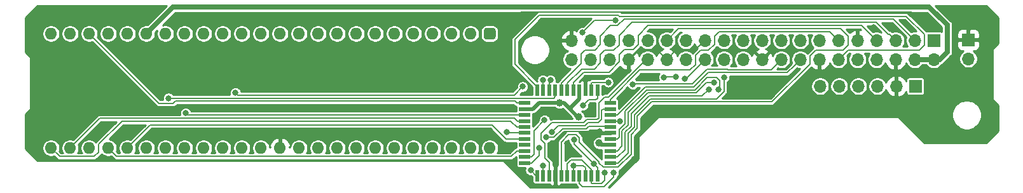
<source format=gbr>
%TF.GenerationSoftware,KiCad,Pcbnew,5.1.10-88a1d61d58~88~ubuntu18.04.1*%
%TF.CreationDate,2021-09-18T16:02:56+02:00*%
%TF.ProjectId,RGBtoHDMI Amiga Denise DIP CPLD Rev 1.1,52474274-6f48-4444-9d49-20416d696761,rev?*%
%TF.SameCoordinates,Original*%
%TF.FileFunction,Copper,L1,Top*%
%TF.FilePolarity,Positive*%
%FSLAX46Y46*%
G04 Gerber Fmt 4.6, Leading zero omitted, Abs format (unit mm)*
G04 Created by KiCad (PCBNEW 5.1.10-88a1d61d58~88~ubuntu18.04.1) date 2021-09-18 16:02:56*
%MOMM*%
%LPD*%
G01*
G04 APERTURE LIST*
%TA.AperFunction,ComponentPad*%
%ADD10O,1.700000X1.700000*%
%TD*%
%TA.AperFunction,ComponentPad*%
%ADD11R,1.700000X1.700000*%
%TD*%
%TA.AperFunction,ComponentPad*%
%ADD12O,1.600000X1.600000*%
%TD*%
%TA.AperFunction,SMDPad,CuDef*%
%ADD13R,1.500000X0.550000*%
%TD*%
%TA.AperFunction,SMDPad,CuDef*%
%ADD14R,0.550000X1.500000*%
%TD*%
%TA.AperFunction,ViaPad*%
%ADD15C,0.800000*%
%TD*%
%TA.AperFunction,ViaPad*%
%ADD16C,1.000000*%
%TD*%
%TA.AperFunction,Conductor*%
%ADD17C,0.200000*%
%TD*%
%TA.AperFunction,Conductor*%
%ADD18C,0.300000*%
%TD*%
%TA.AperFunction,Conductor*%
%ADD19C,0.400000*%
%TD*%
%TA.AperFunction,Conductor*%
%ADD20C,0.500000*%
%TD*%
%TA.AperFunction,Conductor*%
%ADD21C,0.700000*%
%TD*%
%TA.AperFunction,Conductor*%
%ADD22C,0.254000*%
%TD*%
%TA.AperFunction,Conductor*%
%ADD23C,0.100000*%
%TD*%
G04 APERTURE END LIST*
D10*
%TO.P,Button,2*%
%TO.N,/GPIO16*%
X203050000Y-87815000D03*
D11*
%TO.P,Button,1*%
%TO.N,GND*%
X203050000Y-85275000D03*
%TD*%
D12*
%TO.P,U2,48*%
%TO.N,N/C*%
X139315000Y-99695000D03*
%TO.P,U2,24*%
%TO.N,/B0*%
X80895000Y-84455000D03*
%TO.P,U2,47*%
%TO.N,N/C*%
X136775000Y-99695000D03*
%TO.P,U2,23*%
%TO.N,/R3*%
X83435000Y-84455000D03*
%TO.P,U2,46*%
%TO.N,N/C*%
X134235000Y-99695000D03*
%TO.P,U2,22*%
%TO.N,/R2*%
X85975000Y-84455000D03*
%TO.P,U2,45*%
%TO.N,N/C*%
X131695000Y-99695000D03*
%TO.P,U2,21*%
%TO.N,/R1*%
X88515000Y-84455000D03*
%TO.P,U2,44*%
%TO.N,N/C*%
X129155000Y-99695000D03*
%TO.P,U2,20*%
%TO.N,/R0*%
X91055000Y-84455000D03*
%TO.P,U2,43*%
%TO.N,N/C*%
X126615000Y-99695000D03*
%TO.P,U2,19*%
%TO.N,+5V*%
X93595000Y-84455000D03*
%TO.P,U2,42*%
%TO.N,N/C*%
X124075000Y-99695000D03*
%TO.P,U2,18*%
X96135000Y-84455000D03*
%TO.P,U2,41*%
X121535000Y-99695000D03*
%TO.P,U2,17*%
X98675000Y-84455000D03*
%TO.P,U2,40*%
X118995000Y-99695000D03*
%TO.P,U2,16*%
X101215000Y-84455000D03*
%TO.P,U2,39*%
X116455000Y-99695000D03*
%TO.P,U2,15*%
X103755000Y-84455000D03*
%TO.P,U2,38*%
X113915000Y-99695000D03*
%TO.P,U2,14*%
X106295000Y-84455000D03*
%TO.P,U2,37*%
%TO.N,GND*%
X111375000Y-99695000D03*
%TO.P,U2,13*%
%TO.N,N/C*%
X108835000Y-84455000D03*
%TO.P,U2,36*%
X108835000Y-99695000D03*
%TO.P,U2,12*%
X111375000Y-84455000D03*
%TO.P,U2,35*%
X106295000Y-99695000D03*
%TO.P,U2,11*%
X113915000Y-84455000D03*
%TO.P,U2,34*%
X103755000Y-99695000D03*
%TO.P,U2,10*%
X116455000Y-84455000D03*
%TO.P,U2,33*%
X101215000Y-99695000D03*
%TO.P,U2,9*%
X118995000Y-84455000D03*
%TO.P,U2,32*%
%TO.N,/CSYNC*%
X98675000Y-99695000D03*
%TO.P,U2,8*%
%TO.N,N/C*%
X121535000Y-84455000D03*
%TO.P,U2,31*%
%TO.N,/G3*%
X96135000Y-99695000D03*
%TO.P,U2,7*%
%TO.N,N/C*%
X124075000Y-84455000D03*
%TO.P,U2,30*%
%TO.N,/G2*%
X93595000Y-99695000D03*
%TO.P,U2,6*%
%TO.N,N/C*%
X126615000Y-84455000D03*
%TO.P,U2,29*%
%TO.N,/G1*%
X91055000Y-99695000D03*
%TO.P,U2,5*%
%TO.N,N/C*%
X129155000Y-84455000D03*
%TO.P,U2,28*%
%TO.N,/G0*%
X88515000Y-99695000D03*
%TO.P,U2,4*%
%TO.N,N/C*%
X131695000Y-84455000D03*
%TO.P,U2,27*%
%TO.N,/B3*%
X85975000Y-99695000D03*
%TO.P,U2,3*%
%TO.N,N/C*%
X134235000Y-84455000D03*
%TO.P,U2,26*%
%TO.N,/B2*%
X83435000Y-99695000D03*
%TO.P,U2,2*%
%TO.N,N/C*%
X136775000Y-84455000D03*
%TO.P,U2,25*%
%TO.N,/B1*%
X80895000Y-99695000D03*
%TO.P,U2,1*%
%TO.N,N/C*%
%TA.AperFunction,ComponentPad*%
G36*
G01*
X138915000Y-83655000D02*
X139715000Y-83655000D01*
G75*
G02*
X140115000Y-84055000I0J-400000D01*
G01*
X140115000Y-84855000D01*
G75*
G02*
X139715000Y-85255000I-400000J0D01*
G01*
X138915000Y-85255000D01*
G75*
G02*
X138515000Y-84855000I0J400000D01*
G01*
X138515000Y-84055000D01*
G75*
G02*
X138915000Y-83655000I400000J0D01*
G01*
G37*
%TD.AperFunction*%
%TD*%
D10*
%TO.P,J1,40*%
%TO.N,/GPIO21*%
X150190000Y-87900000D03*
%TO.P,J1,39*%
%TO.N,GND*%
X150190000Y-85360000D03*
%TO.P,J1,38*%
%TO.N,/GPIO20*%
X152730000Y-87900000D03*
%TO.P,J1,37*%
%TO.N,N/C*%
X152730000Y-85360000D03*
%TO.P,J1,36*%
%TO.N,/GPIO16*%
X155270000Y-87900000D03*
%TO.P,J1,35*%
%TO.N,N/C*%
X155270000Y-85360000D03*
%TO.P,J1,34*%
%TO.N,GND*%
X157810000Y-87900000D03*
%TO.P,J1,33*%
%TO.N,/GPIO13*%
X157810000Y-85360000D03*
%TO.P,J1,32*%
%TO.N,/GPIO12*%
X160350000Y-87900000D03*
%TO.P,J1,31*%
%TO.N,/GPIO6*%
X160350000Y-85360000D03*
%TO.P,J1,30*%
%TO.N,GND*%
X162890000Y-87900000D03*
%TO.P,J1,29*%
%TO.N,/GPIO5*%
X162890000Y-85360000D03*
%TO.P,J1,28*%
%TO.N,/CLKEN*%
X165430000Y-87900000D03*
%TO.P,J1,27*%
%TO.N,/GPIO0*%
X165430000Y-85360000D03*
%TO.P,J1,26*%
%TO.N,/GPIO7*%
X167970000Y-87900000D03*
%TO.P,J1,25*%
%TO.N,GND*%
X167970000Y-85360000D03*
%TO.P,J1,24*%
%TO.N,/GPIO8*%
X170510000Y-87900000D03*
%TO.P,J1,23*%
%TO.N,/GPIO11*%
X170510000Y-85360000D03*
%TO.P,J1,22*%
%TO.N,N/C*%
X173050000Y-87900000D03*
%TO.P,J1,21*%
%TO.N,/GPIO9*%
X173050000Y-85360000D03*
%TO.P,J1,20*%
%TO.N,GND*%
X175590000Y-87900000D03*
%TO.P,J1,19*%
%TO.N,/GPIO10*%
X175590000Y-85360000D03*
%TO.P,J1,18*%
%TO.N,/GPIO24*%
X178130000Y-87900000D03*
%TO.P,J1,17*%
%TO.N,+3V3*%
X178130000Y-85360000D03*
%TO.P,J1,16*%
%TO.N,/GPIO23*%
X180670000Y-87900000D03*
%TO.P,J1,15*%
%TO.N,N/C*%
X180670000Y-85360000D03*
%TO.P,J1,14*%
%TO.N,GND*%
X183210000Y-87900000D03*
%TO.P,J1,13*%
%TO.N,N/C*%
X183210000Y-85360000D03*
%TO.P,J1,12*%
%TO.N,/GPIO18*%
X185750000Y-87900000D03*
%TO.P,J1,11*%
%TO.N,/GPIO17*%
X185750000Y-85360000D03*
%TO.P,J1,10*%
%TO.N,N/C*%
X188290000Y-87900000D03*
%TO.P,J1,9*%
%TO.N,GND*%
X188290000Y-85360000D03*
%TO.P,J1,8*%
%TO.N,N/C*%
X190830000Y-87900000D03*
%TO.P,J1,7*%
%TO.N,/GPIO4*%
X190830000Y-85360000D03*
%TO.P,J1,6*%
%TO.N,GND*%
X193370000Y-87900000D03*
%TO.P,J1,5*%
%TO.N,/GPIO3*%
X193370000Y-85360000D03*
%TO.P,J1,4*%
%TO.N,+5V*%
X195910000Y-87900000D03*
%TO.P,J1,3*%
%TO.N,/GPIO2*%
X195910000Y-85360000D03*
%TO.P,J1,2*%
%TO.N,+5V*%
X198450000Y-87900000D03*
D11*
%TO.P,J1,1*%
%TO.N,+3V3*%
X198450000Y-85360000D03*
%TD*%
D13*
%TO.P,U1,44*%
%TO.N,/GPIO20*%
X143950000Y-101700000D03*
%TO.P,U1,43*%
%TO.N,/GPIO21*%
X143950000Y-100900000D03*
%TO.P,U1,42*%
%TO.N,/G0*%
X143950000Y-100100000D03*
%TO.P,U1,41*%
%TO.N,N/C*%
X143950000Y-99300000D03*
%TO.P,U1,40*%
%TO.N,/G1*%
X143950000Y-98500000D03*
%TO.P,U1,39*%
%TO.N,/R1*%
X143950000Y-97700000D03*
%TO.P,U1,38*%
%TO.N,/B1*%
X143950000Y-96900000D03*
%TO.P,U1,37*%
%TO.N,/B2*%
X143950000Y-96100000D03*
%TO.P,U1,36*%
%TO.N,/G2*%
X143950000Y-95300000D03*
%TO.P,U1,35*%
%TO.N,+3V3*%
X143950000Y-94500000D03*
%TO.P,U1,34*%
%TO.N,/R2*%
X143950000Y-93700000D03*
D14*
%TO.P,U1,33*%
%TO.N,/GPIO18*%
X145650000Y-92000000D03*
%TO.P,U1,32*%
%TO.N,/R3*%
X146450000Y-92000000D03*
%TO.P,U1,31*%
%TO.N,/G3*%
X147250000Y-92000000D03*
%TO.P,U1,30*%
%TO.N,/B3*%
X148050000Y-92000000D03*
%TO.P,U1,29*%
%TO.N,/GPIO2*%
X148850000Y-92000000D03*
%TO.P,U1,28*%
%TO.N,/GPIO3*%
X149650000Y-92000000D03*
%TO.P,U1,27*%
%TO.N,/GPIO4*%
X150450000Y-92000000D03*
%TO.P,U1,26*%
%TO.N,+3V3*%
X151250000Y-92000000D03*
%TO.P,U1,25*%
%TO.N,GND*%
X152050000Y-92000000D03*
%TO.P,U1,24*%
%TO.N,/GPIO24*%
X152850000Y-92000000D03*
%TO.P,U1,23*%
%TO.N,/CSYNC*%
X153650000Y-92000000D03*
D13*
%TO.P,U1,22*%
%TO.N,/GPIO17*%
X155350000Y-93700000D03*
%TO.P,U1,21*%
%TO.N,/R0*%
X155350000Y-94500000D03*
%TO.P,U1,20*%
%TO.N,/GPIO23*%
X155350000Y-95300000D03*
%TO.P,U1,19*%
%TO.N,/DETECT*%
X155350000Y-96100000D03*
%TO.P,U1,18*%
%TO.N,/B0*%
X155350000Y-96900000D03*
%TO.P,U1,17*%
%TO.N,GND*%
X155350000Y-97700000D03*
%TO.P,U1,16*%
%TO.N,/GPIO10*%
X155350000Y-98500000D03*
%TO.P,U1,15*%
%TO.N,+3V3*%
X155350000Y-99300000D03*
%TO.P,U1,14*%
%TO.N,/GPIO9*%
X155350000Y-100100000D03*
%TO.P,U1,13*%
%TO.N,/GPIO11*%
X155350000Y-100900000D03*
%TO.P,U1,12*%
%TO.N,/GPIO8*%
X155350000Y-101700000D03*
D14*
%TO.P,U1,11*%
%TO.N,/GPIO20*%
X153650000Y-103400000D03*
%TO.P,U1,10*%
%TO.N,/CLKEN*%
X152850000Y-103400000D03*
%TO.P,U1,9*%
%TO.N,/GPIO0*%
X152050000Y-103400000D03*
%TO.P,U1,8*%
%TO.N,/GPIO7*%
X151250000Y-103400000D03*
%TO.P,U1,7*%
%TO.N,/GPIO0*%
X150450000Y-103400000D03*
%TO.P,U1,6*%
%TO.N,/CLKEN*%
X149650000Y-103400000D03*
%TO.P,U1,5*%
%TO.N,/GPIO5*%
X148850000Y-103400000D03*
%TO.P,U1,4*%
%TO.N,GND*%
X148050000Y-103400000D03*
%TO.P,U1,3*%
%TO.N,/GPIO12*%
X147250000Y-103400000D03*
%TO.P,U1,2*%
%TO.N,/GPIO6*%
X146450000Y-103400000D03*
%TO.P,U1,1*%
%TO.N,/GPIO13*%
X145650000Y-103400000D03*
%TD*%
D11*
%TO.P,JTAG Port,1*%
%TO.N,+3V3*%
X196010000Y-91460000D03*
D10*
%TO.P,JTAG Port,2*%
%TO.N,GND*%
X193470000Y-91460000D03*
%TO.P,JTAG Port,3*%
%TO.N,/GPIO20*%
X190930000Y-91460000D03*
%TO.P,JTAG Port,4*%
%TO.N,/GPIO24*%
X188390000Y-91460000D03*
%TO.P,JTAG Port,5*%
%TO.N,/GPIO0*%
X185850000Y-91460000D03*
%TO.P,JTAG Port,6*%
%TO.N,/CLKEN*%
X183310000Y-91460000D03*
%TD*%
D15*
%TO.N,GND*%
X95390000Y-87120000D03*
X92560000Y-87200000D03*
X153917900Y-97521800D03*
X147620000Y-94890000D03*
X157820000Y-92480000D03*
X153020000Y-95000000D03*
X90830000Y-97490000D03*
X86770000Y-97470000D03*
X147360000Y-88550000D03*
X196720000Y-82860000D03*
X192820000Y-83430000D03*
X194690000Y-83090000D03*
X190440000Y-83640000D03*
X149460000Y-89420000D03*
X179380000Y-86650000D03*
X175290000Y-91070000D03*
X161255000Y-90255000D03*
X149610000Y-99140000D03*
D16*
%TO.N,+3V3*%
X153897800Y-99052100D03*
X148600000Y-93680000D03*
X151129670Y-95519944D03*
D15*
%TO.N,/GPIO21*%
X146615900Y-95989000D03*
%TO.N,/GPIO20*%
X145930000Y-99720000D03*
X153150000Y-101810043D03*
X150555022Y-98624986D03*
%TO.N,/GPIO16*%
X151688100Y-84285200D03*
X156063900Y-82681300D03*
%TO.N,/GPIO13*%
X144765200Y-102672800D03*
%TO.N,/GPIO6*%
X146450000Y-102039993D03*
%TO.N,/GPIO0*%
X150435000Y-102035000D03*
X162497150Y-90267150D03*
X164110000Y-90240000D03*
%TO.N,/GPIO7*%
X155830000Y-102990000D03*
X165330015Y-90449924D03*
%TO.N,/GPIO8*%
X170510000Y-90309990D03*
%TO.N,/GPIO11*%
X168470010Y-91870000D03*
%TO.N,/GPIO9*%
X169170010Y-91010000D03*
%TO.N,/GPIO10*%
X169764100Y-91889243D03*
%TO.N,/GPIO24*%
X158369990Y-91240000D03*
X155090000Y-90940000D03*
%TO.N,/CLKEN*%
X154580018Y-103029990D03*
%TO.N,/B0*%
X146860700Y-98291200D03*
%TO.N,/R3*%
X146378200Y-90647600D03*
%TO.N,/R1*%
X141555382Y-97569718D03*
%TO.N,/R0*%
X147568000Y-97583800D03*
%TO.N,/G3*%
X147393100Y-90646700D03*
X143700000Y-91520000D03*
X105460000Y-92349979D03*
%TO.N,/G2*%
X98824500Y-95029979D03*
%TO.N,/B3*%
X96536600Y-93050300D03*
%TO.N,/DETECT*%
X156659279Y-96096838D03*
%TO.N,/CSYNC*%
X151746400Y-94008500D03*
%TD*%
D17*
%TO.N,GND*%
X153917900Y-97521800D02*
X154121500Y-97521800D01*
X154121500Y-97521800D02*
X154299700Y-97700000D01*
X155350000Y-97700000D02*
X154299700Y-97700000D01*
X167920000Y-85360000D02*
X167970000Y-85360000D01*
X166620000Y-86660000D02*
X167920000Y-85360000D01*
X162890000Y-87900000D02*
X164130000Y-86660000D01*
X164130000Y-86660000D02*
X166620000Y-86660000D01*
D18*
X159080000Y-86630000D02*
X157810000Y-87900000D01*
D17*
X162890000Y-87900000D02*
X161620000Y-86630000D01*
X161620000Y-86630000D02*
X159080000Y-86630000D01*
X139520000Y-87120000D02*
X95390000Y-87120000D01*
X140980000Y-85660000D02*
X139520000Y-87120000D01*
X196720000Y-82860000D02*
X195410010Y-81550010D01*
X195410010Y-81550010D02*
X143479990Y-81550010D01*
X143479990Y-81550010D02*
X140980000Y-84050000D01*
X140980000Y-84050000D02*
X140980000Y-85660000D01*
X155213996Y-90070000D02*
X155263998Y-90019998D01*
X152050000Y-90570000D02*
X152550000Y-90070000D01*
X155263998Y-90019998D02*
X155690002Y-90019998D01*
X155690002Y-90019998D02*
X156470000Y-89240000D01*
X152050000Y-92000000D02*
X152050000Y-90570000D01*
X152550000Y-90070000D02*
X155213996Y-90070000D01*
D19*
X157800000Y-87910000D02*
X157810000Y-87900000D01*
X157800000Y-89220000D02*
X157800000Y-87910000D01*
X176840000Y-86650000D02*
X175590000Y-87900000D01*
D17*
X179380000Y-86650000D02*
X176840000Y-86650000D01*
X174320000Y-86630000D02*
X169280000Y-86630000D01*
D19*
X174320000Y-86630000D02*
X175590000Y-87900000D01*
D17*
X153917900Y-97521800D02*
X153916087Y-97519987D01*
X153916087Y-97519987D02*
X149220013Y-97519987D01*
X148050000Y-98690000D02*
X148050000Y-103400000D01*
X149220013Y-97519987D02*
X148050000Y-98690000D01*
D20*
%TO.N,+3V3*%
X154149700Y-99300000D02*
X154145700Y-99300000D01*
X154145700Y-99300000D02*
X153897800Y-99052100D01*
X155350000Y-99300000D02*
X154149700Y-99300000D01*
X148630000Y-93710000D02*
X148600000Y-93680000D01*
X149972100Y-94478200D02*
X149203900Y-93710000D01*
X149203900Y-93710000D02*
X148630000Y-93710000D01*
X151250000Y-93200300D02*
X149972100Y-94478200D01*
X151250000Y-92000000D02*
X151250000Y-93200300D01*
X145900000Y-93680000D02*
X148600000Y-93680000D01*
X143950000Y-94500000D02*
X145080000Y-94500000D01*
X145080000Y-94500000D02*
X145900000Y-93680000D01*
X149972100Y-94478200D02*
X151013844Y-95519944D01*
X151013844Y-95519944D02*
X151129670Y-95519944D01*
D17*
%TO.N,/GPIO21*%
X145229999Y-100570001D02*
X145229999Y-97374901D01*
X143950000Y-100900000D02*
X144900000Y-100900000D01*
X145229999Y-97374901D02*
X146615900Y-95989000D01*
X144900000Y-100900000D02*
X145229999Y-100570001D01*
%TO.N,/GPIO20*%
X153650000Y-103400000D02*
X153650000Y-102310043D01*
X153650000Y-102310043D02*
X153150000Y-101810043D01*
X150555022Y-99215065D02*
X150555022Y-98624986D01*
X153150000Y-101810043D02*
X150555022Y-99215065D01*
X144900000Y-101700000D02*
X145930000Y-100670000D01*
X143950000Y-101700000D02*
X144900000Y-101700000D01*
X145930000Y-100670000D02*
X145930000Y-99720000D01*
%TO.N,/GPIO16*%
X156063900Y-82681300D02*
X153292000Y-82681300D01*
X153292000Y-82681300D02*
X151688100Y-84285200D01*
%TO.N,/GPIO18*%
X196510000Y-86630000D02*
X187020000Y-86630000D01*
X142680000Y-85240000D02*
X145939000Y-81981000D01*
X145650000Y-91525000D02*
X142680000Y-88555000D01*
X142680000Y-88555000D02*
X142680000Y-85240000D01*
X145650000Y-92000000D02*
X145650000Y-91525000D01*
X145939000Y-81981000D02*
X156449000Y-81981000D01*
X194765980Y-82129978D02*
X197170000Y-84533998D01*
X197170000Y-84533998D02*
X197170000Y-85970000D01*
X156449000Y-81981000D02*
X156597978Y-82129978D01*
X187020000Y-86630000D02*
X185750000Y-87900000D01*
X156597978Y-82129978D02*
X194765980Y-82129978D01*
X197170000Y-85970000D02*
X196510000Y-86630000D01*
%TO.N,/GPIO13*%
X145492400Y-103400000D02*
X144765200Y-102672800D01*
X145650000Y-103400000D02*
X145492400Y-103400000D01*
%TO.N,/GPIO12*%
X160130000Y-87900000D02*
X160350000Y-87900000D01*
X155112550Y-92917450D02*
X160130000Y-87900000D01*
X153840000Y-93704900D02*
X154627450Y-92917450D01*
X153840000Y-95680000D02*
X153840000Y-93704900D01*
X153599835Y-95920165D02*
X153840000Y-95680000D01*
X151832946Y-96319954D02*
X152232735Y-95920165D01*
X152232735Y-95920165D02*
X153599835Y-95920165D01*
X147620046Y-96319954D02*
X151832946Y-96319954D01*
X147250000Y-101670000D02*
X146630000Y-101050000D01*
X146630000Y-99073996D02*
X146160400Y-98604396D01*
X147250000Y-103400000D02*
X147250000Y-101670000D01*
X146630000Y-101050000D02*
X146630000Y-99073996D01*
X154627450Y-92917450D02*
X155112550Y-92917450D01*
X146160400Y-98604396D02*
X146160400Y-97779600D01*
X146160400Y-97779600D02*
X147620046Y-96319954D01*
%TO.N,/GPIO6*%
X146450000Y-103400000D02*
X146450000Y-102039993D01*
%TO.N,/GPIO5*%
X164466200Y-83783800D02*
X162890000Y-85360000D01*
X186033800Y-83783800D02*
X164466200Y-83783800D01*
X187010000Y-84760000D02*
X186033800Y-83783800D01*
X187010000Y-86020000D02*
X187010000Y-84760000D01*
X182733650Y-86640000D02*
X186390000Y-86640000D01*
X181940000Y-87433650D02*
X182733650Y-86640000D01*
X181940000Y-88500000D02*
X181940000Y-87433650D01*
X176890000Y-93550000D02*
X181940000Y-88500000D01*
X151260000Y-98340000D02*
X151260000Y-98910000D01*
X186390000Y-86640000D02*
X187010000Y-86020000D01*
X150839998Y-97919998D02*
X151260000Y-98340000D01*
X149830002Y-97919998D02*
X150839998Y-97919998D01*
X148850000Y-103400000D02*
X148850000Y-98900000D01*
X158140000Y-97930000D02*
X158960000Y-97110000D01*
X148850000Y-98900000D02*
X149830002Y-97919998D01*
X153880000Y-101530000D02*
X153880000Y-101743998D01*
X153880000Y-101743998D02*
X154411003Y-102275001D01*
X151260000Y-98910000D02*
X153880000Y-101530000D01*
X154411003Y-102275001D02*
X156424999Y-102275001D01*
X156424999Y-102275001D02*
X158140000Y-100560000D01*
X158960000Y-95500000D02*
X160910000Y-93550000D01*
X158140000Y-100560000D02*
X158140000Y-97930000D01*
X158960000Y-97110000D02*
X158960000Y-95500000D01*
X160910000Y-93550000D02*
X176890000Y-93550000D01*
%TO.N,/GPIO0*%
X150450000Y-102974900D02*
X150450000Y-103400000D01*
X150450000Y-102050000D02*
X150435000Y-102035000D01*
X150450000Y-103400000D02*
X150450000Y-102050000D01*
X152050000Y-102325700D02*
X151759300Y-102035000D01*
X151759300Y-102035000D02*
X150435000Y-102035000D01*
X152050000Y-103400000D02*
X152050000Y-102325700D01*
X162524300Y-90240000D02*
X162497150Y-90267150D01*
X164110000Y-90240000D02*
X162524300Y-90240000D01*
%TO.N,/GPIO7*%
X151250000Y-103400000D02*
X151250000Y-104450300D01*
X151250000Y-104450300D02*
X151669711Y-104870011D01*
X154515674Y-104870011D02*
X155830000Y-103555685D01*
X151669711Y-104870011D02*
X154515674Y-104870011D01*
X155830000Y-103555685D02*
X155830000Y-102990000D01*
X165420076Y-90449924D02*
X165330015Y-90449924D01*
X167970000Y-87900000D02*
X165420076Y-90449924D01*
%TO.N,/GPIO8*%
X157739989Y-100360011D02*
X157739989Y-97760011D01*
X158559989Y-96940011D02*
X158559989Y-95310011D01*
X157739989Y-97760011D02*
X158559989Y-96940011D01*
X169532859Y-93149989D02*
X170510000Y-92172848D01*
X170510000Y-92172848D02*
X170510000Y-90309990D01*
X156400000Y-101700000D02*
X157739989Y-100360011D01*
X155350000Y-101700000D02*
X156400000Y-101700000D01*
X158559989Y-95310011D02*
X160720011Y-93149989D01*
X160720011Y-93149989D02*
X169532859Y-93149989D01*
%TO.N,/GPIO11*%
X160554322Y-92749978D02*
X167590032Y-92749978D01*
X155350000Y-100900000D02*
X156350000Y-100900000D01*
X157339978Y-99910022D02*
X157339978Y-97594322D01*
X158159978Y-96774322D02*
X158159978Y-95144322D01*
X167590032Y-92749978D02*
X168470010Y-91870000D01*
X156350000Y-100900000D02*
X157339978Y-99910022D01*
X158159978Y-95144322D02*
X160554322Y-92749978D01*
X157339978Y-97594322D02*
X158159978Y-96774322D01*
%TO.N,/GPIO9*%
X168137100Y-91010000D02*
X169170010Y-91010000D01*
X166797133Y-92349967D02*
X168137100Y-91010000D01*
X157759967Y-96608633D02*
X157759967Y-94978633D01*
X156939967Y-99460033D02*
X156939967Y-97428633D01*
X156300000Y-100100000D02*
X156939967Y-99460033D01*
X156939967Y-97428633D02*
X157759967Y-96608633D01*
X157759967Y-94978633D02*
X160388633Y-92349967D01*
X155350000Y-100100000D02*
X156300000Y-100100000D01*
X160388633Y-92349967D02*
X166797133Y-92349967D01*
%TO.N,/GPIO10*%
X155350000Y-98500000D02*
X156300000Y-98500000D01*
X156539956Y-97260044D02*
X157359289Y-96440711D01*
X169515989Y-90309987D02*
X169910001Y-90703999D01*
X156539956Y-98260044D02*
X156539956Y-97260044D01*
X157359289Y-96440711D02*
X157359289Y-94813611D01*
X169910001Y-90703999D02*
X169910001Y-91743342D01*
X169910001Y-91743342D02*
X169764100Y-91889243D01*
X168271413Y-90309987D02*
X169515989Y-90309987D01*
X160222944Y-91949956D02*
X166631444Y-91949956D01*
X157359289Y-94813611D02*
X160222944Y-91949956D01*
X166631444Y-91949956D02*
X168271413Y-90309987D01*
X156300000Y-98500000D02*
X156539956Y-98260044D01*
%TO.N,/GPIO24*%
X152850000Y-91050000D02*
X152960000Y-90940000D01*
X152960000Y-90940000D02*
X155090000Y-90940000D01*
X152850000Y-92000000D02*
X152850000Y-91050000D01*
X158369990Y-91240000D02*
X158460056Y-91149934D01*
X177280001Y-88749999D02*
X178130000Y-87900000D01*
X166300066Y-91149934D02*
X168240023Y-89209977D01*
X171061680Y-89259966D02*
X176770034Y-89259966D01*
X171011691Y-89209977D02*
X171061680Y-89259966D01*
X158460056Y-91149934D02*
X166300066Y-91149934D01*
X176770034Y-89259966D02*
X177280001Y-88749999D01*
X168240023Y-89209977D02*
X171011691Y-89209977D01*
%TO.N,/GPIO23*%
X179820001Y-88749999D02*
X180670000Y-87900000D01*
X170895991Y-89659977D02*
X178910023Y-89659977D01*
X170846002Y-89609988D02*
X170895991Y-89659977D01*
X155350000Y-95300000D02*
X156300000Y-95300000D01*
X178910023Y-89659977D02*
X179820001Y-88749999D01*
X160050055Y-91549945D02*
X166465755Y-91549945D01*
X156300000Y-95300000D02*
X160050055Y-91549945D01*
X166465755Y-91549945D02*
X168405712Y-89609988D01*
X168405712Y-89609988D02*
X170846002Y-89609988D01*
%TO.N,/GPIO17*%
X168460000Y-86670000D02*
X169240000Y-85890000D01*
X169240000Y-84790000D02*
X169845800Y-84184200D01*
X184900001Y-84510001D02*
X185750000Y-85360000D01*
X155350000Y-93700000D02*
X155350000Y-93250000D01*
X165974300Y-89320000D02*
X166700000Y-88594300D01*
X184574200Y-84184200D02*
X184900001Y-84510001D01*
X166700000Y-87360000D02*
X167390000Y-86670000D01*
X166700000Y-88594300D02*
X166700000Y-87360000D01*
X169845800Y-84184200D02*
X184574200Y-84184200D01*
X159280000Y-89320000D02*
X165974300Y-89320000D01*
X167390000Y-86670000D02*
X168460000Y-86670000D01*
X169240000Y-85890000D02*
X169240000Y-84790000D01*
X155350000Y-93250000D02*
X159280000Y-89320000D01*
%TO.N,/GPIO4*%
X150450000Y-90949700D02*
X150450000Y-92000000D01*
X155213900Y-89590000D02*
X151809700Y-89590000D01*
X156610000Y-87210000D02*
X156610000Y-88193900D01*
X188853500Y-83383500D02*
X160396500Y-83383500D01*
X151809700Y-89590000D02*
X150450000Y-90949700D01*
X190830000Y-85360000D02*
X188853500Y-83383500D01*
X160396500Y-83383500D02*
X159080000Y-84700000D01*
X158390000Y-86600000D02*
X157220000Y-86600000D01*
X156610000Y-88193900D02*
X155213900Y-89590000D01*
X159080000Y-84700000D02*
X159080000Y-85910000D01*
X157220000Y-86600000D02*
X156610000Y-87210000D01*
X159080000Y-85910000D02*
X158390000Y-86600000D01*
%TO.N,/GPIO3*%
X151535500Y-89164500D02*
X149650000Y-91050000D01*
X154030000Y-88360000D02*
X153225500Y-89164500D01*
X154030000Y-87270000D02*
X154030000Y-88360000D01*
X154640000Y-86660000D02*
X154030000Y-87270000D01*
X153225500Y-89164500D02*
X151535500Y-89164500D01*
X156540000Y-85950000D02*
X155830000Y-86660000D01*
X155830000Y-86660000D02*
X154640000Y-86660000D01*
X192520001Y-84510001D02*
X192346003Y-84510001D01*
X192346003Y-84510001D02*
X190776001Y-82939999D01*
X190776001Y-82939999D02*
X158280001Y-82939999D01*
X156540000Y-84680000D02*
X156540000Y-85950000D01*
X149650000Y-91050000D02*
X149650000Y-92000000D01*
X193370000Y-85360000D02*
X192520001Y-84510001D01*
X158280001Y-82939999D02*
X156540000Y-84680000D01*
%TO.N,/GPIO2*%
X151470000Y-88430000D02*
X148850000Y-91050000D01*
X151470000Y-87150000D02*
X151470000Y-88430000D01*
X152000000Y-86620000D02*
X151470000Y-87150000D01*
X148850000Y-91050000D02*
X148850000Y-92000000D01*
X193079989Y-82529989D02*
X157205611Y-82529989D01*
X155388400Y-83381600D02*
X154000000Y-84770000D01*
X154000000Y-85930000D02*
X153310000Y-86620000D01*
X195910000Y-85360000D02*
X193079989Y-82529989D01*
X154000000Y-84770000D02*
X154000000Y-85930000D01*
X153310000Y-86620000D02*
X152000000Y-86620000D01*
X157205611Y-82529989D02*
X156354000Y-83381600D01*
X156354000Y-83381600D02*
X155388400Y-83381600D01*
%TO.N,/CLKEN*%
X151590000Y-101300000D02*
X152850000Y-102560000D01*
X152850000Y-102560000D02*
X152850000Y-103400000D01*
X149650000Y-101780000D02*
X150130000Y-101300000D01*
X150130000Y-101300000D02*
X151590000Y-101300000D01*
X149650000Y-103400000D02*
X149650000Y-101780000D01*
X154165001Y-104450001D02*
X154580018Y-104034984D01*
X154580018Y-104034984D02*
X154580018Y-103029990D01*
X152850000Y-104350000D02*
X152950001Y-104450001D01*
X152950001Y-104450001D02*
X154165001Y-104450001D01*
X152850000Y-103400000D02*
X152850000Y-104350000D01*
%TO.N,/B0*%
X149054324Y-97119976D02*
X147883100Y-98291200D01*
X152164324Y-97119976D02*
X149054324Y-97119976D01*
X152462800Y-96821500D02*
X152164324Y-97119976D01*
X147883100Y-98291200D02*
X146860700Y-98291200D01*
X155271500Y-96821500D02*
X152462800Y-96821500D01*
X155350000Y-96900000D02*
X155271500Y-96821500D01*
%TO.N,/R3*%
X146450000Y-92000000D02*
X146450000Y-90719400D01*
X146450000Y-90719400D02*
X146378200Y-90647600D01*
%TO.N,/R2*%
X95271100Y-93751100D02*
X97158900Y-93751100D01*
X97158900Y-93751100D02*
X97460000Y-93450000D01*
X142899700Y-93700000D02*
X143950000Y-93700000D01*
X85975000Y-84455000D02*
X95271100Y-93751100D01*
X97460000Y-93450000D02*
X142649700Y-93450000D01*
X142649700Y-93450000D02*
X142899700Y-93700000D01*
%TO.N,/R1*%
X143950000Y-97700000D02*
X141685664Y-97700000D01*
X141685664Y-97700000D02*
X141555382Y-97569718D01*
%TO.N,/R0*%
X154240011Y-95845689D02*
X154240011Y-94659989D01*
X153765524Y-96320176D02*
X154240011Y-95845689D01*
X151998635Y-96719965D02*
X152398424Y-96320176D01*
X154240011Y-94659989D02*
X154400000Y-94500000D01*
X148431835Y-96719965D02*
X151998635Y-96719965D01*
X154400000Y-94500000D02*
X155350000Y-94500000D01*
X152398424Y-96320176D02*
X153765524Y-96320176D01*
X147568000Y-97583800D02*
X148431835Y-96719965D01*
%TO.N,/G3*%
X147250000Y-92000000D02*
X147250000Y-90789800D01*
X147250000Y-90789800D02*
X147393100Y-90646700D01*
X105750021Y-92640000D02*
X105460000Y-92349979D01*
X143700000Y-91520000D02*
X142580000Y-92640000D01*
X142580000Y-92640000D02*
X105750021Y-92640000D01*
%TO.N,/G2*%
X99094521Y-95300000D02*
X98824500Y-95029979D01*
X143950000Y-95300000D02*
X99094521Y-95300000D01*
%TO.N,/G1*%
X139600000Y-96630000D02*
X141470000Y-98500000D01*
X142899700Y-98500000D02*
X143950000Y-98500000D01*
X141470000Y-98500000D02*
X142899700Y-98500000D01*
X91055000Y-99695000D02*
X94120000Y-96630000D01*
X94120000Y-96630000D02*
X139600000Y-96630000D01*
%TO.N,/G0*%
X89637000Y-100817000D02*
X88515000Y-99695000D01*
X142182700Y-100817000D02*
X89637000Y-100817000D01*
X143950000Y-100100000D02*
X142899700Y-100100000D01*
X142899700Y-100100000D02*
X142182700Y-100817000D01*
%TO.N,/B3*%
X96536911Y-93049989D02*
X96536600Y-93050300D01*
X142815700Y-93050300D02*
X142815389Y-93049989D01*
X147875696Y-93050300D02*
X142815700Y-93050300D01*
X148050000Y-92000000D02*
X148050000Y-92875996D01*
X142815389Y-93049989D02*
X96536911Y-93049989D01*
X148050000Y-92875996D02*
X147875696Y-93050300D01*
%TO.N,/B2*%
X143000000Y-96100000D02*
X143950000Y-96100000D01*
X142629989Y-95729989D02*
X143000000Y-96100000D01*
X87400011Y-95729989D02*
X142629989Y-95729989D01*
X83435000Y-99695000D02*
X87400011Y-95729989D01*
%TO.N,/B1*%
X82030000Y-100830000D02*
X80895000Y-99695000D01*
X86660000Y-100830000D02*
X82030000Y-100830000D01*
X143950000Y-96900000D02*
X142899700Y-96900000D01*
X87245000Y-99215000D02*
X87245000Y-100245000D01*
X142899700Y-96900000D02*
X142129700Y-96130000D01*
X90330000Y-96130000D02*
X87245000Y-99215000D01*
X142129700Y-96130000D02*
X90330000Y-96130000D01*
X87245000Y-100245000D02*
X86660000Y-100830000D01*
%TO.N,/DETECT*%
X155350000Y-96100000D02*
X156656117Y-96100000D01*
X156656117Y-96100000D02*
X156659279Y-96096838D01*
D21*
%TO.N,+5V*%
X198450000Y-87900000D02*
X197310300Y-87900000D01*
X195910000Y-87900000D02*
X197310300Y-87900000D01*
X97150000Y-80900000D02*
X93595000Y-84455000D01*
X200220000Y-83290000D02*
X197830000Y-80900000D01*
X200220000Y-86910000D02*
X200220000Y-83290000D01*
X198450000Y-87900000D02*
X199230000Y-87900000D01*
X197830000Y-80900000D02*
X97150000Y-80900000D01*
X199230000Y-87900000D02*
X200220000Y-86910000D01*
D17*
%TO.N,/CSYNC*%
X153650000Y-93050300D02*
X153650000Y-92000000D01*
X153460300Y-93240000D02*
X153650000Y-93050300D01*
X152514900Y-93240000D02*
X153460300Y-93240000D01*
X151746400Y-94008500D02*
X152514900Y-93240000D01*
%TD*%
D22*
%TO.N,GND*%
X207014001Y-82308171D02*
X207014000Y-85741830D01*
X206417020Y-86338811D01*
X206401527Y-86351526D01*
X206350791Y-86413347D01*
X206322361Y-86466536D01*
X206313091Y-86483879D01*
X206289875Y-86560411D01*
X206282037Y-86640000D01*
X206284001Y-86659943D01*
X206284000Y-93090067D01*
X206282037Y-93110000D01*
X206284000Y-93129933D01*
X206284000Y-93129940D01*
X206289875Y-93189589D01*
X206313090Y-93266120D01*
X206350790Y-93336652D01*
X206401526Y-93398474D01*
X206417024Y-93411193D01*
X207014000Y-94008170D01*
X207014001Y-97401829D01*
X205411831Y-99004000D01*
X197178171Y-99004000D01*
X193821193Y-95647024D01*
X193808474Y-95631526D01*
X193746653Y-95580790D01*
X193676121Y-95543090D01*
X193599590Y-95519875D01*
X193539941Y-95514000D01*
X193539933Y-95514000D01*
X193520000Y-95512037D01*
X193500067Y-95514000D01*
X161979932Y-95514000D01*
X161959999Y-95512037D01*
X161940066Y-95514000D01*
X161940059Y-95514000D01*
X161887904Y-95519137D01*
X161880409Y-95519875D01*
X161857194Y-95526917D01*
X161803879Y-95543090D01*
X161733347Y-95580790D01*
X161671526Y-95631526D01*
X161658816Y-95647013D01*
X159217020Y-98088811D01*
X159201527Y-98101526D01*
X159150791Y-98163347D01*
X159131990Y-98198522D01*
X159113091Y-98233879D01*
X159089875Y-98310411D01*
X159082037Y-98390000D01*
X159084001Y-98409943D01*
X159084000Y-101111829D01*
X155231831Y-104964000D01*
X155101921Y-104964000D01*
X156153412Y-103912510D01*
X156171764Y-103897449D01*
X156231872Y-103824207D01*
X156267889Y-103756824D01*
X156276536Y-103740647D01*
X156304040Y-103649978D01*
X156307985Y-103609921D01*
X156327859Y-103596642D01*
X156436642Y-103487859D01*
X156522113Y-103359942D01*
X156580987Y-103217809D01*
X156611000Y-103066922D01*
X156611000Y-102913078D01*
X156580987Y-102762191D01*
X156569261Y-102733883D01*
X156609960Y-102721537D01*
X156693521Y-102676873D01*
X156766763Y-102616765D01*
X156781829Y-102598407D01*
X158463412Y-100916825D01*
X158481764Y-100901764D01*
X158541872Y-100828522D01*
X158576203Y-100764293D01*
X158586536Y-100744962D01*
X158614040Y-100654293D01*
X158623327Y-100560000D01*
X158621000Y-100536374D01*
X158621000Y-98129236D01*
X159283411Y-97466826D01*
X159301764Y-97451764D01*
X159361872Y-97378522D01*
X159406536Y-97294961D01*
X159429015Y-97220858D01*
X159434040Y-97204293D01*
X159443327Y-97110001D01*
X159441000Y-97086374D01*
X159441000Y-95699236D01*
X160035347Y-95104889D01*
X200859000Y-95104889D01*
X200859000Y-95495111D01*
X200935129Y-95877836D01*
X201084461Y-96238355D01*
X201301257Y-96562814D01*
X201577186Y-96838743D01*
X201901645Y-97055539D01*
X202262164Y-97204871D01*
X202644889Y-97281000D01*
X203035111Y-97281000D01*
X203417836Y-97204871D01*
X203778355Y-97055539D01*
X204102814Y-96838743D01*
X204378743Y-96562814D01*
X204595539Y-96238355D01*
X204744871Y-95877836D01*
X204821000Y-95495111D01*
X204821000Y-95104889D01*
X204744871Y-94722164D01*
X204595539Y-94361645D01*
X204378743Y-94037186D01*
X204102814Y-93761257D01*
X203778355Y-93544461D01*
X203417836Y-93395129D01*
X203035111Y-93319000D01*
X202644889Y-93319000D01*
X202262164Y-93395129D01*
X201901645Y-93544461D01*
X201577186Y-93761257D01*
X201301257Y-94037186D01*
X201084461Y-94361645D01*
X200935129Y-94722164D01*
X200859000Y-95104889D01*
X160035347Y-95104889D01*
X161109237Y-94031000D01*
X176866374Y-94031000D01*
X176890000Y-94033327D01*
X176913626Y-94031000D01*
X176984292Y-94024040D01*
X177074961Y-93996536D01*
X177158522Y-93951872D01*
X177231764Y-93891764D01*
X177246830Y-93873406D01*
X179781479Y-91338757D01*
X182079000Y-91338757D01*
X182079000Y-91581243D01*
X182126307Y-91819069D01*
X182219102Y-92043097D01*
X182353820Y-92244717D01*
X182525283Y-92416180D01*
X182726903Y-92550898D01*
X182950931Y-92643693D01*
X183188757Y-92691000D01*
X183431243Y-92691000D01*
X183669069Y-92643693D01*
X183893097Y-92550898D01*
X184094717Y-92416180D01*
X184266180Y-92244717D01*
X184400898Y-92043097D01*
X184493693Y-91819069D01*
X184541000Y-91581243D01*
X184541000Y-91338757D01*
X184619000Y-91338757D01*
X184619000Y-91581243D01*
X184666307Y-91819069D01*
X184759102Y-92043097D01*
X184893820Y-92244717D01*
X185065283Y-92416180D01*
X185266903Y-92550898D01*
X185490931Y-92643693D01*
X185728757Y-92691000D01*
X185971243Y-92691000D01*
X186209069Y-92643693D01*
X186433097Y-92550898D01*
X186634717Y-92416180D01*
X186806180Y-92244717D01*
X186940898Y-92043097D01*
X187033693Y-91819069D01*
X187081000Y-91581243D01*
X187081000Y-91338757D01*
X187159000Y-91338757D01*
X187159000Y-91581243D01*
X187206307Y-91819069D01*
X187299102Y-92043097D01*
X187433820Y-92244717D01*
X187605283Y-92416180D01*
X187806903Y-92550898D01*
X188030931Y-92643693D01*
X188268757Y-92691000D01*
X188511243Y-92691000D01*
X188749069Y-92643693D01*
X188973097Y-92550898D01*
X189174717Y-92416180D01*
X189346180Y-92244717D01*
X189480898Y-92043097D01*
X189573693Y-91819069D01*
X189621000Y-91581243D01*
X189621000Y-91338757D01*
X189699000Y-91338757D01*
X189699000Y-91581243D01*
X189746307Y-91819069D01*
X189839102Y-92043097D01*
X189973820Y-92244717D01*
X190145283Y-92416180D01*
X190346903Y-92550898D01*
X190570931Y-92643693D01*
X190808757Y-92691000D01*
X191051243Y-92691000D01*
X191289069Y-92643693D01*
X191513097Y-92550898D01*
X191714717Y-92416180D01*
X191886180Y-92244717D01*
X192020898Y-92043097D01*
X192068228Y-91928832D01*
X192125843Y-92091252D01*
X192274822Y-92341355D01*
X192469731Y-92557588D01*
X192703080Y-92731641D01*
X192965901Y-92856825D01*
X193113110Y-92901476D01*
X193343000Y-92780155D01*
X193343000Y-91587000D01*
X193323000Y-91587000D01*
X193323000Y-91333000D01*
X193343000Y-91333000D01*
X193343000Y-90139845D01*
X193597000Y-90139845D01*
X193597000Y-91333000D01*
X193617000Y-91333000D01*
X193617000Y-91587000D01*
X193597000Y-91587000D01*
X193597000Y-92780155D01*
X193826890Y-92901476D01*
X193974099Y-92856825D01*
X194236920Y-92731641D01*
X194470269Y-92557588D01*
X194665178Y-92341355D01*
X194777157Y-92153367D01*
X194777157Y-92310000D01*
X194784513Y-92384689D01*
X194806299Y-92456508D01*
X194841678Y-92522696D01*
X194889289Y-92580711D01*
X194947304Y-92628322D01*
X195013492Y-92663701D01*
X195085311Y-92685487D01*
X195160000Y-92692843D01*
X196860000Y-92692843D01*
X196934689Y-92685487D01*
X197006508Y-92663701D01*
X197072696Y-92628322D01*
X197130711Y-92580711D01*
X197178322Y-92522696D01*
X197213701Y-92456508D01*
X197235487Y-92384689D01*
X197242843Y-92310000D01*
X197242843Y-90610000D01*
X197235487Y-90535311D01*
X197213701Y-90463492D01*
X197178322Y-90397304D01*
X197130711Y-90339289D01*
X197072696Y-90291678D01*
X197006508Y-90256299D01*
X196934689Y-90234513D01*
X196860000Y-90227157D01*
X195160000Y-90227157D01*
X195085311Y-90234513D01*
X195013492Y-90256299D01*
X194947304Y-90291678D01*
X194889289Y-90339289D01*
X194841678Y-90397304D01*
X194806299Y-90463492D01*
X194784513Y-90535311D01*
X194777157Y-90610000D01*
X194777157Y-90766633D01*
X194665178Y-90578645D01*
X194470269Y-90362412D01*
X194236920Y-90188359D01*
X193974099Y-90063175D01*
X193826890Y-90018524D01*
X193597000Y-90139845D01*
X193343000Y-90139845D01*
X193113110Y-90018524D01*
X192965901Y-90063175D01*
X192703080Y-90188359D01*
X192469731Y-90362412D01*
X192274822Y-90578645D01*
X192125843Y-90828748D01*
X192068228Y-90991168D01*
X192020898Y-90876903D01*
X191886180Y-90675283D01*
X191714717Y-90503820D01*
X191513097Y-90369102D01*
X191289069Y-90276307D01*
X191051243Y-90229000D01*
X190808757Y-90229000D01*
X190570931Y-90276307D01*
X190346903Y-90369102D01*
X190145283Y-90503820D01*
X189973820Y-90675283D01*
X189839102Y-90876903D01*
X189746307Y-91100931D01*
X189699000Y-91338757D01*
X189621000Y-91338757D01*
X189573693Y-91100931D01*
X189480898Y-90876903D01*
X189346180Y-90675283D01*
X189174717Y-90503820D01*
X188973097Y-90369102D01*
X188749069Y-90276307D01*
X188511243Y-90229000D01*
X188268757Y-90229000D01*
X188030931Y-90276307D01*
X187806903Y-90369102D01*
X187605283Y-90503820D01*
X187433820Y-90675283D01*
X187299102Y-90876903D01*
X187206307Y-91100931D01*
X187159000Y-91338757D01*
X187081000Y-91338757D01*
X187033693Y-91100931D01*
X186940898Y-90876903D01*
X186806180Y-90675283D01*
X186634717Y-90503820D01*
X186433097Y-90369102D01*
X186209069Y-90276307D01*
X185971243Y-90229000D01*
X185728757Y-90229000D01*
X185490931Y-90276307D01*
X185266903Y-90369102D01*
X185065283Y-90503820D01*
X184893820Y-90675283D01*
X184759102Y-90876903D01*
X184666307Y-91100931D01*
X184619000Y-91338757D01*
X184541000Y-91338757D01*
X184493693Y-91100931D01*
X184400898Y-90876903D01*
X184266180Y-90675283D01*
X184094717Y-90503820D01*
X183893097Y-90369102D01*
X183669069Y-90276307D01*
X183431243Y-90229000D01*
X183188757Y-90229000D01*
X182950931Y-90276307D01*
X182726903Y-90369102D01*
X182525283Y-90503820D01*
X182353820Y-90675283D01*
X182219102Y-90876903D01*
X182126307Y-91100931D01*
X182079000Y-91338757D01*
X179781479Y-91338757D01*
X182168448Y-88951789D01*
X182209731Y-88997588D01*
X182443080Y-89171641D01*
X182705901Y-89296825D01*
X182853110Y-89341476D01*
X183083000Y-89220155D01*
X183083000Y-88027000D01*
X183063000Y-88027000D01*
X183063000Y-87773000D01*
X183083000Y-87773000D01*
X183083000Y-87753000D01*
X183337000Y-87753000D01*
X183337000Y-87773000D01*
X183357000Y-87773000D01*
X183357000Y-88027000D01*
X183337000Y-88027000D01*
X183337000Y-89220155D01*
X183566890Y-89341476D01*
X183714099Y-89296825D01*
X183976920Y-89171641D01*
X184210269Y-88997588D01*
X184405178Y-88781355D01*
X184554157Y-88531252D01*
X184611772Y-88368832D01*
X184659102Y-88483097D01*
X184793820Y-88684717D01*
X184965283Y-88856180D01*
X185166903Y-88990898D01*
X185390931Y-89083693D01*
X185628757Y-89131000D01*
X185871243Y-89131000D01*
X186109069Y-89083693D01*
X186333097Y-88990898D01*
X186534717Y-88856180D01*
X186706180Y-88684717D01*
X186840898Y-88483097D01*
X186933693Y-88259069D01*
X186981000Y-88021243D01*
X186981000Y-87778757D01*
X186933693Y-87540931D01*
X186891403Y-87438834D01*
X187219237Y-87111000D01*
X187338103Y-87111000D01*
X187333820Y-87115283D01*
X187199102Y-87316903D01*
X187106307Y-87540931D01*
X187059000Y-87778757D01*
X187059000Y-88021243D01*
X187106307Y-88259069D01*
X187199102Y-88483097D01*
X187333820Y-88684717D01*
X187505283Y-88856180D01*
X187706903Y-88990898D01*
X187930931Y-89083693D01*
X188168757Y-89131000D01*
X188411243Y-89131000D01*
X188649069Y-89083693D01*
X188873097Y-88990898D01*
X189074717Y-88856180D01*
X189246180Y-88684717D01*
X189380898Y-88483097D01*
X189473693Y-88259069D01*
X189521000Y-88021243D01*
X189521000Y-87778757D01*
X189473693Y-87540931D01*
X189380898Y-87316903D01*
X189246180Y-87115283D01*
X189241897Y-87111000D01*
X189878103Y-87111000D01*
X189873820Y-87115283D01*
X189739102Y-87316903D01*
X189646307Y-87540931D01*
X189599000Y-87778757D01*
X189599000Y-88021243D01*
X189646307Y-88259069D01*
X189739102Y-88483097D01*
X189873820Y-88684717D01*
X190045283Y-88856180D01*
X190246903Y-88990898D01*
X190470931Y-89083693D01*
X190708757Y-89131000D01*
X190951243Y-89131000D01*
X191189069Y-89083693D01*
X191413097Y-88990898D01*
X191614717Y-88856180D01*
X191786180Y-88684717D01*
X191920898Y-88483097D01*
X191968228Y-88368832D01*
X192025843Y-88531252D01*
X192174822Y-88781355D01*
X192369731Y-88997588D01*
X192603080Y-89171641D01*
X192865901Y-89296825D01*
X193013110Y-89341476D01*
X193243000Y-89220155D01*
X193243000Y-88027000D01*
X193223000Y-88027000D01*
X193223000Y-87773000D01*
X193243000Y-87773000D01*
X193243000Y-87753000D01*
X193497000Y-87753000D01*
X193497000Y-87773000D01*
X193517000Y-87773000D01*
X193517000Y-88027000D01*
X193497000Y-88027000D01*
X193497000Y-89220155D01*
X193726890Y-89341476D01*
X193874099Y-89296825D01*
X194136920Y-89171641D01*
X194370269Y-88997588D01*
X194565178Y-88781355D01*
X194714157Y-88531252D01*
X194771772Y-88368832D01*
X194819102Y-88483097D01*
X194953820Y-88684717D01*
X195125283Y-88856180D01*
X195326903Y-88990898D01*
X195550931Y-89083693D01*
X195788757Y-89131000D01*
X196031243Y-89131000D01*
X196269069Y-89083693D01*
X196493097Y-88990898D01*
X196694717Y-88856180D01*
X196866180Y-88684717D01*
X196902073Y-88631000D01*
X197457927Y-88631000D01*
X197493820Y-88684717D01*
X197665283Y-88856180D01*
X197866903Y-88990898D01*
X198090931Y-89083693D01*
X198328757Y-89131000D01*
X198571243Y-89131000D01*
X198809069Y-89083693D01*
X199033097Y-88990898D01*
X199234717Y-88856180D01*
X199406180Y-88684717D01*
X199468420Y-88591568D01*
X199511095Y-88578623D01*
X199638086Y-88510744D01*
X199749395Y-88419395D01*
X199772282Y-88391507D01*
X200711516Y-87452274D01*
X200739394Y-87429395D01*
X200762274Y-87401516D01*
X200762280Y-87401510D01*
X200830744Y-87318087D01*
X200876810Y-87231903D01*
X200898623Y-87191095D01*
X200940422Y-87053301D01*
X200951000Y-86945901D01*
X200951000Y-86945892D01*
X200954535Y-86910001D01*
X200951000Y-86874110D01*
X200951000Y-86125000D01*
X201561928Y-86125000D01*
X201574188Y-86249482D01*
X201610498Y-86369180D01*
X201669463Y-86479494D01*
X201748815Y-86576185D01*
X201845506Y-86655537D01*
X201955820Y-86714502D01*
X202075518Y-86750812D01*
X202200000Y-86763072D01*
X202410294Y-86761927D01*
X202265283Y-86858820D01*
X202093820Y-87030283D01*
X201959102Y-87231903D01*
X201866307Y-87455931D01*
X201819000Y-87693757D01*
X201819000Y-87936243D01*
X201866307Y-88174069D01*
X201959102Y-88398097D01*
X202093820Y-88599717D01*
X202265283Y-88771180D01*
X202466903Y-88905898D01*
X202690931Y-88998693D01*
X202928757Y-89046000D01*
X203171243Y-89046000D01*
X203409069Y-88998693D01*
X203633097Y-88905898D01*
X203834717Y-88771180D01*
X204006180Y-88599717D01*
X204140898Y-88398097D01*
X204233693Y-88174069D01*
X204281000Y-87936243D01*
X204281000Y-87693757D01*
X204233693Y-87455931D01*
X204140898Y-87231903D01*
X204006180Y-87030283D01*
X203834717Y-86858820D01*
X203689706Y-86761927D01*
X203900000Y-86763072D01*
X204024482Y-86750812D01*
X204144180Y-86714502D01*
X204254494Y-86655537D01*
X204351185Y-86576185D01*
X204430537Y-86479494D01*
X204489502Y-86369180D01*
X204525812Y-86249482D01*
X204538072Y-86125000D01*
X204535000Y-85560750D01*
X204376250Y-85402000D01*
X203177000Y-85402000D01*
X203177000Y-85422000D01*
X202923000Y-85422000D01*
X202923000Y-85402000D01*
X201723750Y-85402000D01*
X201565000Y-85560750D01*
X201561928Y-86125000D01*
X200951000Y-86125000D01*
X200951000Y-84425000D01*
X201561928Y-84425000D01*
X201565000Y-84989250D01*
X201723750Y-85148000D01*
X202923000Y-85148000D01*
X202923000Y-83948750D01*
X203177000Y-83948750D01*
X203177000Y-85148000D01*
X204376250Y-85148000D01*
X204535000Y-84989250D01*
X204538072Y-84425000D01*
X204525812Y-84300518D01*
X204489502Y-84180820D01*
X204430537Y-84070506D01*
X204351185Y-83973815D01*
X204254494Y-83894463D01*
X204144180Y-83835498D01*
X204024482Y-83799188D01*
X203900000Y-83786928D01*
X203335750Y-83790000D01*
X203177000Y-83948750D01*
X202923000Y-83948750D01*
X202764250Y-83790000D01*
X202200000Y-83786928D01*
X202075518Y-83799188D01*
X201955820Y-83835498D01*
X201845506Y-83894463D01*
X201748815Y-83973815D01*
X201669463Y-84070506D01*
X201610498Y-84180820D01*
X201574188Y-84300518D01*
X201561928Y-84425000D01*
X200951000Y-84425000D01*
X200951000Y-83325890D01*
X200954535Y-83289999D01*
X200951000Y-83254108D01*
X200951000Y-83254099D01*
X200940422Y-83146699D01*
X200898623Y-83008905D01*
X200861792Y-82940000D01*
X200830744Y-82881913D01*
X200762280Y-82798490D01*
X200762278Y-82798488D01*
X200739395Y-82770605D01*
X200711512Y-82747722D01*
X198679789Y-80716000D01*
X205421831Y-80716000D01*
X207014001Y-82308171D01*
%TA.AperFunction,Conductor*%
D23*
G36*
X207014001Y-82308171D02*
G01*
X207014000Y-85741830D01*
X206417020Y-86338811D01*
X206401527Y-86351526D01*
X206350791Y-86413347D01*
X206322361Y-86466536D01*
X206313091Y-86483879D01*
X206289875Y-86560411D01*
X206282037Y-86640000D01*
X206284001Y-86659943D01*
X206284000Y-93090067D01*
X206282037Y-93110000D01*
X206284000Y-93129933D01*
X206284000Y-93129940D01*
X206289875Y-93189589D01*
X206313090Y-93266120D01*
X206350790Y-93336652D01*
X206401526Y-93398474D01*
X206417024Y-93411193D01*
X207014000Y-94008170D01*
X207014001Y-97401829D01*
X205411831Y-99004000D01*
X197178171Y-99004000D01*
X193821193Y-95647024D01*
X193808474Y-95631526D01*
X193746653Y-95580790D01*
X193676121Y-95543090D01*
X193599590Y-95519875D01*
X193539941Y-95514000D01*
X193539933Y-95514000D01*
X193520000Y-95512037D01*
X193500067Y-95514000D01*
X161979932Y-95514000D01*
X161959999Y-95512037D01*
X161940066Y-95514000D01*
X161940059Y-95514000D01*
X161887904Y-95519137D01*
X161880409Y-95519875D01*
X161857194Y-95526917D01*
X161803879Y-95543090D01*
X161733347Y-95580790D01*
X161671526Y-95631526D01*
X161658816Y-95647013D01*
X159217020Y-98088811D01*
X159201527Y-98101526D01*
X159150791Y-98163347D01*
X159131990Y-98198522D01*
X159113091Y-98233879D01*
X159089875Y-98310411D01*
X159082037Y-98390000D01*
X159084001Y-98409943D01*
X159084000Y-101111829D01*
X155231831Y-104964000D01*
X155101921Y-104964000D01*
X156153412Y-103912510D01*
X156171764Y-103897449D01*
X156231872Y-103824207D01*
X156267889Y-103756824D01*
X156276536Y-103740647D01*
X156304040Y-103649978D01*
X156307985Y-103609921D01*
X156327859Y-103596642D01*
X156436642Y-103487859D01*
X156522113Y-103359942D01*
X156580987Y-103217809D01*
X156611000Y-103066922D01*
X156611000Y-102913078D01*
X156580987Y-102762191D01*
X156569261Y-102733883D01*
X156609960Y-102721537D01*
X156693521Y-102676873D01*
X156766763Y-102616765D01*
X156781829Y-102598407D01*
X158463412Y-100916825D01*
X158481764Y-100901764D01*
X158541872Y-100828522D01*
X158576203Y-100764293D01*
X158586536Y-100744962D01*
X158614040Y-100654293D01*
X158623327Y-100560000D01*
X158621000Y-100536374D01*
X158621000Y-98129236D01*
X159283411Y-97466826D01*
X159301764Y-97451764D01*
X159361872Y-97378522D01*
X159406536Y-97294961D01*
X159429015Y-97220858D01*
X159434040Y-97204293D01*
X159443327Y-97110001D01*
X159441000Y-97086374D01*
X159441000Y-95699236D01*
X160035347Y-95104889D01*
X200859000Y-95104889D01*
X200859000Y-95495111D01*
X200935129Y-95877836D01*
X201084461Y-96238355D01*
X201301257Y-96562814D01*
X201577186Y-96838743D01*
X201901645Y-97055539D01*
X202262164Y-97204871D01*
X202644889Y-97281000D01*
X203035111Y-97281000D01*
X203417836Y-97204871D01*
X203778355Y-97055539D01*
X204102814Y-96838743D01*
X204378743Y-96562814D01*
X204595539Y-96238355D01*
X204744871Y-95877836D01*
X204821000Y-95495111D01*
X204821000Y-95104889D01*
X204744871Y-94722164D01*
X204595539Y-94361645D01*
X204378743Y-94037186D01*
X204102814Y-93761257D01*
X203778355Y-93544461D01*
X203417836Y-93395129D01*
X203035111Y-93319000D01*
X202644889Y-93319000D01*
X202262164Y-93395129D01*
X201901645Y-93544461D01*
X201577186Y-93761257D01*
X201301257Y-94037186D01*
X201084461Y-94361645D01*
X200935129Y-94722164D01*
X200859000Y-95104889D01*
X160035347Y-95104889D01*
X161109237Y-94031000D01*
X176866374Y-94031000D01*
X176890000Y-94033327D01*
X176913626Y-94031000D01*
X176984292Y-94024040D01*
X177074961Y-93996536D01*
X177158522Y-93951872D01*
X177231764Y-93891764D01*
X177246830Y-93873406D01*
X179781479Y-91338757D01*
X182079000Y-91338757D01*
X182079000Y-91581243D01*
X182126307Y-91819069D01*
X182219102Y-92043097D01*
X182353820Y-92244717D01*
X182525283Y-92416180D01*
X182726903Y-92550898D01*
X182950931Y-92643693D01*
X183188757Y-92691000D01*
X183431243Y-92691000D01*
X183669069Y-92643693D01*
X183893097Y-92550898D01*
X184094717Y-92416180D01*
X184266180Y-92244717D01*
X184400898Y-92043097D01*
X184493693Y-91819069D01*
X184541000Y-91581243D01*
X184541000Y-91338757D01*
X184619000Y-91338757D01*
X184619000Y-91581243D01*
X184666307Y-91819069D01*
X184759102Y-92043097D01*
X184893820Y-92244717D01*
X185065283Y-92416180D01*
X185266903Y-92550898D01*
X185490931Y-92643693D01*
X185728757Y-92691000D01*
X185971243Y-92691000D01*
X186209069Y-92643693D01*
X186433097Y-92550898D01*
X186634717Y-92416180D01*
X186806180Y-92244717D01*
X186940898Y-92043097D01*
X187033693Y-91819069D01*
X187081000Y-91581243D01*
X187081000Y-91338757D01*
X187159000Y-91338757D01*
X187159000Y-91581243D01*
X187206307Y-91819069D01*
X187299102Y-92043097D01*
X187433820Y-92244717D01*
X187605283Y-92416180D01*
X187806903Y-92550898D01*
X188030931Y-92643693D01*
X188268757Y-92691000D01*
X188511243Y-92691000D01*
X188749069Y-92643693D01*
X188973097Y-92550898D01*
X189174717Y-92416180D01*
X189346180Y-92244717D01*
X189480898Y-92043097D01*
X189573693Y-91819069D01*
X189621000Y-91581243D01*
X189621000Y-91338757D01*
X189699000Y-91338757D01*
X189699000Y-91581243D01*
X189746307Y-91819069D01*
X189839102Y-92043097D01*
X189973820Y-92244717D01*
X190145283Y-92416180D01*
X190346903Y-92550898D01*
X190570931Y-92643693D01*
X190808757Y-92691000D01*
X191051243Y-92691000D01*
X191289069Y-92643693D01*
X191513097Y-92550898D01*
X191714717Y-92416180D01*
X191886180Y-92244717D01*
X192020898Y-92043097D01*
X192068228Y-91928832D01*
X192125843Y-92091252D01*
X192274822Y-92341355D01*
X192469731Y-92557588D01*
X192703080Y-92731641D01*
X192965901Y-92856825D01*
X193113110Y-92901476D01*
X193343000Y-92780155D01*
X193343000Y-91587000D01*
X193323000Y-91587000D01*
X193323000Y-91333000D01*
X193343000Y-91333000D01*
X193343000Y-90139845D01*
X193597000Y-90139845D01*
X193597000Y-91333000D01*
X193617000Y-91333000D01*
X193617000Y-91587000D01*
X193597000Y-91587000D01*
X193597000Y-92780155D01*
X193826890Y-92901476D01*
X193974099Y-92856825D01*
X194236920Y-92731641D01*
X194470269Y-92557588D01*
X194665178Y-92341355D01*
X194777157Y-92153367D01*
X194777157Y-92310000D01*
X194784513Y-92384689D01*
X194806299Y-92456508D01*
X194841678Y-92522696D01*
X194889289Y-92580711D01*
X194947304Y-92628322D01*
X195013492Y-92663701D01*
X195085311Y-92685487D01*
X195160000Y-92692843D01*
X196860000Y-92692843D01*
X196934689Y-92685487D01*
X197006508Y-92663701D01*
X197072696Y-92628322D01*
X197130711Y-92580711D01*
X197178322Y-92522696D01*
X197213701Y-92456508D01*
X197235487Y-92384689D01*
X197242843Y-92310000D01*
X197242843Y-90610000D01*
X197235487Y-90535311D01*
X197213701Y-90463492D01*
X197178322Y-90397304D01*
X197130711Y-90339289D01*
X197072696Y-90291678D01*
X197006508Y-90256299D01*
X196934689Y-90234513D01*
X196860000Y-90227157D01*
X195160000Y-90227157D01*
X195085311Y-90234513D01*
X195013492Y-90256299D01*
X194947304Y-90291678D01*
X194889289Y-90339289D01*
X194841678Y-90397304D01*
X194806299Y-90463492D01*
X194784513Y-90535311D01*
X194777157Y-90610000D01*
X194777157Y-90766633D01*
X194665178Y-90578645D01*
X194470269Y-90362412D01*
X194236920Y-90188359D01*
X193974099Y-90063175D01*
X193826890Y-90018524D01*
X193597000Y-90139845D01*
X193343000Y-90139845D01*
X193113110Y-90018524D01*
X192965901Y-90063175D01*
X192703080Y-90188359D01*
X192469731Y-90362412D01*
X192274822Y-90578645D01*
X192125843Y-90828748D01*
X192068228Y-90991168D01*
X192020898Y-90876903D01*
X191886180Y-90675283D01*
X191714717Y-90503820D01*
X191513097Y-90369102D01*
X191289069Y-90276307D01*
X191051243Y-90229000D01*
X190808757Y-90229000D01*
X190570931Y-90276307D01*
X190346903Y-90369102D01*
X190145283Y-90503820D01*
X189973820Y-90675283D01*
X189839102Y-90876903D01*
X189746307Y-91100931D01*
X189699000Y-91338757D01*
X189621000Y-91338757D01*
X189573693Y-91100931D01*
X189480898Y-90876903D01*
X189346180Y-90675283D01*
X189174717Y-90503820D01*
X188973097Y-90369102D01*
X188749069Y-90276307D01*
X188511243Y-90229000D01*
X188268757Y-90229000D01*
X188030931Y-90276307D01*
X187806903Y-90369102D01*
X187605283Y-90503820D01*
X187433820Y-90675283D01*
X187299102Y-90876903D01*
X187206307Y-91100931D01*
X187159000Y-91338757D01*
X187081000Y-91338757D01*
X187033693Y-91100931D01*
X186940898Y-90876903D01*
X186806180Y-90675283D01*
X186634717Y-90503820D01*
X186433097Y-90369102D01*
X186209069Y-90276307D01*
X185971243Y-90229000D01*
X185728757Y-90229000D01*
X185490931Y-90276307D01*
X185266903Y-90369102D01*
X185065283Y-90503820D01*
X184893820Y-90675283D01*
X184759102Y-90876903D01*
X184666307Y-91100931D01*
X184619000Y-91338757D01*
X184541000Y-91338757D01*
X184493693Y-91100931D01*
X184400898Y-90876903D01*
X184266180Y-90675283D01*
X184094717Y-90503820D01*
X183893097Y-90369102D01*
X183669069Y-90276307D01*
X183431243Y-90229000D01*
X183188757Y-90229000D01*
X182950931Y-90276307D01*
X182726903Y-90369102D01*
X182525283Y-90503820D01*
X182353820Y-90675283D01*
X182219102Y-90876903D01*
X182126307Y-91100931D01*
X182079000Y-91338757D01*
X179781479Y-91338757D01*
X182168448Y-88951789D01*
X182209731Y-88997588D01*
X182443080Y-89171641D01*
X182705901Y-89296825D01*
X182853110Y-89341476D01*
X183083000Y-89220155D01*
X183083000Y-88027000D01*
X183063000Y-88027000D01*
X183063000Y-87773000D01*
X183083000Y-87773000D01*
X183083000Y-87753000D01*
X183337000Y-87753000D01*
X183337000Y-87773000D01*
X183357000Y-87773000D01*
X183357000Y-88027000D01*
X183337000Y-88027000D01*
X183337000Y-89220155D01*
X183566890Y-89341476D01*
X183714099Y-89296825D01*
X183976920Y-89171641D01*
X184210269Y-88997588D01*
X184405178Y-88781355D01*
X184554157Y-88531252D01*
X184611772Y-88368832D01*
X184659102Y-88483097D01*
X184793820Y-88684717D01*
X184965283Y-88856180D01*
X185166903Y-88990898D01*
X185390931Y-89083693D01*
X185628757Y-89131000D01*
X185871243Y-89131000D01*
X186109069Y-89083693D01*
X186333097Y-88990898D01*
X186534717Y-88856180D01*
X186706180Y-88684717D01*
X186840898Y-88483097D01*
X186933693Y-88259069D01*
X186981000Y-88021243D01*
X186981000Y-87778757D01*
X186933693Y-87540931D01*
X186891403Y-87438834D01*
X187219237Y-87111000D01*
X187338103Y-87111000D01*
X187333820Y-87115283D01*
X187199102Y-87316903D01*
X187106307Y-87540931D01*
X187059000Y-87778757D01*
X187059000Y-88021243D01*
X187106307Y-88259069D01*
X187199102Y-88483097D01*
X187333820Y-88684717D01*
X187505283Y-88856180D01*
X187706903Y-88990898D01*
X187930931Y-89083693D01*
X188168757Y-89131000D01*
X188411243Y-89131000D01*
X188649069Y-89083693D01*
X188873097Y-88990898D01*
X189074717Y-88856180D01*
X189246180Y-88684717D01*
X189380898Y-88483097D01*
X189473693Y-88259069D01*
X189521000Y-88021243D01*
X189521000Y-87778757D01*
X189473693Y-87540931D01*
X189380898Y-87316903D01*
X189246180Y-87115283D01*
X189241897Y-87111000D01*
X189878103Y-87111000D01*
X189873820Y-87115283D01*
X189739102Y-87316903D01*
X189646307Y-87540931D01*
X189599000Y-87778757D01*
X189599000Y-88021243D01*
X189646307Y-88259069D01*
X189739102Y-88483097D01*
X189873820Y-88684717D01*
X190045283Y-88856180D01*
X190246903Y-88990898D01*
X190470931Y-89083693D01*
X190708757Y-89131000D01*
X190951243Y-89131000D01*
X191189069Y-89083693D01*
X191413097Y-88990898D01*
X191614717Y-88856180D01*
X191786180Y-88684717D01*
X191920898Y-88483097D01*
X191968228Y-88368832D01*
X192025843Y-88531252D01*
X192174822Y-88781355D01*
X192369731Y-88997588D01*
X192603080Y-89171641D01*
X192865901Y-89296825D01*
X193013110Y-89341476D01*
X193243000Y-89220155D01*
X193243000Y-88027000D01*
X193223000Y-88027000D01*
X193223000Y-87773000D01*
X193243000Y-87773000D01*
X193243000Y-87753000D01*
X193497000Y-87753000D01*
X193497000Y-87773000D01*
X193517000Y-87773000D01*
X193517000Y-88027000D01*
X193497000Y-88027000D01*
X193497000Y-89220155D01*
X193726890Y-89341476D01*
X193874099Y-89296825D01*
X194136920Y-89171641D01*
X194370269Y-88997588D01*
X194565178Y-88781355D01*
X194714157Y-88531252D01*
X194771772Y-88368832D01*
X194819102Y-88483097D01*
X194953820Y-88684717D01*
X195125283Y-88856180D01*
X195326903Y-88990898D01*
X195550931Y-89083693D01*
X195788757Y-89131000D01*
X196031243Y-89131000D01*
X196269069Y-89083693D01*
X196493097Y-88990898D01*
X196694717Y-88856180D01*
X196866180Y-88684717D01*
X196902073Y-88631000D01*
X197457927Y-88631000D01*
X197493820Y-88684717D01*
X197665283Y-88856180D01*
X197866903Y-88990898D01*
X198090931Y-89083693D01*
X198328757Y-89131000D01*
X198571243Y-89131000D01*
X198809069Y-89083693D01*
X199033097Y-88990898D01*
X199234717Y-88856180D01*
X199406180Y-88684717D01*
X199468420Y-88591568D01*
X199511095Y-88578623D01*
X199638086Y-88510744D01*
X199749395Y-88419395D01*
X199772282Y-88391507D01*
X200711516Y-87452274D01*
X200739394Y-87429395D01*
X200762274Y-87401516D01*
X200762280Y-87401510D01*
X200830744Y-87318087D01*
X200876810Y-87231903D01*
X200898623Y-87191095D01*
X200940422Y-87053301D01*
X200951000Y-86945901D01*
X200951000Y-86945892D01*
X200954535Y-86910001D01*
X200951000Y-86874110D01*
X200951000Y-86125000D01*
X201561928Y-86125000D01*
X201574188Y-86249482D01*
X201610498Y-86369180D01*
X201669463Y-86479494D01*
X201748815Y-86576185D01*
X201845506Y-86655537D01*
X201955820Y-86714502D01*
X202075518Y-86750812D01*
X202200000Y-86763072D01*
X202410294Y-86761927D01*
X202265283Y-86858820D01*
X202093820Y-87030283D01*
X201959102Y-87231903D01*
X201866307Y-87455931D01*
X201819000Y-87693757D01*
X201819000Y-87936243D01*
X201866307Y-88174069D01*
X201959102Y-88398097D01*
X202093820Y-88599717D01*
X202265283Y-88771180D01*
X202466903Y-88905898D01*
X202690931Y-88998693D01*
X202928757Y-89046000D01*
X203171243Y-89046000D01*
X203409069Y-88998693D01*
X203633097Y-88905898D01*
X203834717Y-88771180D01*
X204006180Y-88599717D01*
X204140898Y-88398097D01*
X204233693Y-88174069D01*
X204281000Y-87936243D01*
X204281000Y-87693757D01*
X204233693Y-87455931D01*
X204140898Y-87231903D01*
X204006180Y-87030283D01*
X203834717Y-86858820D01*
X203689706Y-86761927D01*
X203900000Y-86763072D01*
X204024482Y-86750812D01*
X204144180Y-86714502D01*
X204254494Y-86655537D01*
X204351185Y-86576185D01*
X204430537Y-86479494D01*
X204489502Y-86369180D01*
X204525812Y-86249482D01*
X204538072Y-86125000D01*
X204535000Y-85560750D01*
X204376250Y-85402000D01*
X203177000Y-85402000D01*
X203177000Y-85422000D01*
X202923000Y-85422000D01*
X202923000Y-85402000D01*
X201723750Y-85402000D01*
X201565000Y-85560750D01*
X201561928Y-86125000D01*
X200951000Y-86125000D01*
X200951000Y-84425000D01*
X201561928Y-84425000D01*
X201565000Y-84989250D01*
X201723750Y-85148000D01*
X202923000Y-85148000D01*
X202923000Y-83948750D01*
X203177000Y-83948750D01*
X203177000Y-85148000D01*
X204376250Y-85148000D01*
X204535000Y-84989250D01*
X204538072Y-84425000D01*
X204525812Y-84300518D01*
X204489502Y-84180820D01*
X204430537Y-84070506D01*
X204351185Y-83973815D01*
X204254494Y-83894463D01*
X204144180Y-83835498D01*
X204024482Y-83799188D01*
X203900000Y-83786928D01*
X203335750Y-83790000D01*
X203177000Y-83948750D01*
X202923000Y-83948750D01*
X202764250Y-83790000D01*
X202200000Y-83786928D01*
X202075518Y-83799188D01*
X201955820Y-83835498D01*
X201845506Y-83894463D01*
X201748815Y-83973815D01*
X201669463Y-84070506D01*
X201610498Y-84180820D01*
X201574188Y-84300518D01*
X201561928Y-84425000D01*
X200951000Y-84425000D01*
X200951000Y-83325890D01*
X200954535Y-83289999D01*
X200951000Y-83254108D01*
X200951000Y-83254099D01*
X200940422Y-83146699D01*
X200898623Y-83008905D01*
X200861792Y-82940000D01*
X200830744Y-82881913D01*
X200762280Y-82798490D01*
X200762278Y-82798488D01*
X200739395Y-82770605D01*
X200711512Y-82747722D01*
X198679789Y-80716000D01*
X205421831Y-80716000D01*
X207014001Y-82308171D01*
G37*
%TD.AperFunction*%
D22*
X93737085Y-83279126D02*
X93711318Y-83274000D01*
X93478682Y-83274000D01*
X93250515Y-83319386D01*
X93035587Y-83408412D01*
X92842157Y-83537658D01*
X92677658Y-83702157D01*
X92548412Y-83895587D01*
X92459386Y-84110515D01*
X92414000Y-84338682D01*
X92414000Y-84571318D01*
X92459386Y-84799485D01*
X92548412Y-85014413D01*
X92677658Y-85207843D01*
X92842157Y-85372342D01*
X93035587Y-85501588D01*
X93250515Y-85590614D01*
X93478682Y-85636000D01*
X93711318Y-85636000D01*
X93939485Y-85590614D01*
X94154413Y-85501588D01*
X94347843Y-85372342D01*
X94512342Y-85207843D01*
X94641588Y-85014413D01*
X94730614Y-84799485D01*
X94776000Y-84571318D01*
X94776000Y-84338682D01*
X94770874Y-84312915D01*
X95017850Y-84065940D01*
X94999386Y-84110515D01*
X94954000Y-84338682D01*
X94954000Y-84571318D01*
X94999386Y-84799485D01*
X95088412Y-85014413D01*
X95217658Y-85207843D01*
X95382157Y-85372342D01*
X95575587Y-85501588D01*
X95790515Y-85590614D01*
X96018682Y-85636000D01*
X96251318Y-85636000D01*
X96479485Y-85590614D01*
X96694413Y-85501588D01*
X96887843Y-85372342D01*
X97052342Y-85207843D01*
X97181588Y-85014413D01*
X97270614Y-84799485D01*
X97316000Y-84571318D01*
X97316000Y-84338682D01*
X97494000Y-84338682D01*
X97494000Y-84571318D01*
X97539386Y-84799485D01*
X97628412Y-85014413D01*
X97757658Y-85207843D01*
X97922157Y-85372342D01*
X98115587Y-85501588D01*
X98330515Y-85590614D01*
X98558682Y-85636000D01*
X98791318Y-85636000D01*
X99019485Y-85590614D01*
X99234413Y-85501588D01*
X99427843Y-85372342D01*
X99592342Y-85207843D01*
X99721588Y-85014413D01*
X99810614Y-84799485D01*
X99856000Y-84571318D01*
X99856000Y-84338682D01*
X100034000Y-84338682D01*
X100034000Y-84571318D01*
X100079386Y-84799485D01*
X100168412Y-85014413D01*
X100297658Y-85207843D01*
X100462157Y-85372342D01*
X100655587Y-85501588D01*
X100870515Y-85590614D01*
X101098682Y-85636000D01*
X101331318Y-85636000D01*
X101559485Y-85590614D01*
X101774413Y-85501588D01*
X101967843Y-85372342D01*
X102132342Y-85207843D01*
X102261588Y-85014413D01*
X102350614Y-84799485D01*
X102396000Y-84571318D01*
X102396000Y-84338682D01*
X102574000Y-84338682D01*
X102574000Y-84571318D01*
X102619386Y-84799485D01*
X102708412Y-85014413D01*
X102837658Y-85207843D01*
X103002157Y-85372342D01*
X103195587Y-85501588D01*
X103410515Y-85590614D01*
X103638682Y-85636000D01*
X103871318Y-85636000D01*
X104099485Y-85590614D01*
X104314413Y-85501588D01*
X104507843Y-85372342D01*
X104672342Y-85207843D01*
X104801588Y-85014413D01*
X104890614Y-84799485D01*
X104936000Y-84571318D01*
X104936000Y-84338682D01*
X105114000Y-84338682D01*
X105114000Y-84571318D01*
X105159386Y-84799485D01*
X105248412Y-85014413D01*
X105377658Y-85207843D01*
X105542157Y-85372342D01*
X105735587Y-85501588D01*
X105950515Y-85590614D01*
X106178682Y-85636000D01*
X106411318Y-85636000D01*
X106639485Y-85590614D01*
X106854413Y-85501588D01*
X107047843Y-85372342D01*
X107212342Y-85207843D01*
X107341588Y-85014413D01*
X107430614Y-84799485D01*
X107476000Y-84571318D01*
X107476000Y-84338682D01*
X107654000Y-84338682D01*
X107654000Y-84571318D01*
X107699386Y-84799485D01*
X107788412Y-85014413D01*
X107917658Y-85207843D01*
X108082157Y-85372342D01*
X108275587Y-85501588D01*
X108490515Y-85590614D01*
X108718682Y-85636000D01*
X108951318Y-85636000D01*
X109179485Y-85590614D01*
X109394413Y-85501588D01*
X109587843Y-85372342D01*
X109752342Y-85207843D01*
X109881588Y-85014413D01*
X109970614Y-84799485D01*
X110016000Y-84571318D01*
X110016000Y-84338682D01*
X110194000Y-84338682D01*
X110194000Y-84571318D01*
X110239386Y-84799485D01*
X110328412Y-85014413D01*
X110457658Y-85207843D01*
X110622157Y-85372342D01*
X110815587Y-85501588D01*
X111030515Y-85590614D01*
X111258682Y-85636000D01*
X111491318Y-85636000D01*
X111719485Y-85590614D01*
X111934413Y-85501588D01*
X112127843Y-85372342D01*
X112292342Y-85207843D01*
X112421588Y-85014413D01*
X112510614Y-84799485D01*
X112556000Y-84571318D01*
X112556000Y-84338682D01*
X112734000Y-84338682D01*
X112734000Y-84571318D01*
X112779386Y-84799485D01*
X112868412Y-85014413D01*
X112997658Y-85207843D01*
X113162157Y-85372342D01*
X113355587Y-85501588D01*
X113570515Y-85590614D01*
X113798682Y-85636000D01*
X114031318Y-85636000D01*
X114259485Y-85590614D01*
X114474413Y-85501588D01*
X114667843Y-85372342D01*
X114832342Y-85207843D01*
X114961588Y-85014413D01*
X115050614Y-84799485D01*
X115096000Y-84571318D01*
X115096000Y-84338682D01*
X115274000Y-84338682D01*
X115274000Y-84571318D01*
X115319386Y-84799485D01*
X115408412Y-85014413D01*
X115537658Y-85207843D01*
X115702157Y-85372342D01*
X115895587Y-85501588D01*
X116110515Y-85590614D01*
X116338682Y-85636000D01*
X116571318Y-85636000D01*
X116799485Y-85590614D01*
X117014413Y-85501588D01*
X117207843Y-85372342D01*
X117372342Y-85207843D01*
X117501588Y-85014413D01*
X117590614Y-84799485D01*
X117636000Y-84571318D01*
X117636000Y-84338682D01*
X117814000Y-84338682D01*
X117814000Y-84571318D01*
X117859386Y-84799485D01*
X117948412Y-85014413D01*
X118077658Y-85207843D01*
X118242157Y-85372342D01*
X118435587Y-85501588D01*
X118650515Y-85590614D01*
X118878682Y-85636000D01*
X119111318Y-85636000D01*
X119339485Y-85590614D01*
X119554413Y-85501588D01*
X119747843Y-85372342D01*
X119912342Y-85207843D01*
X120041588Y-85014413D01*
X120130614Y-84799485D01*
X120176000Y-84571318D01*
X120176000Y-84338682D01*
X120354000Y-84338682D01*
X120354000Y-84571318D01*
X120399386Y-84799485D01*
X120488412Y-85014413D01*
X120617658Y-85207843D01*
X120782157Y-85372342D01*
X120975587Y-85501588D01*
X121190515Y-85590614D01*
X121418682Y-85636000D01*
X121651318Y-85636000D01*
X121879485Y-85590614D01*
X122094413Y-85501588D01*
X122287843Y-85372342D01*
X122452342Y-85207843D01*
X122581588Y-85014413D01*
X122670614Y-84799485D01*
X122716000Y-84571318D01*
X122716000Y-84338682D01*
X122894000Y-84338682D01*
X122894000Y-84571318D01*
X122939386Y-84799485D01*
X123028412Y-85014413D01*
X123157658Y-85207843D01*
X123322157Y-85372342D01*
X123515587Y-85501588D01*
X123730515Y-85590614D01*
X123958682Y-85636000D01*
X124191318Y-85636000D01*
X124419485Y-85590614D01*
X124634413Y-85501588D01*
X124827843Y-85372342D01*
X124992342Y-85207843D01*
X125121588Y-85014413D01*
X125210614Y-84799485D01*
X125256000Y-84571318D01*
X125256000Y-84338682D01*
X125434000Y-84338682D01*
X125434000Y-84571318D01*
X125479386Y-84799485D01*
X125568412Y-85014413D01*
X125697658Y-85207843D01*
X125862157Y-85372342D01*
X126055587Y-85501588D01*
X126270515Y-85590614D01*
X126498682Y-85636000D01*
X126731318Y-85636000D01*
X126959485Y-85590614D01*
X127174413Y-85501588D01*
X127367843Y-85372342D01*
X127532342Y-85207843D01*
X127661588Y-85014413D01*
X127750614Y-84799485D01*
X127796000Y-84571318D01*
X127796000Y-84338682D01*
X127974000Y-84338682D01*
X127974000Y-84571318D01*
X128019386Y-84799485D01*
X128108412Y-85014413D01*
X128237658Y-85207843D01*
X128402157Y-85372342D01*
X128595587Y-85501588D01*
X128810515Y-85590614D01*
X129038682Y-85636000D01*
X129271318Y-85636000D01*
X129499485Y-85590614D01*
X129714413Y-85501588D01*
X129907843Y-85372342D01*
X130072342Y-85207843D01*
X130201588Y-85014413D01*
X130290614Y-84799485D01*
X130336000Y-84571318D01*
X130336000Y-84338682D01*
X130514000Y-84338682D01*
X130514000Y-84571318D01*
X130559386Y-84799485D01*
X130648412Y-85014413D01*
X130777658Y-85207843D01*
X130942157Y-85372342D01*
X131135587Y-85501588D01*
X131350515Y-85590614D01*
X131578682Y-85636000D01*
X131811318Y-85636000D01*
X132039485Y-85590614D01*
X132254413Y-85501588D01*
X132447843Y-85372342D01*
X132612342Y-85207843D01*
X132741588Y-85014413D01*
X132830614Y-84799485D01*
X132876000Y-84571318D01*
X132876000Y-84338682D01*
X133054000Y-84338682D01*
X133054000Y-84571318D01*
X133099386Y-84799485D01*
X133188412Y-85014413D01*
X133317658Y-85207843D01*
X133482157Y-85372342D01*
X133675587Y-85501588D01*
X133890515Y-85590614D01*
X134118682Y-85636000D01*
X134351318Y-85636000D01*
X134579485Y-85590614D01*
X134794413Y-85501588D01*
X134987843Y-85372342D01*
X135152342Y-85207843D01*
X135281588Y-85014413D01*
X135370614Y-84799485D01*
X135416000Y-84571318D01*
X135416000Y-84338682D01*
X135594000Y-84338682D01*
X135594000Y-84571318D01*
X135639386Y-84799485D01*
X135728412Y-85014413D01*
X135857658Y-85207843D01*
X136022157Y-85372342D01*
X136215587Y-85501588D01*
X136430515Y-85590614D01*
X136658682Y-85636000D01*
X136891318Y-85636000D01*
X137119485Y-85590614D01*
X137334413Y-85501588D01*
X137527843Y-85372342D01*
X137692342Y-85207843D01*
X137821588Y-85014413D01*
X137910614Y-84799485D01*
X137956000Y-84571318D01*
X137956000Y-84338682D01*
X137910614Y-84110515D01*
X137887619Y-84055000D01*
X138132157Y-84055000D01*
X138132157Y-84855000D01*
X138147199Y-85007725D01*
X138191747Y-85154581D01*
X138264090Y-85289924D01*
X138361446Y-85408554D01*
X138480076Y-85505910D01*
X138615419Y-85578253D01*
X138762275Y-85622801D01*
X138915000Y-85637843D01*
X139715000Y-85637843D01*
X139867725Y-85622801D01*
X140014581Y-85578253D01*
X140149924Y-85505910D01*
X140268554Y-85408554D01*
X140365910Y-85289924D01*
X140438253Y-85154581D01*
X140482801Y-85007725D01*
X140497843Y-84855000D01*
X140497843Y-84055000D01*
X140482801Y-83902275D01*
X140438253Y-83755419D01*
X140365910Y-83620076D01*
X140268554Y-83501446D01*
X140149924Y-83404090D01*
X140014581Y-83331747D01*
X139867725Y-83287199D01*
X139715000Y-83272157D01*
X138915000Y-83272157D01*
X138762275Y-83287199D01*
X138615419Y-83331747D01*
X138480076Y-83404090D01*
X138361446Y-83501446D01*
X138264090Y-83620076D01*
X138191747Y-83755419D01*
X138147199Y-83902275D01*
X138132157Y-84055000D01*
X137887619Y-84055000D01*
X137821588Y-83895587D01*
X137692342Y-83702157D01*
X137527843Y-83537658D01*
X137334413Y-83408412D01*
X137119485Y-83319386D01*
X136891318Y-83274000D01*
X136658682Y-83274000D01*
X136430515Y-83319386D01*
X136215587Y-83408412D01*
X136022157Y-83537658D01*
X135857658Y-83702157D01*
X135728412Y-83895587D01*
X135639386Y-84110515D01*
X135594000Y-84338682D01*
X135416000Y-84338682D01*
X135370614Y-84110515D01*
X135281588Y-83895587D01*
X135152342Y-83702157D01*
X134987843Y-83537658D01*
X134794413Y-83408412D01*
X134579485Y-83319386D01*
X134351318Y-83274000D01*
X134118682Y-83274000D01*
X133890515Y-83319386D01*
X133675587Y-83408412D01*
X133482157Y-83537658D01*
X133317658Y-83702157D01*
X133188412Y-83895587D01*
X133099386Y-84110515D01*
X133054000Y-84338682D01*
X132876000Y-84338682D01*
X132830614Y-84110515D01*
X132741588Y-83895587D01*
X132612342Y-83702157D01*
X132447843Y-83537658D01*
X132254413Y-83408412D01*
X132039485Y-83319386D01*
X131811318Y-83274000D01*
X131578682Y-83274000D01*
X131350515Y-83319386D01*
X131135587Y-83408412D01*
X130942157Y-83537658D01*
X130777658Y-83702157D01*
X130648412Y-83895587D01*
X130559386Y-84110515D01*
X130514000Y-84338682D01*
X130336000Y-84338682D01*
X130290614Y-84110515D01*
X130201588Y-83895587D01*
X130072342Y-83702157D01*
X129907843Y-83537658D01*
X129714413Y-83408412D01*
X129499485Y-83319386D01*
X129271318Y-83274000D01*
X129038682Y-83274000D01*
X128810515Y-83319386D01*
X128595587Y-83408412D01*
X128402157Y-83537658D01*
X128237658Y-83702157D01*
X128108412Y-83895587D01*
X128019386Y-84110515D01*
X127974000Y-84338682D01*
X127796000Y-84338682D01*
X127750614Y-84110515D01*
X127661588Y-83895587D01*
X127532342Y-83702157D01*
X127367843Y-83537658D01*
X127174413Y-83408412D01*
X126959485Y-83319386D01*
X126731318Y-83274000D01*
X126498682Y-83274000D01*
X126270515Y-83319386D01*
X126055587Y-83408412D01*
X125862157Y-83537658D01*
X125697658Y-83702157D01*
X125568412Y-83895587D01*
X125479386Y-84110515D01*
X125434000Y-84338682D01*
X125256000Y-84338682D01*
X125210614Y-84110515D01*
X125121588Y-83895587D01*
X124992342Y-83702157D01*
X124827843Y-83537658D01*
X124634413Y-83408412D01*
X124419485Y-83319386D01*
X124191318Y-83274000D01*
X123958682Y-83274000D01*
X123730515Y-83319386D01*
X123515587Y-83408412D01*
X123322157Y-83537658D01*
X123157658Y-83702157D01*
X123028412Y-83895587D01*
X122939386Y-84110515D01*
X122894000Y-84338682D01*
X122716000Y-84338682D01*
X122670614Y-84110515D01*
X122581588Y-83895587D01*
X122452342Y-83702157D01*
X122287843Y-83537658D01*
X122094413Y-83408412D01*
X121879485Y-83319386D01*
X121651318Y-83274000D01*
X121418682Y-83274000D01*
X121190515Y-83319386D01*
X120975587Y-83408412D01*
X120782157Y-83537658D01*
X120617658Y-83702157D01*
X120488412Y-83895587D01*
X120399386Y-84110515D01*
X120354000Y-84338682D01*
X120176000Y-84338682D01*
X120130614Y-84110515D01*
X120041588Y-83895587D01*
X119912342Y-83702157D01*
X119747843Y-83537658D01*
X119554413Y-83408412D01*
X119339485Y-83319386D01*
X119111318Y-83274000D01*
X118878682Y-83274000D01*
X118650515Y-83319386D01*
X118435587Y-83408412D01*
X118242157Y-83537658D01*
X118077658Y-83702157D01*
X117948412Y-83895587D01*
X117859386Y-84110515D01*
X117814000Y-84338682D01*
X117636000Y-84338682D01*
X117590614Y-84110515D01*
X117501588Y-83895587D01*
X117372342Y-83702157D01*
X117207843Y-83537658D01*
X117014413Y-83408412D01*
X116799485Y-83319386D01*
X116571318Y-83274000D01*
X116338682Y-83274000D01*
X116110515Y-83319386D01*
X115895587Y-83408412D01*
X115702157Y-83537658D01*
X115537658Y-83702157D01*
X115408412Y-83895587D01*
X115319386Y-84110515D01*
X115274000Y-84338682D01*
X115096000Y-84338682D01*
X115050614Y-84110515D01*
X114961588Y-83895587D01*
X114832342Y-83702157D01*
X114667843Y-83537658D01*
X114474413Y-83408412D01*
X114259485Y-83319386D01*
X114031318Y-83274000D01*
X113798682Y-83274000D01*
X113570515Y-83319386D01*
X113355587Y-83408412D01*
X113162157Y-83537658D01*
X112997658Y-83702157D01*
X112868412Y-83895587D01*
X112779386Y-84110515D01*
X112734000Y-84338682D01*
X112556000Y-84338682D01*
X112510614Y-84110515D01*
X112421588Y-83895587D01*
X112292342Y-83702157D01*
X112127843Y-83537658D01*
X111934413Y-83408412D01*
X111719485Y-83319386D01*
X111491318Y-83274000D01*
X111258682Y-83274000D01*
X111030515Y-83319386D01*
X110815587Y-83408412D01*
X110622157Y-83537658D01*
X110457658Y-83702157D01*
X110328412Y-83895587D01*
X110239386Y-84110515D01*
X110194000Y-84338682D01*
X110016000Y-84338682D01*
X109970614Y-84110515D01*
X109881588Y-83895587D01*
X109752342Y-83702157D01*
X109587843Y-83537658D01*
X109394413Y-83408412D01*
X109179485Y-83319386D01*
X108951318Y-83274000D01*
X108718682Y-83274000D01*
X108490515Y-83319386D01*
X108275587Y-83408412D01*
X108082157Y-83537658D01*
X107917658Y-83702157D01*
X107788412Y-83895587D01*
X107699386Y-84110515D01*
X107654000Y-84338682D01*
X107476000Y-84338682D01*
X107430614Y-84110515D01*
X107341588Y-83895587D01*
X107212342Y-83702157D01*
X107047843Y-83537658D01*
X106854413Y-83408412D01*
X106639485Y-83319386D01*
X106411318Y-83274000D01*
X106178682Y-83274000D01*
X105950515Y-83319386D01*
X105735587Y-83408412D01*
X105542157Y-83537658D01*
X105377658Y-83702157D01*
X105248412Y-83895587D01*
X105159386Y-84110515D01*
X105114000Y-84338682D01*
X104936000Y-84338682D01*
X104890614Y-84110515D01*
X104801588Y-83895587D01*
X104672342Y-83702157D01*
X104507843Y-83537658D01*
X104314413Y-83408412D01*
X104099485Y-83319386D01*
X103871318Y-83274000D01*
X103638682Y-83274000D01*
X103410515Y-83319386D01*
X103195587Y-83408412D01*
X103002157Y-83537658D01*
X102837658Y-83702157D01*
X102708412Y-83895587D01*
X102619386Y-84110515D01*
X102574000Y-84338682D01*
X102396000Y-84338682D01*
X102350614Y-84110515D01*
X102261588Y-83895587D01*
X102132342Y-83702157D01*
X101967843Y-83537658D01*
X101774413Y-83408412D01*
X101559485Y-83319386D01*
X101331318Y-83274000D01*
X101098682Y-83274000D01*
X100870515Y-83319386D01*
X100655587Y-83408412D01*
X100462157Y-83537658D01*
X100297658Y-83702157D01*
X100168412Y-83895587D01*
X100079386Y-84110515D01*
X100034000Y-84338682D01*
X99856000Y-84338682D01*
X99810614Y-84110515D01*
X99721588Y-83895587D01*
X99592342Y-83702157D01*
X99427843Y-83537658D01*
X99234413Y-83408412D01*
X99019485Y-83319386D01*
X98791318Y-83274000D01*
X98558682Y-83274000D01*
X98330515Y-83319386D01*
X98115587Y-83408412D01*
X97922157Y-83537658D01*
X97757658Y-83702157D01*
X97628412Y-83895587D01*
X97539386Y-84110515D01*
X97494000Y-84338682D01*
X97316000Y-84338682D01*
X97270614Y-84110515D01*
X97181588Y-83895587D01*
X97052342Y-83702157D01*
X96887843Y-83537658D01*
X96694413Y-83408412D01*
X96479485Y-83319386D01*
X96251318Y-83274000D01*
X96018682Y-83274000D01*
X95790515Y-83319386D01*
X95745940Y-83337850D01*
X97452790Y-81631000D01*
X145607272Y-81631000D01*
X145597236Y-81639236D01*
X145582175Y-81657588D01*
X142356589Y-84883175D01*
X142338237Y-84898236D01*
X142299891Y-84944961D01*
X142278129Y-84971478D01*
X142233465Y-85055039D01*
X142205960Y-85145708D01*
X142196673Y-85240000D01*
X142199001Y-85263636D01*
X142199000Y-88531374D01*
X142196673Y-88555000D01*
X142204158Y-88631000D01*
X142205960Y-88649291D01*
X142233464Y-88739960D01*
X142278128Y-88823522D01*
X142338236Y-88896764D01*
X142356594Y-88911830D01*
X144992157Y-91547394D01*
X144992157Y-92569300D01*
X143330936Y-92569300D01*
X143603192Y-92297044D01*
X143623078Y-92301000D01*
X143776922Y-92301000D01*
X143927809Y-92270987D01*
X144069942Y-92212113D01*
X144197859Y-92126642D01*
X144306642Y-92017859D01*
X144392113Y-91889942D01*
X144450987Y-91747809D01*
X144481000Y-91596922D01*
X144481000Y-91443078D01*
X144450987Y-91292191D01*
X144392113Y-91150058D01*
X144306642Y-91022141D01*
X144197859Y-90913358D01*
X144069942Y-90827887D01*
X143927809Y-90769013D01*
X143776922Y-90739000D01*
X143623078Y-90739000D01*
X143472191Y-90769013D01*
X143330058Y-90827887D01*
X143202141Y-90913358D01*
X143093358Y-91022141D01*
X143007887Y-91150058D01*
X142949013Y-91292191D01*
X142919000Y-91443078D01*
X142919000Y-91596922D01*
X142922956Y-91616808D01*
X142380764Y-92159000D01*
X106218313Y-92159000D01*
X106210987Y-92122170D01*
X106152113Y-91980037D01*
X106066642Y-91852120D01*
X105957859Y-91743337D01*
X105829942Y-91657866D01*
X105687809Y-91598992D01*
X105536922Y-91568979D01*
X105383078Y-91568979D01*
X105232191Y-91598992D01*
X105090058Y-91657866D01*
X104962141Y-91743337D01*
X104853358Y-91852120D01*
X104767887Y-91980037D01*
X104709013Y-92122170D01*
X104679000Y-92273057D01*
X104679000Y-92426901D01*
X104707263Y-92568989D01*
X97154299Y-92568989D01*
X97143242Y-92552441D01*
X97034459Y-92443658D01*
X96906542Y-92358187D01*
X96764409Y-92299313D01*
X96613522Y-92269300D01*
X96459678Y-92269300D01*
X96308791Y-92299313D01*
X96166658Y-92358187D01*
X96038741Y-92443658D01*
X95929958Y-92552441D01*
X95844487Y-92680358D01*
X95785613Y-92822491D01*
X95755600Y-92973378D01*
X95755600Y-93127222D01*
X95784020Y-93270100D01*
X95470337Y-93270100D01*
X87078134Y-84877898D01*
X87110614Y-84799485D01*
X87156000Y-84571318D01*
X87156000Y-84338682D01*
X87334000Y-84338682D01*
X87334000Y-84571318D01*
X87379386Y-84799485D01*
X87468412Y-85014413D01*
X87597658Y-85207843D01*
X87762157Y-85372342D01*
X87955587Y-85501588D01*
X88170515Y-85590614D01*
X88398682Y-85636000D01*
X88631318Y-85636000D01*
X88859485Y-85590614D01*
X89074413Y-85501588D01*
X89267843Y-85372342D01*
X89432342Y-85207843D01*
X89561588Y-85014413D01*
X89650614Y-84799485D01*
X89696000Y-84571318D01*
X89696000Y-84338682D01*
X89874000Y-84338682D01*
X89874000Y-84571318D01*
X89919386Y-84799485D01*
X90008412Y-85014413D01*
X90137658Y-85207843D01*
X90302157Y-85372342D01*
X90495587Y-85501588D01*
X90710515Y-85590614D01*
X90938682Y-85636000D01*
X91171318Y-85636000D01*
X91399485Y-85590614D01*
X91614413Y-85501588D01*
X91807843Y-85372342D01*
X91972342Y-85207843D01*
X92101588Y-85014413D01*
X92190614Y-84799485D01*
X92236000Y-84571318D01*
X92236000Y-84338682D01*
X92190614Y-84110515D01*
X92101588Y-83895587D01*
X91972342Y-83702157D01*
X91807843Y-83537658D01*
X91614413Y-83408412D01*
X91399485Y-83319386D01*
X91171318Y-83274000D01*
X90938682Y-83274000D01*
X90710515Y-83319386D01*
X90495587Y-83408412D01*
X90302157Y-83537658D01*
X90137658Y-83702157D01*
X90008412Y-83895587D01*
X89919386Y-84110515D01*
X89874000Y-84338682D01*
X89696000Y-84338682D01*
X89650614Y-84110515D01*
X89561588Y-83895587D01*
X89432342Y-83702157D01*
X89267843Y-83537658D01*
X89074413Y-83408412D01*
X88859485Y-83319386D01*
X88631318Y-83274000D01*
X88398682Y-83274000D01*
X88170515Y-83319386D01*
X87955587Y-83408412D01*
X87762157Y-83537658D01*
X87597658Y-83702157D01*
X87468412Y-83895587D01*
X87379386Y-84110515D01*
X87334000Y-84338682D01*
X87156000Y-84338682D01*
X87110614Y-84110515D01*
X87021588Y-83895587D01*
X86892342Y-83702157D01*
X86727843Y-83537658D01*
X86534413Y-83408412D01*
X86319485Y-83319386D01*
X86091318Y-83274000D01*
X85858682Y-83274000D01*
X85630515Y-83319386D01*
X85415587Y-83408412D01*
X85222157Y-83537658D01*
X85057658Y-83702157D01*
X84928412Y-83895587D01*
X84839386Y-84110515D01*
X84794000Y-84338682D01*
X84794000Y-84571318D01*
X84839386Y-84799485D01*
X84928412Y-85014413D01*
X85057658Y-85207843D01*
X85222157Y-85372342D01*
X85415587Y-85501588D01*
X85630515Y-85590614D01*
X85858682Y-85636000D01*
X86091318Y-85636000D01*
X86319485Y-85590614D01*
X86397898Y-85558134D01*
X94914275Y-94074512D01*
X94929336Y-94092864D01*
X95002578Y-94152972D01*
X95041474Y-94173762D01*
X95086138Y-94197636D01*
X95176807Y-94225140D01*
X95271100Y-94234427D01*
X95294726Y-94232100D01*
X97135274Y-94232100D01*
X97158900Y-94234427D01*
X97182526Y-94232100D01*
X97188842Y-94231478D01*
X97253192Y-94225140D01*
X97253654Y-94225000D01*
X97343861Y-94197636D01*
X97427422Y-94152972D01*
X97500664Y-94092864D01*
X97515730Y-94074506D01*
X97659236Y-93931000D01*
X142450464Y-93931000D01*
X142542870Y-94023406D01*
X142557936Y-94041764D01*
X142631178Y-94101872D01*
X142714739Y-94146536D01*
X142805408Y-94174040D01*
X142822015Y-94175676D01*
X142817157Y-94225000D01*
X142817157Y-94775000D01*
X142821490Y-94819000D01*
X99578835Y-94819000D01*
X99575487Y-94802170D01*
X99516613Y-94660037D01*
X99431142Y-94532120D01*
X99322359Y-94423337D01*
X99194442Y-94337866D01*
X99052309Y-94278992D01*
X98901422Y-94248979D01*
X98747578Y-94248979D01*
X98596691Y-94278992D01*
X98454558Y-94337866D01*
X98326641Y-94423337D01*
X98217858Y-94532120D01*
X98132387Y-94660037D01*
X98073513Y-94802170D01*
X98043500Y-94953057D01*
X98043500Y-95106901D01*
X98071763Y-95248989D01*
X87423634Y-95248989D01*
X87400010Y-95246662D01*
X87376386Y-95248989D01*
X87376385Y-95248989D01*
X87305719Y-95255949D01*
X87215050Y-95283453D01*
X87131489Y-95328117D01*
X87058247Y-95388225D01*
X87043186Y-95406577D01*
X83857898Y-98591866D01*
X83779485Y-98559386D01*
X83551318Y-98514000D01*
X83318682Y-98514000D01*
X83090515Y-98559386D01*
X82875587Y-98648412D01*
X82682157Y-98777658D01*
X82517658Y-98942157D01*
X82388412Y-99135587D01*
X82299386Y-99350515D01*
X82254000Y-99578682D01*
X82254000Y-99811318D01*
X82299386Y-100039485D01*
X82388412Y-100254413D01*
X82451613Y-100349000D01*
X82229237Y-100349000D01*
X81998134Y-100117898D01*
X82030614Y-100039485D01*
X82076000Y-99811318D01*
X82076000Y-99578682D01*
X82030614Y-99350515D01*
X81941588Y-99135587D01*
X81812342Y-98942157D01*
X81647843Y-98777658D01*
X81454413Y-98648412D01*
X81239485Y-98559386D01*
X81011318Y-98514000D01*
X80778682Y-98514000D01*
X80550515Y-98559386D01*
X80335587Y-98648412D01*
X80142157Y-98777658D01*
X79977658Y-98942157D01*
X79848412Y-99135587D01*
X79759386Y-99350515D01*
X79714000Y-99578682D01*
X79714000Y-99811318D01*
X79759386Y-100039485D01*
X79848412Y-100254413D01*
X79977658Y-100447843D01*
X80142157Y-100612342D01*
X80335587Y-100741588D01*
X80550515Y-100830614D01*
X80778682Y-100876000D01*
X81011318Y-100876000D01*
X81239485Y-100830614D01*
X81317898Y-100798134D01*
X81673175Y-101153412D01*
X81688236Y-101171764D01*
X81761478Y-101231872D01*
X81845039Y-101276536D01*
X81935708Y-101304040D01*
X82006374Y-101311000D01*
X82006375Y-101311000D01*
X82029999Y-101313327D01*
X82053623Y-101311000D01*
X86636374Y-101311000D01*
X86660000Y-101313327D01*
X86683626Y-101311000D01*
X86754292Y-101304040D01*
X86844961Y-101276536D01*
X86928522Y-101231872D01*
X87001764Y-101171764D01*
X87016830Y-101153406D01*
X87568411Y-100601826D01*
X87586764Y-100586764D01*
X87646872Y-100513522D01*
X87652607Y-100502792D01*
X87762157Y-100612342D01*
X87955587Y-100741588D01*
X88170515Y-100830614D01*
X88398682Y-100876000D01*
X88631318Y-100876000D01*
X88859485Y-100830614D01*
X88937898Y-100798134D01*
X89280170Y-101140406D01*
X89295236Y-101158764D01*
X89368478Y-101218872D01*
X89398577Y-101234960D01*
X89452038Y-101263536D01*
X89542707Y-101291040D01*
X89637000Y-101300327D01*
X89660626Y-101298000D01*
X142159074Y-101298000D01*
X142182700Y-101300327D01*
X142206326Y-101298000D01*
X142211779Y-101297463D01*
X142276992Y-101291040D01*
X142283697Y-101289006D01*
X142367661Y-101263536D01*
X142451222Y-101218872D01*
X142524464Y-101158764D01*
X142539530Y-101140406D01*
X142817157Y-100862779D01*
X142817157Y-101175000D01*
X142824513Y-101249689D01*
X142839775Y-101300000D01*
X142824513Y-101350311D01*
X142817157Y-101425000D01*
X142817157Y-101975000D01*
X142824513Y-102049689D01*
X142846299Y-102121508D01*
X142881678Y-102187696D01*
X142929289Y-102245711D01*
X142987304Y-102293322D01*
X143053492Y-102328701D01*
X143125311Y-102350487D01*
X143200000Y-102357843D01*
X144050311Y-102357843D01*
X144014213Y-102444991D01*
X143984200Y-102595878D01*
X143984200Y-102749722D01*
X144014213Y-102900609D01*
X144073087Y-103042742D01*
X144158558Y-103170659D01*
X144267341Y-103279442D01*
X144395258Y-103364913D01*
X144537391Y-103423787D01*
X144688278Y-103453800D01*
X144842122Y-103453800D01*
X144862008Y-103449844D01*
X144992157Y-103579994D01*
X144992157Y-104150000D01*
X144999513Y-104224689D01*
X145021299Y-104296508D01*
X145056678Y-104362696D01*
X145104289Y-104420711D01*
X145162304Y-104468322D01*
X145228492Y-104503701D01*
X145300311Y-104525487D01*
X145375000Y-104532843D01*
X145925000Y-104532843D01*
X145999689Y-104525487D01*
X146050000Y-104510225D01*
X146100311Y-104525487D01*
X146175000Y-104532843D01*
X146725000Y-104532843D01*
X146799689Y-104525487D01*
X146850000Y-104510225D01*
X146900311Y-104525487D01*
X146975000Y-104532843D01*
X147267885Y-104532843D01*
X147321549Y-104598908D01*
X147417839Y-104678746D01*
X147527855Y-104738265D01*
X147647369Y-104775177D01*
X147764250Y-104785000D01*
X147923000Y-104626250D01*
X147923000Y-103527000D01*
X147907843Y-103527000D01*
X147907843Y-103273000D01*
X147923000Y-103273000D01*
X147923000Y-102173750D01*
X147764250Y-102015000D01*
X147731000Y-102017794D01*
X147731000Y-101693615D01*
X147733326Y-101669999D01*
X147731000Y-101646383D01*
X147731000Y-101646374D01*
X147724040Y-101575708D01*
X147696536Y-101485039D01*
X147651872Y-101401478D01*
X147591764Y-101328236D01*
X147573411Y-101313174D01*
X147111000Y-100850764D01*
X147111000Y-99097622D01*
X147113327Y-99073996D01*
X147109344Y-99033557D01*
X147230642Y-98983313D01*
X147358559Y-98897842D01*
X147467342Y-98789059D01*
X147478607Y-98772200D01*
X147859474Y-98772200D01*
X147883100Y-98774527D01*
X147906726Y-98772200D01*
X147977392Y-98765240D01*
X148068061Y-98737736D01*
X148151622Y-98693072D01*
X148224864Y-98632964D01*
X148239930Y-98614606D01*
X149253561Y-97600976D01*
X149468787Y-97600976D01*
X148526589Y-98543175D01*
X148508237Y-98558236D01*
X148463241Y-98613064D01*
X148448129Y-98631478D01*
X148403465Y-98715039D01*
X148375960Y-98805708D01*
X148366673Y-98900000D01*
X148369001Y-98923636D01*
X148369000Y-102017794D01*
X148335750Y-102015000D01*
X148177000Y-102173750D01*
X148177000Y-103273000D01*
X148192157Y-103273000D01*
X148192157Y-103527000D01*
X148177000Y-103527000D01*
X148177000Y-104626250D01*
X148335750Y-104785000D01*
X148452631Y-104775177D01*
X148572145Y-104738265D01*
X148682161Y-104678746D01*
X148778451Y-104598908D01*
X148832115Y-104532843D01*
X149125000Y-104532843D01*
X149199689Y-104525487D01*
X149250000Y-104510225D01*
X149300311Y-104525487D01*
X149375000Y-104532843D01*
X149925000Y-104532843D01*
X149999689Y-104525487D01*
X150050000Y-104510225D01*
X150100311Y-104525487D01*
X150175000Y-104532843D01*
X150725000Y-104532843D01*
X150774324Y-104527985D01*
X150775960Y-104544592D01*
X150803374Y-104634962D01*
X150803465Y-104635261D01*
X150848129Y-104718822D01*
X150908237Y-104792064D01*
X150926589Y-104807125D01*
X151083464Y-104964000D01*
X144698170Y-104964000D01*
X141221193Y-101487024D01*
X141208474Y-101471526D01*
X141146653Y-101420790D01*
X141076121Y-101383090D01*
X140999590Y-101359875D01*
X140939941Y-101354000D01*
X140939933Y-101354000D01*
X140920000Y-101352037D01*
X140900067Y-101354000D01*
X79058170Y-101354000D01*
X77476000Y-99771831D01*
X77476000Y-95178169D01*
X78072981Y-94581189D01*
X78088474Y-94568474D01*
X78139210Y-94506653D01*
X78176910Y-94436121D01*
X78200125Y-94359590D01*
X78206000Y-94299941D01*
X78206000Y-94299933D01*
X78207963Y-94280000D01*
X78206000Y-94260067D01*
X78206000Y-87829933D01*
X78207963Y-87810000D01*
X78206000Y-87790067D01*
X78206000Y-87790059D01*
X78200125Y-87730410D01*
X78176910Y-87653879D01*
X78139210Y-87583347D01*
X78088474Y-87521526D01*
X78072982Y-87508812D01*
X77476000Y-86911831D01*
X77476000Y-84338682D01*
X79714000Y-84338682D01*
X79714000Y-84571318D01*
X79759386Y-84799485D01*
X79848412Y-85014413D01*
X79977658Y-85207843D01*
X80142157Y-85372342D01*
X80335587Y-85501588D01*
X80550515Y-85590614D01*
X80778682Y-85636000D01*
X81011318Y-85636000D01*
X81239485Y-85590614D01*
X81454413Y-85501588D01*
X81647843Y-85372342D01*
X81812342Y-85207843D01*
X81941588Y-85014413D01*
X82030614Y-84799485D01*
X82076000Y-84571318D01*
X82076000Y-84338682D01*
X82254000Y-84338682D01*
X82254000Y-84571318D01*
X82299386Y-84799485D01*
X82388412Y-85014413D01*
X82517658Y-85207843D01*
X82682157Y-85372342D01*
X82875587Y-85501588D01*
X83090515Y-85590614D01*
X83318682Y-85636000D01*
X83551318Y-85636000D01*
X83779485Y-85590614D01*
X83994413Y-85501588D01*
X84187843Y-85372342D01*
X84352342Y-85207843D01*
X84481588Y-85014413D01*
X84570614Y-84799485D01*
X84616000Y-84571318D01*
X84616000Y-84338682D01*
X84570614Y-84110515D01*
X84481588Y-83895587D01*
X84352342Y-83702157D01*
X84187843Y-83537658D01*
X83994413Y-83408412D01*
X83779485Y-83319386D01*
X83551318Y-83274000D01*
X83318682Y-83274000D01*
X83090515Y-83319386D01*
X82875587Y-83408412D01*
X82682157Y-83537658D01*
X82517658Y-83702157D01*
X82388412Y-83895587D01*
X82299386Y-84110515D01*
X82254000Y-84338682D01*
X82076000Y-84338682D01*
X82030614Y-84110515D01*
X81941588Y-83895587D01*
X81812342Y-83702157D01*
X81647843Y-83537658D01*
X81454413Y-83408412D01*
X81239485Y-83319386D01*
X81011318Y-83274000D01*
X80778682Y-83274000D01*
X80550515Y-83319386D01*
X80335587Y-83408412D01*
X80142157Y-83537658D01*
X79977658Y-83702157D01*
X79848412Y-83895587D01*
X79759386Y-84110515D01*
X79714000Y-84338682D01*
X77476000Y-84338682D01*
X77476000Y-82318169D01*
X79078170Y-80716000D01*
X96300210Y-80716000D01*
X93737085Y-83279126D01*
%TA.AperFunction,Conductor*%
D23*
G36*
X93737085Y-83279126D02*
G01*
X93711318Y-83274000D01*
X93478682Y-83274000D01*
X93250515Y-83319386D01*
X93035587Y-83408412D01*
X92842157Y-83537658D01*
X92677658Y-83702157D01*
X92548412Y-83895587D01*
X92459386Y-84110515D01*
X92414000Y-84338682D01*
X92414000Y-84571318D01*
X92459386Y-84799485D01*
X92548412Y-85014413D01*
X92677658Y-85207843D01*
X92842157Y-85372342D01*
X93035587Y-85501588D01*
X93250515Y-85590614D01*
X93478682Y-85636000D01*
X93711318Y-85636000D01*
X93939485Y-85590614D01*
X94154413Y-85501588D01*
X94347843Y-85372342D01*
X94512342Y-85207843D01*
X94641588Y-85014413D01*
X94730614Y-84799485D01*
X94776000Y-84571318D01*
X94776000Y-84338682D01*
X94770874Y-84312915D01*
X95017850Y-84065940D01*
X94999386Y-84110515D01*
X94954000Y-84338682D01*
X94954000Y-84571318D01*
X94999386Y-84799485D01*
X95088412Y-85014413D01*
X95217658Y-85207843D01*
X95382157Y-85372342D01*
X95575587Y-85501588D01*
X95790515Y-85590614D01*
X96018682Y-85636000D01*
X96251318Y-85636000D01*
X96479485Y-85590614D01*
X96694413Y-85501588D01*
X96887843Y-85372342D01*
X97052342Y-85207843D01*
X97181588Y-85014413D01*
X97270614Y-84799485D01*
X97316000Y-84571318D01*
X97316000Y-84338682D01*
X97494000Y-84338682D01*
X97494000Y-84571318D01*
X97539386Y-84799485D01*
X97628412Y-85014413D01*
X97757658Y-85207843D01*
X97922157Y-85372342D01*
X98115587Y-85501588D01*
X98330515Y-85590614D01*
X98558682Y-85636000D01*
X98791318Y-85636000D01*
X99019485Y-85590614D01*
X99234413Y-85501588D01*
X99427843Y-85372342D01*
X99592342Y-85207843D01*
X99721588Y-85014413D01*
X99810614Y-84799485D01*
X99856000Y-84571318D01*
X99856000Y-84338682D01*
X100034000Y-84338682D01*
X100034000Y-84571318D01*
X100079386Y-84799485D01*
X100168412Y-85014413D01*
X100297658Y-85207843D01*
X100462157Y-85372342D01*
X100655587Y-85501588D01*
X100870515Y-85590614D01*
X101098682Y-85636000D01*
X101331318Y-85636000D01*
X101559485Y-85590614D01*
X101774413Y-85501588D01*
X101967843Y-85372342D01*
X102132342Y-85207843D01*
X102261588Y-85014413D01*
X102350614Y-84799485D01*
X102396000Y-84571318D01*
X102396000Y-84338682D01*
X102574000Y-84338682D01*
X102574000Y-84571318D01*
X102619386Y-84799485D01*
X102708412Y-85014413D01*
X102837658Y-85207843D01*
X103002157Y-85372342D01*
X103195587Y-85501588D01*
X103410515Y-85590614D01*
X103638682Y-85636000D01*
X103871318Y-85636000D01*
X104099485Y-85590614D01*
X104314413Y-85501588D01*
X104507843Y-85372342D01*
X104672342Y-85207843D01*
X104801588Y-85014413D01*
X104890614Y-84799485D01*
X104936000Y-84571318D01*
X104936000Y-84338682D01*
X105114000Y-84338682D01*
X105114000Y-84571318D01*
X105159386Y-84799485D01*
X105248412Y-85014413D01*
X105377658Y-85207843D01*
X105542157Y-85372342D01*
X105735587Y-85501588D01*
X105950515Y-85590614D01*
X106178682Y-85636000D01*
X106411318Y-85636000D01*
X106639485Y-85590614D01*
X106854413Y-85501588D01*
X107047843Y-85372342D01*
X107212342Y-85207843D01*
X107341588Y-85014413D01*
X107430614Y-84799485D01*
X107476000Y-84571318D01*
X107476000Y-84338682D01*
X107654000Y-84338682D01*
X107654000Y-84571318D01*
X107699386Y-84799485D01*
X107788412Y-85014413D01*
X107917658Y-85207843D01*
X108082157Y-85372342D01*
X108275587Y-85501588D01*
X108490515Y-85590614D01*
X108718682Y-85636000D01*
X108951318Y-85636000D01*
X109179485Y-85590614D01*
X109394413Y-85501588D01*
X109587843Y-85372342D01*
X109752342Y-85207843D01*
X109881588Y-85014413D01*
X109970614Y-84799485D01*
X110016000Y-84571318D01*
X110016000Y-84338682D01*
X110194000Y-84338682D01*
X110194000Y-84571318D01*
X110239386Y-84799485D01*
X110328412Y-85014413D01*
X110457658Y-85207843D01*
X110622157Y-85372342D01*
X110815587Y-85501588D01*
X111030515Y-85590614D01*
X111258682Y-85636000D01*
X111491318Y-85636000D01*
X111719485Y-85590614D01*
X111934413Y-85501588D01*
X112127843Y-85372342D01*
X112292342Y-85207843D01*
X112421588Y-85014413D01*
X112510614Y-84799485D01*
X112556000Y-84571318D01*
X112556000Y-84338682D01*
X112734000Y-84338682D01*
X112734000Y-84571318D01*
X112779386Y-84799485D01*
X112868412Y-85014413D01*
X112997658Y-85207843D01*
X113162157Y-85372342D01*
X113355587Y-85501588D01*
X113570515Y-85590614D01*
X113798682Y-85636000D01*
X114031318Y-85636000D01*
X114259485Y-85590614D01*
X114474413Y-85501588D01*
X114667843Y-85372342D01*
X114832342Y-85207843D01*
X114961588Y-85014413D01*
X115050614Y-84799485D01*
X115096000Y-84571318D01*
X115096000Y-84338682D01*
X115274000Y-84338682D01*
X115274000Y-84571318D01*
X115319386Y-84799485D01*
X115408412Y-85014413D01*
X115537658Y-85207843D01*
X115702157Y-85372342D01*
X115895587Y-85501588D01*
X116110515Y-85590614D01*
X116338682Y-85636000D01*
X116571318Y-85636000D01*
X116799485Y-85590614D01*
X117014413Y-85501588D01*
X117207843Y-85372342D01*
X117372342Y-85207843D01*
X117501588Y-85014413D01*
X117590614Y-84799485D01*
X117636000Y-84571318D01*
X117636000Y-84338682D01*
X117814000Y-84338682D01*
X117814000Y-84571318D01*
X117859386Y-84799485D01*
X117948412Y-85014413D01*
X118077658Y-85207843D01*
X118242157Y-85372342D01*
X118435587Y-85501588D01*
X118650515Y-85590614D01*
X118878682Y-85636000D01*
X119111318Y-85636000D01*
X119339485Y-85590614D01*
X119554413Y-85501588D01*
X119747843Y-85372342D01*
X119912342Y-85207843D01*
X120041588Y-85014413D01*
X120130614Y-84799485D01*
X120176000Y-84571318D01*
X120176000Y-84338682D01*
X120354000Y-84338682D01*
X120354000Y-84571318D01*
X120399386Y-84799485D01*
X120488412Y-85014413D01*
X120617658Y-85207843D01*
X120782157Y-85372342D01*
X120975587Y-85501588D01*
X121190515Y-85590614D01*
X121418682Y-85636000D01*
X121651318Y-85636000D01*
X121879485Y-85590614D01*
X122094413Y-85501588D01*
X122287843Y-85372342D01*
X122452342Y-85207843D01*
X122581588Y-85014413D01*
X122670614Y-84799485D01*
X122716000Y-84571318D01*
X122716000Y-84338682D01*
X122894000Y-84338682D01*
X122894000Y-84571318D01*
X122939386Y-84799485D01*
X123028412Y-85014413D01*
X123157658Y-85207843D01*
X123322157Y-85372342D01*
X123515587Y-85501588D01*
X123730515Y-85590614D01*
X123958682Y-85636000D01*
X124191318Y-85636000D01*
X124419485Y-85590614D01*
X124634413Y-85501588D01*
X124827843Y-85372342D01*
X124992342Y-85207843D01*
X125121588Y-85014413D01*
X125210614Y-84799485D01*
X125256000Y-84571318D01*
X125256000Y-84338682D01*
X125434000Y-84338682D01*
X125434000Y-84571318D01*
X125479386Y-84799485D01*
X125568412Y-85014413D01*
X125697658Y-85207843D01*
X125862157Y-85372342D01*
X126055587Y-85501588D01*
X126270515Y-85590614D01*
X126498682Y-85636000D01*
X126731318Y-85636000D01*
X126959485Y-85590614D01*
X127174413Y-85501588D01*
X127367843Y-85372342D01*
X127532342Y-85207843D01*
X127661588Y-85014413D01*
X127750614Y-84799485D01*
X127796000Y-84571318D01*
X127796000Y-84338682D01*
X127974000Y-84338682D01*
X127974000Y-84571318D01*
X128019386Y-84799485D01*
X128108412Y-85014413D01*
X128237658Y-85207843D01*
X128402157Y-85372342D01*
X128595587Y-85501588D01*
X128810515Y-85590614D01*
X129038682Y-85636000D01*
X129271318Y-85636000D01*
X129499485Y-85590614D01*
X129714413Y-85501588D01*
X129907843Y-85372342D01*
X130072342Y-85207843D01*
X130201588Y-85014413D01*
X130290614Y-84799485D01*
X130336000Y-84571318D01*
X130336000Y-84338682D01*
X130514000Y-84338682D01*
X130514000Y-84571318D01*
X130559386Y-84799485D01*
X130648412Y-85014413D01*
X130777658Y-85207843D01*
X130942157Y-85372342D01*
X131135587Y-85501588D01*
X131350515Y-85590614D01*
X131578682Y-85636000D01*
X131811318Y-85636000D01*
X132039485Y-85590614D01*
X132254413Y-85501588D01*
X132447843Y-85372342D01*
X132612342Y-85207843D01*
X132741588Y-85014413D01*
X132830614Y-84799485D01*
X132876000Y-84571318D01*
X132876000Y-84338682D01*
X133054000Y-84338682D01*
X133054000Y-84571318D01*
X133099386Y-84799485D01*
X133188412Y-85014413D01*
X133317658Y-85207843D01*
X133482157Y-85372342D01*
X133675587Y-85501588D01*
X133890515Y-85590614D01*
X134118682Y-85636000D01*
X134351318Y-85636000D01*
X134579485Y-85590614D01*
X134794413Y-85501588D01*
X134987843Y-85372342D01*
X135152342Y-85207843D01*
X135281588Y-85014413D01*
X135370614Y-84799485D01*
X135416000Y-84571318D01*
X135416000Y-84338682D01*
X135594000Y-84338682D01*
X135594000Y-84571318D01*
X135639386Y-84799485D01*
X135728412Y-85014413D01*
X135857658Y-85207843D01*
X136022157Y-85372342D01*
X136215587Y-85501588D01*
X136430515Y-85590614D01*
X136658682Y-85636000D01*
X136891318Y-85636000D01*
X137119485Y-85590614D01*
X137334413Y-85501588D01*
X137527843Y-85372342D01*
X137692342Y-85207843D01*
X137821588Y-85014413D01*
X137910614Y-84799485D01*
X137956000Y-84571318D01*
X137956000Y-84338682D01*
X137910614Y-84110515D01*
X137887619Y-84055000D01*
X138132157Y-84055000D01*
X138132157Y-84855000D01*
X138147199Y-85007725D01*
X138191747Y-85154581D01*
X138264090Y-85289924D01*
X138361446Y-85408554D01*
X138480076Y-85505910D01*
X138615419Y-85578253D01*
X138762275Y-85622801D01*
X138915000Y-85637843D01*
X139715000Y-85637843D01*
X139867725Y-85622801D01*
X140014581Y-85578253D01*
X140149924Y-85505910D01*
X140268554Y-85408554D01*
X140365910Y-85289924D01*
X140438253Y-85154581D01*
X140482801Y-85007725D01*
X140497843Y-84855000D01*
X140497843Y-84055000D01*
X140482801Y-83902275D01*
X140438253Y-83755419D01*
X140365910Y-83620076D01*
X140268554Y-83501446D01*
X140149924Y-83404090D01*
X140014581Y-83331747D01*
X139867725Y-83287199D01*
X139715000Y-83272157D01*
X138915000Y-83272157D01*
X138762275Y-83287199D01*
X138615419Y-83331747D01*
X138480076Y-83404090D01*
X138361446Y-83501446D01*
X138264090Y-83620076D01*
X138191747Y-83755419D01*
X138147199Y-83902275D01*
X138132157Y-84055000D01*
X137887619Y-84055000D01*
X137821588Y-83895587D01*
X137692342Y-83702157D01*
X137527843Y-83537658D01*
X137334413Y-83408412D01*
X137119485Y-83319386D01*
X136891318Y-83274000D01*
X136658682Y-83274000D01*
X136430515Y-83319386D01*
X136215587Y-83408412D01*
X136022157Y-83537658D01*
X135857658Y-83702157D01*
X135728412Y-83895587D01*
X135639386Y-84110515D01*
X135594000Y-84338682D01*
X135416000Y-84338682D01*
X135370614Y-84110515D01*
X135281588Y-83895587D01*
X135152342Y-83702157D01*
X134987843Y-83537658D01*
X134794413Y-83408412D01*
X134579485Y-83319386D01*
X134351318Y-83274000D01*
X134118682Y-83274000D01*
X133890515Y-83319386D01*
X133675587Y-83408412D01*
X133482157Y-83537658D01*
X133317658Y-83702157D01*
X133188412Y-83895587D01*
X133099386Y-84110515D01*
X133054000Y-84338682D01*
X132876000Y-84338682D01*
X132830614Y-84110515D01*
X132741588Y-83895587D01*
X132612342Y-83702157D01*
X132447843Y-83537658D01*
X132254413Y-83408412D01*
X132039485Y-83319386D01*
X131811318Y-83274000D01*
X131578682Y-83274000D01*
X131350515Y-83319386D01*
X131135587Y-83408412D01*
X130942157Y-83537658D01*
X130777658Y-83702157D01*
X130648412Y-83895587D01*
X130559386Y-84110515D01*
X130514000Y-84338682D01*
X130336000Y-84338682D01*
X130290614Y-84110515D01*
X130201588Y-83895587D01*
X130072342Y-83702157D01*
X129907843Y-83537658D01*
X129714413Y-83408412D01*
X129499485Y-83319386D01*
X129271318Y-83274000D01*
X129038682Y-83274000D01*
X128810515Y-83319386D01*
X128595587Y-83408412D01*
X128402157Y-83537658D01*
X128237658Y-83702157D01*
X128108412Y-83895587D01*
X128019386Y-84110515D01*
X127974000Y-84338682D01*
X127796000Y-84338682D01*
X127750614Y-84110515D01*
X127661588Y-83895587D01*
X127532342Y-83702157D01*
X127367843Y-83537658D01*
X127174413Y-83408412D01*
X126959485Y-83319386D01*
X126731318Y-83274000D01*
X126498682Y-83274000D01*
X126270515Y-83319386D01*
X126055587Y-83408412D01*
X125862157Y-83537658D01*
X125697658Y-83702157D01*
X125568412Y-83895587D01*
X125479386Y-84110515D01*
X125434000Y-84338682D01*
X125256000Y-84338682D01*
X125210614Y-84110515D01*
X125121588Y-83895587D01*
X124992342Y-83702157D01*
X124827843Y-83537658D01*
X124634413Y-83408412D01*
X124419485Y-83319386D01*
X124191318Y-83274000D01*
X123958682Y-83274000D01*
X123730515Y-83319386D01*
X123515587Y-83408412D01*
X123322157Y-83537658D01*
X123157658Y-83702157D01*
X123028412Y-83895587D01*
X122939386Y-84110515D01*
X122894000Y-84338682D01*
X122716000Y-84338682D01*
X122670614Y-84110515D01*
X122581588Y-83895587D01*
X122452342Y-83702157D01*
X122287843Y-83537658D01*
X122094413Y-83408412D01*
X121879485Y-83319386D01*
X121651318Y-83274000D01*
X121418682Y-83274000D01*
X121190515Y-83319386D01*
X120975587Y-83408412D01*
X120782157Y-83537658D01*
X120617658Y-83702157D01*
X120488412Y-83895587D01*
X120399386Y-84110515D01*
X120354000Y-84338682D01*
X120176000Y-84338682D01*
X120130614Y-84110515D01*
X120041588Y-83895587D01*
X119912342Y-83702157D01*
X119747843Y-83537658D01*
X119554413Y-83408412D01*
X119339485Y-83319386D01*
X119111318Y-83274000D01*
X118878682Y-83274000D01*
X118650515Y-83319386D01*
X118435587Y-83408412D01*
X118242157Y-83537658D01*
X118077658Y-83702157D01*
X117948412Y-83895587D01*
X117859386Y-84110515D01*
X117814000Y-84338682D01*
X117636000Y-84338682D01*
X117590614Y-84110515D01*
X117501588Y-83895587D01*
X117372342Y-83702157D01*
X117207843Y-83537658D01*
X117014413Y-83408412D01*
X116799485Y-83319386D01*
X116571318Y-83274000D01*
X116338682Y-83274000D01*
X116110515Y-83319386D01*
X115895587Y-83408412D01*
X115702157Y-83537658D01*
X115537658Y-83702157D01*
X115408412Y-83895587D01*
X115319386Y-84110515D01*
X115274000Y-84338682D01*
X115096000Y-84338682D01*
X115050614Y-84110515D01*
X114961588Y-83895587D01*
X114832342Y-83702157D01*
X114667843Y-83537658D01*
X114474413Y-83408412D01*
X114259485Y-83319386D01*
X114031318Y-83274000D01*
X113798682Y-83274000D01*
X113570515Y-83319386D01*
X113355587Y-83408412D01*
X113162157Y-83537658D01*
X112997658Y-83702157D01*
X112868412Y-83895587D01*
X112779386Y-84110515D01*
X112734000Y-84338682D01*
X112556000Y-84338682D01*
X112510614Y-84110515D01*
X112421588Y-83895587D01*
X112292342Y-83702157D01*
X112127843Y-83537658D01*
X111934413Y-83408412D01*
X111719485Y-83319386D01*
X111491318Y-83274000D01*
X111258682Y-83274000D01*
X111030515Y-83319386D01*
X110815587Y-83408412D01*
X110622157Y-83537658D01*
X110457658Y-83702157D01*
X110328412Y-83895587D01*
X110239386Y-84110515D01*
X110194000Y-84338682D01*
X110016000Y-84338682D01*
X109970614Y-84110515D01*
X109881588Y-83895587D01*
X109752342Y-83702157D01*
X109587843Y-83537658D01*
X109394413Y-83408412D01*
X109179485Y-83319386D01*
X108951318Y-83274000D01*
X108718682Y-83274000D01*
X108490515Y-83319386D01*
X108275587Y-83408412D01*
X108082157Y-83537658D01*
X107917658Y-83702157D01*
X107788412Y-83895587D01*
X107699386Y-84110515D01*
X107654000Y-84338682D01*
X107476000Y-84338682D01*
X107430614Y-84110515D01*
X107341588Y-83895587D01*
X107212342Y-83702157D01*
X107047843Y-83537658D01*
X106854413Y-83408412D01*
X106639485Y-83319386D01*
X106411318Y-83274000D01*
X106178682Y-83274000D01*
X105950515Y-83319386D01*
X105735587Y-83408412D01*
X105542157Y-83537658D01*
X105377658Y-83702157D01*
X105248412Y-83895587D01*
X105159386Y-84110515D01*
X105114000Y-84338682D01*
X104936000Y-84338682D01*
X104890614Y-84110515D01*
X104801588Y-83895587D01*
X104672342Y-83702157D01*
X104507843Y-83537658D01*
X104314413Y-83408412D01*
X104099485Y-83319386D01*
X103871318Y-83274000D01*
X103638682Y-83274000D01*
X103410515Y-83319386D01*
X103195587Y-83408412D01*
X103002157Y-83537658D01*
X102837658Y-83702157D01*
X102708412Y-83895587D01*
X102619386Y-84110515D01*
X102574000Y-84338682D01*
X102396000Y-84338682D01*
X102350614Y-84110515D01*
X102261588Y-83895587D01*
X102132342Y-83702157D01*
X101967843Y-83537658D01*
X101774413Y-83408412D01*
X101559485Y-83319386D01*
X101331318Y-83274000D01*
X101098682Y-83274000D01*
X100870515Y-83319386D01*
X100655587Y-83408412D01*
X100462157Y-83537658D01*
X100297658Y-83702157D01*
X100168412Y-83895587D01*
X100079386Y-84110515D01*
X100034000Y-84338682D01*
X99856000Y-84338682D01*
X99810614Y-84110515D01*
X99721588Y-83895587D01*
X99592342Y-83702157D01*
X99427843Y-83537658D01*
X99234413Y-83408412D01*
X99019485Y-83319386D01*
X98791318Y-83274000D01*
X98558682Y-83274000D01*
X98330515Y-83319386D01*
X98115587Y-83408412D01*
X97922157Y-83537658D01*
X97757658Y-83702157D01*
X97628412Y-83895587D01*
X97539386Y-84110515D01*
X97494000Y-84338682D01*
X97316000Y-84338682D01*
X97270614Y-84110515D01*
X97181588Y-83895587D01*
X97052342Y-83702157D01*
X96887843Y-83537658D01*
X96694413Y-83408412D01*
X96479485Y-83319386D01*
X96251318Y-83274000D01*
X96018682Y-83274000D01*
X95790515Y-83319386D01*
X95745940Y-83337850D01*
X97452790Y-81631000D01*
X145607272Y-81631000D01*
X145597236Y-81639236D01*
X145582175Y-81657588D01*
X142356589Y-84883175D01*
X142338237Y-84898236D01*
X142299891Y-84944961D01*
X142278129Y-84971478D01*
X142233465Y-85055039D01*
X142205960Y-85145708D01*
X142196673Y-85240000D01*
X142199001Y-85263636D01*
X142199000Y-88531374D01*
X142196673Y-88555000D01*
X142204158Y-88631000D01*
X142205960Y-88649291D01*
X142233464Y-88739960D01*
X142278128Y-88823522D01*
X142338236Y-88896764D01*
X142356594Y-88911830D01*
X144992157Y-91547394D01*
X144992157Y-92569300D01*
X143330936Y-92569300D01*
X143603192Y-92297044D01*
X143623078Y-92301000D01*
X143776922Y-92301000D01*
X143927809Y-92270987D01*
X144069942Y-92212113D01*
X144197859Y-92126642D01*
X144306642Y-92017859D01*
X144392113Y-91889942D01*
X144450987Y-91747809D01*
X144481000Y-91596922D01*
X144481000Y-91443078D01*
X144450987Y-91292191D01*
X144392113Y-91150058D01*
X144306642Y-91022141D01*
X144197859Y-90913358D01*
X144069942Y-90827887D01*
X143927809Y-90769013D01*
X143776922Y-90739000D01*
X143623078Y-90739000D01*
X143472191Y-90769013D01*
X143330058Y-90827887D01*
X143202141Y-90913358D01*
X143093358Y-91022141D01*
X143007887Y-91150058D01*
X142949013Y-91292191D01*
X142919000Y-91443078D01*
X142919000Y-91596922D01*
X142922956Y-91616808D01*
X142380764Y-92159000D01*
X106218313Y-92159000D01*
X106210987Y-92122170D01*
X106152113Y-91980037D01*
X106066642Y-91852120D01*
X105957859Y-91743337D01*
X105829942Y-91657866D01*
X105687809Y-91598992D01*
X105536922Y-91568979D01*
X105383078Y-91568979D01*
X105232191Y-91598992D01*
X105090058Y-91657866D01*
X104962141Y-91743337D01*
X104853358Y-91852120D01*
X104767887Y-91980037D01*
X104709013Y-92122170D01*
X104679000Y-92273057D01*
X104679000Y-92426901D01*
X104707263Y-92568989D01*
X97154299Y-92568989D01*
X97143242Y-92552441D01*
X97034459Y-92443658D01*
X96906542Y-92358187D01*
X96764409Y-92299313D01*
X96613522Y-92269300D01*
X96459678Y-92269300D01*
X96308791Y-92299313D01*
X96166658Y-92358187D01*
X96038741Y-92443658D01*
X95929958Y-92552441D01*
X95844487Y-92680358D01*
X95785613Y-92822491D01*
X95755600Y-92973378D01*
X95755600Y-93127222D01*
X95784020Y-93270100D01*
X95470337Y-93270100D01*
X87078134Y-84877898D01*
X87110614Y-84799485D01*
X87156000Y-84571318D01*
X87156000Y-84338682D01*
X87334000Y-84338682D01*
X87334000Y-84571318D01*
X87379386Y-84799485D01*
X87468412Y-85014413D01*
X87597658Y-85207843D01*
X87762157Y-85372342D01*
X87955587Y-85501588D01*
X88170515Y-85590614D01*
X88398682Y-85636000D01*
X88631318Y-85636000D01*
X88859485Y-85590614D01*
X89074413Y-85501588D01*
X89267843Y-85372342D01*
X89432342Y-85207843D01*
X89561588Y-85014413D01*
X89650614Y-84799485D01*
X89696000Y-84571318D01*
X89696000Y-84338682D01*
X89874000Y-84338682D01*
X89874000Y-84571318D01*
X89919386Y-84799485D01*
X90008412Y-85014413D01*
X90137658Y-85207843D01*
X90302157Y-85372342D01*
X90495587Y-85501588D01*
X90710515Y-85590614D01*
X90938682Y-85636000D01*
X91171318Y-85636000D01*
X91399485Y-85590614D01*
X91614413Y-85501588D01*
X91807843Y-85372342D01*
X91972342Y-85207843D01*
X92101588Y-85014413D01*
X92190614Y-84799485D01*
X92236000Y-84571318D01*
X92236000Y-84338682D01*
X92190614Y-84110515D01*
X92101588Y-83895587D01*
X91972342Y-83702157D01*
X91807843Y-83537658D01*
X91614413Y-83408412D01*
X91399485Y-83319386D01*
X91171318Y-83274000D01*
X90938682Y-83274000D01*
X90710515Y-83319386D01*
X90495587Y-83408412D01*
X90302157Y-83537658D01*
X90137658Y-83702157D01*
X90008412Y-83895587D01*
X89919386Y-84110515D01*
X89874000Y-84338682D01*
X89696000Y-84338682D01*
X89650614Y-84110515D01*
X89561588Y-83895587D01*
X89432342Y-83702157D01*
X89267843Y-83537658D01*
X89074413Y-83408412D01*
X88859485Y-83319386D01*
X88631318Y-83274000D01*
X88398682Y-83274000D01*
X88170515Y-83319386D01*
X87955587Y-83408412D01*
X87762157Y-83537658D01*
X87597658Y-83702157D01*
X87468412Y-83895587D01*
X87379386Y-84110515D01*
X87334000Y-84338682D01*
X87156000Y-84338682D01*
X87110614Y-84110515D01*
X87021588Y-83895587D01*
X86892342Y-83702157D01*
X86727843Y-83537658D01*
X86534413Y-83408412D01*
X86319485Y-83319386D01*
X86091318Y-83274000D01*
X85858682Y-83274000D01*
X85630515Y-83319386D01*
X85415587Y-83408412D01*
X85222157Y-83537658D01*
X85057658Y-83702157D01*
X84928412Y-83895587D01*
X84839386Y-84110515D01*
X84794000Y-84338682D01*
X84794000Y-84571318D01*
X84839386Y-84799485D01*
X84928412Y-85014413D01*
X85057658Y-85207843D01*
X85222157Y-85372342D01*
X85415587Y-85501588D01*
X85630515Y-85590614D01*
X85858682Y-85636000D01*
X86091318Y-85636000D01*
X86319485Y-85590614D01*
X86397898Y-85558134D01*
X94914275Y-94074512D01*
X94929336Y-94092864D01*
X95002578Y-94152972D01*
X95041474Y-94173762D01*
X95086138Y-94197636D01*
X95176807Y-94225140D01*
X95271100Y-94234427D01*
X95294726Y-94232100D01*
X97135274Y-94232100D01*
X97158900Y-94234427D01*
X97182526Y-94232100D01*
X97188842Y-94231478D01*
X97253192Y-94225140D01*
X97253654Y-94225000D01*
X97343861Y-94197636D01*
X97427422Y-94152972D01*
X97500664Y-94092864D01*
X97515730Y-94074506D01*
X97659236Y-93931000D01*
X142450464Y-93931000D01*
X142542870Y-94023406D01*
X142557936Y-94041764D01*
X142631178Y-94101872D01*
X142714739Y-94146536D01*
X142805408Y-94174040D01*
X142822015Y-94175676D01*
X142817157Y-94225000D01*
X142817157Y-94775000D01*
X142821490Y-94819000D01*
X99578835Y-94819000D01*
X99575487Y-94802170D01*
X99516613Y-94660037D01*
X99431142Y-94532120D01*
X99322359Y-94423337D01*
X99194442Y-94337866D01*
X99052309Y-94278992D01*
X98901422Y-94248979D01*
X98747578Y-94248979D01*
X98596691Y-94278992D01*
X98454558Y-94337866D01*
X98326641Y-94423337D01*
X98217858Y-94532120D01*
X98132387Y-94660037D01*
X98073513Y-94802170D01*
X98043500Y-94953057D01*
X98043500Y-95106901D01*
X98071763Y-95248989D01*
X87423634Y-95248989D01*
X87400010Y-95246662D01*
X87376386Y-95248989D01*
X87376385Y-95248989D01*
X87305719Y-95255949D01*
X87215050Y-95283453D01*
X87131489Y-95328117D01*
X87058247Y-95388225D01*
X87043186Y-95406577D01*
X83857898Y-98591866D01*
X83779485Y-98559386D01*
X83551318Y-98514000D01*
X83318682Y-98514000D01*
X83090515Y-98559386D01*
X82875587Y-98648412D01*
X82682157Y-98777658D01*
X82517658Y-98942157D01*
X82388412Y-99135587D01*
X82299386Y-99350515D01*
X82254000Y-99578682D01*
X82254000Y-99811318D01*
X82299386Y-100039485D01*
X82388412Y-100254413D01*
X82451613Y-100349000D01*
X82229237Y-100349000D01*
X81998134Y-100117898D01*
X82030614Y-100039485D01*
X82076000Y-99811318D01*
X82076000Y-99578682D01*
X82030614Y-99350515D01*
X81941588Y-99135587D01*
X81812342Y-98942157D01*
X81647843Y-98777658D01*
X81454413Y-98648412D01*
X81239485Y-98559386D01*
X81011318Y-98514000D01*
X80778682Y-98514000D01*
X80550515Y-98559386D01*
X80335587Y-98648412D01*
X80142157Y-98777658D01*
X79977658Y-98942157D01*
X79848412Y-99135587D01*
X79759386Y-99350515D01*
X79714000Y-99578682D01*
X79714000Y-99811318D01*
X79759386Y-100039485D01*
X79848412Y-100254413D01*
X79977658Y-100447843D01*
X80142157Y-100612342D01*
X80335587Y-100741588D01*
X80550515Y-100830614D01*
X80778682Y-100876000D01*
X81011318Y-100876000D01*
X81239485Y-100830614D01*
X81317898Y-100798134D01*
X81673175Y-101153412D01*
X81688236Y-101171764D01*
X81761478Y-101231872D01*
X81845039Y-101276536D01*
X81935708Y-101304040D01*
X82006374Y-101311000D01*
X82006375Y-101311000D01*
X82029999Y-101313327D01*
X82053623Y-101311000D01*
X86636374Y-101311000D01*
X86660000Y-101313327D01*
X86683626Y-101311000D01*
X86754292Y-101304040D01*
X86844961Y-101276536D01*
X86928522Y-101231872D01*
X87001764Y-101171764D01*
X87016830Y-101153406D01*
X87568411Y-100601826D01*
X87586764Y-100586764D01*
X87646872Y-100513522D01*
X87652607Y-100502792D01*
X87762157Y-100612342D01*
X87955587Y-100741588D01*
X88170515Y-100830614D01*
X88398682Y-100876000D01*
X88631318Y-100876000D01*
X88859485Y-100830614D01*
X88937898Y-100798134D01*
X89280170Y-101140406D01*
X89295236Y-101158764D01*
X89368478Y-101218872D01*
X89398577Y-101234960D01*
X89452038Y-101263536D01*
X89542707Y-101291040D01*
X89637000Y-101300327D01*
X89660626Y-101298000D01*
X142159074Y-101298000D01*
X142182700Y-101300327D01*
X142206326Y-101298000D01*
X142211779Y-101297463D01*
X142276992Y-101291040D01*
X142283697Y-101289006D01*
X142367661Y-101263536D01*
X142451222Y-101218872D01*
X142524464Y-101158764D01*
X142539530Y-101140406D01*
X142817157Y-100862779D01*
X142817157Y-101175000D01*
X142824513Y-101249689D01*
X142839775Y-101300000D01*
X142824513Y-101350311D01*
X142817157Y-101425000D01*
X142817157Y-101975000D01*
X142824513Y-102049689D01*
X142846299Y-102121508D01*
X142881678Y-102187696D01*
X142929289Y-102245711D01*
X142987304Y-102293322D01*
X143053492Y-102328701D01*
X143125311Y-102350487D01*
X143200000Y-102357843D01*
X144050311Y-102357843D01*
X144014213Y-102444991D01*
X143984200Y-102595878D01*
X143984200Y-102749722D01*
X144014213Y-102900609D01*
X144073087Y-103042742D01*
X144158558Y-103170659D01*
X144267341Y-103279442D01*
X144395258Y-103364913D01*
X144537391Y-103423787D01*
X144688278Y-103453800D01*
X144842122Y-103453800D01*
X144862008Y-103449844D01*
X144992157Y-103579994D01*
X144992157Y-104150000D01*
X144999513Y-104224689D01*
X145021299Y-104296508D01*
X145056678Y-104362696D01*
X145104289Y-104420711D01*
X145162304Y-104468322D01*
X145228492Y-104503701D01*
X145300311Y-104525487D01*
X145375000Y-104532843D01*
X145925000Y-104532843D01*
X145999689Y-104525487D01*
X146050000Y-104510225D01*
X146100311Y-104525487D01*
X146175000Y-104532843D01*
X146725000Y-104532843D01*
X146799689Y-104525487D01*
X146850000Y-104510225D01*
X146900311Y-104525487D01*
X146975000Y-104532843D01*
X147267885Y-104532843D01*
X147321549Y-104598908D01*
X147417839Y-104678746D01*
X147527855Y-104738265D01*
X147647369Y-104775177D01*
X147764250Y-104785000D01*
X147923000Y-104626250D01*
X147923000Y-103527000D01*
X147907843Y-103527000D01*
X147907843Y-103273000D01*
X147923000Y-103273000D01*
X147923000Y-102173750D01*
X147764250Y-102015000D01*
X147731000Y-102017794D01*
X147731000Y-101693615D01*
X147733326Y-101669999D01*
X147731000Y-101646383D01*
X147731000Y-101646374D01*
X147724040Y-101575708D01*
X147696536Y-101485039D01*
X147651872Y-101401478D01*
X147591764Y-101328236D01*
X147573411Y-101313174D01*
X147111000Y-100850764D01*
X147111000Y-99097622D01*
X147113327Y-99073996D01*
X147109344Y-99033557D01*
X147230642Y-98983313D01*
X147358559Y-98897842D01*
X147467342Y-98789059D01*
X147478607Y-98772200D01*
X147859474Y-98772200D01*
X147883100Y-98774527D01*
X147906726Y-98772200D01*
X147977392Y-98765240D01*
X148068061Y-98737736D01*
X148151622Y-98693072D01*
X148224864Y-98632964D01*
X148239930Y-98614606D01*
X149253561Y-97600976D01*
X149468787Y-97600976D01*
X148526589Y-98543175D01*
X148508237Y-98558236D01*
X148463241Y-98613064D01*
X148448129Y-98631478D01*
X148403465Y-98715039D01*
X148375960Y-98805708D01*
X148366673Y-98900000D01*
X148369001Y-98923636D01*
X148369000Y-102017794D01*
X148335750Y-102015000D01*
X148177000Y-102173750D01*
X148177000Y-103273000D01*
X148192157Y-103273000D01*
X148192157Y-103527000D01*
X148177000Y-103527000D01*
X148177000Y-104626250D01*
X148335750Y-104785000D01*
X148452631Y-104775177D01*
X148572145Y-104738265D01*
X148682161Y-104678746D01*
X148778451Y-104598908D01*
X148832115Y-104532843D01*
X149125000Y-104532843D01*
X149199689Y-104525487D01*
X149250000Y-104510225D01*
X149300311Y-104525487D01*
X149375000Y-104532843D01*
X149925000Y-104532843D01*
X149999689Y-104525487D01*
X150050000Y-104510225D01*
X150100311Y-104525487D01*
X150175000Y-104532843D01*
X150725000Y-104532843D01*
X150774324Y-104527985D01*
X150775960Y-104544592D01*
X150803374Y-104634962D01*
X150803465Y-104635261D01*
X150848129Y-104718822D01*
X150908237Y-104792064D01*
X150926589Y-104807125D01*
X151083464Y-104964000D01*
X144698170Y-104964000D01*
X141221193Y-101487024D01*
X141208474Y-101471526D01*
X141146653Y-101420790D01*
X141076121Y-101383090D01*
X140999590Y-101359875D01*
X140939941Y-101354000D01*
X140939933Y-101354000D01*
X140920000Y-101352037D01*
X140900067Y-101354000D01*
X79058170Y-101354000D01*
X77476000Y-99771831D01*
X77476000Y-95178169D01*
X78072981Y-94581189D01*
X78088474Y-94568474D01*
X78139210Y-94506653D01*
X78176910Y-94436121D01*
X78200125Y-94359590D01*
X78206000Y-94299941D01*
X78206000Y-94299933D01*
X78207963Y-94280000D01*
X78206000Y-94260067D01*
X78206000Y-87829933D01*
X78207963Y-87810000D01*
X78206000Y-87790067D01*
X78206000Y-87790059D01*
X78200125Y-87730410D01*
X78176910Y-87653879D01*
X78139210Y-87583347D01*
X78088474Y-87521526D01*
X78072982Y-87508812D01*
X77476000Y-86911831D01*
X77476000Y-84338682D01*
X79714000Y-84338682D01*
X79714000Y-84571318D01*
X79759386Y-84799485D01*
X79848412Y-85014413D01*
X79977658Y-85207843D01*
X80142157Y-85372342D01*
X80335587Y-85501588D01*
X80550515Y-85590614D01*
X80778682Y-85636000D01*
X81011318Y-85636000D01*
X81239485Y-85590614D01*
X81454413Y-85501588D01*
X81647843Y-85372342D01*
X81812342Y-85207843D01*
X81941588Y-85014413D01*
X82030614Y-84799485D01*
X82076000Y-84571318D01*
X82076000Y-84338682D01*
X82254000Y-84338682D01*
X82254000Y-84571318D01*
X82299386Y-84799485D01*
X82388412Y-85014413D01*
X82517658Y-85207843D01*
X82682157Y-85372342D01*
X82875587Y-85501588D01*
X83090515Y-85590614D01*
X83318682Y-85636000D01*
X83551318Y-85636000D01*
X83779485Y-85590614D01*
X83994413Y-85501588D01*
X84187843Y-85372342D01*
X84352342Y-85207843D01*
X84481588Y-85014413D01*
X84570614Y-84799485D01*
X84616000Y-84571318D01*
X84616000Y-84338682D01*
X84570614Y-84110515D01*
X84481588Y-83895587D01*
X84352342Y-83702157D01*
X84187843Y-83537658D01*
X83994413Y-83408412D01*
X83779485Y-83319386D01*
X83551318Y-83274000D01*
X83318682Y-83274000D01*
X83090515Y-83319386D01*
X82875587Y-83408412D01*
X82682157Y-83537658D01*
X82517658Y-83702157D01*
X82388412Y-83895587D01*
X82299386Y-84110515D01*
X82254000Y-84338682D01*
X82076000Y-84338682D01*
X82030614Y-84110515D01*
X81941588Y-83895587D01*
X81812342Y-83702157D01*
X81647843Y-83537658D01*
X81454413Y-83408412D01*
X81239485Y-83319386D01*
X81011318Y-83274000D01*
X80778682Y-83274000D01*
X80550515Y-83319386D01*
X80335587Y-83408412D01*
X80142157Y-83537658D01*
X79977658Y-83702157D01*
X79848412Y-83895587D01*
X79759386Y-84110515D01*
X79714000Y-84338682D01*
X77476000Y-84338682D01*
X77476000Y-82318169D01*
X79078170Y-80716000D01*
X96300210Y-80716000D01*
X93737085Y-83279126D01*
G37*
%TD.AperFunction*%
D22*
X149774022Y-98701908D02*
X149804035Y-98852795D01*
X149862909Y-98994928D01*
X149948380Y-99122845D01*
X150057163Y-99231628D01*
X150074465Y-99243189D01*
X150080245Y-99301871D01*
X150080982Y-99309356D01*
X150108486Y-99400025D01*
X150153150Y-99483587D01*
X150213258Y-99556829D01*
X150231616Y-99571895D01*
X151478721Y-100819000D01*
X150153627Y-100819000D01*
X150130000Y-100816673D01*
X150035707Y-100825960D01*
X149945038Y-100853464D01*
X149910291Y-100872037D01*
X149861478Y-100898128D01*
X149788236Y-100958236D01*
X149773170Y-100976594D01*
X149331000Y-101418764D01*
X149331000Y-99099236D01*
X149774022Y-98656215D01*
X149774022Y-98701908D01*
%TA.AperFunction,Conductor*%
D23*
G36*
X149774022Y-98701908D02*
G01*
X149804035Y-98852795D01*
X149862909Y-98994928D01*
X149948380Y-99122845D01*
X150057163Y-99231628D01*
X150074465Y-99243189D01*
X150080245Y-99301871D01*
X150080982Y-99309356D01*
X150108486Y-99400025D01*
X150153150Y-99483587D01*
X150213258Y-99556829D01*
X150231616Y-99571895D01*
X151478721Y-100819000D01*
X150153627Y-100819000D01*
X150130000Y-100816673D01*
X150035707Y-100825960D01*
X149945038Y-100853464D01*
X149910291Y-100872037D01*
X149861478Y-100898128D01*
X149788236Y-100958236D01*
X149773170Y-100976594D01*
X149331000Y-101418764D01*
X149331000Y-99099236D01*
X149774022Y-98656215D01*
X149774022Y-98701908D01*
G37*
%TD.AperFunction*%
D22*
X153965000Y-97414250D02*
X154123750Y-97573000D01*
X155223000Y-97573000D01*
X155223000Y-97557843D01*
X155477000Y-97557843D01*
X155477000Y-97573000D01*
X155497000Y-97573000D01*
X155497000Y-97827000D01*
X155477000Y-97827000D01*
X155477000Y-97842157D01*
X155223000Y-97842157D01*
X155223000Y-97827000D01*
X154123750Y-97827000D01*
X153965000Y-97985750D01*
X153974823Y-98102631D01*
X153996716Y-98173516D01*
X153984571Y-98171100D01*
X153811029Y-98171100D01*
X153640822Y-98204956D01*
X153480490Y-98271368D01*
X153336195Y-98367782D01*
X153213482Y-98490495D01*
X153117068Y-98634790D01*
X153050656Y-98795122D01*
X153016800Y-98965329D01*
X153016800Y-99138871D01*
X153050656Y-99309078D01*
X153117068Y-99469410D01*
X153213482Y-99613705D01*
X153336195Y-99736418D01*
X153480490Y-99832832D01*
X153640822Y-99899244D01*
X153811029Y-99933100D01*
X153984571Y-99933100D01*
X154034728Y-99923123D01*
X154145700Y-99934053D01*
X154176698Y-99931000D01*
X154217157Y-99931000D01*
X154217157Y-100375000D01*
X154224513Y-100449689D01*
X154239775Y-100500000D01*
X154224513Y-100550311D01*
X154217157Y-100625000D01*
X154217157Y-101175000D01*
X154218170Y-101185287D01*
X154203406Y-101173170D01*
X151741000Y-98710764D01*
X151741000Y-98363627D01*
X151743327Y-98340000D01*
X151734040Y-98245707D01*
X151706536Y-98155038D01*
X151679768Y-98104959D01*
X151661872Y-98071478D01*
X151601764Y-97998236D01*
X151583406Y-97983170D01*
X151201212Y-97600976D01*
X152140698Y-97600976D01*
X152164324Y-97603303D01*
X152187950Y-97600976D01*
X152207130Y-97599087D01*
X152258616Y-97594016D01*
X152260887Y-97593327D01*
X152349285Y-97566512D01*
X152432846Y-97521848D01*
X152506088Y-97461740D01*
X152521154Y-97443382D01*
X152662036Y-97302500D01*
X153974392Y-97302500D01*
X153965000Y-97414250D01*
%TA.AperFunction,Conductor*%
D23*
G36*
X153965000Y-97414250D02*
G01*
X154123750Y-97573000D01*
X155223000Y-97573000D01*
X155223000Y-97557843D01*
X155477000Y-97557843D01*
X155477000Y-97573000D01*
X155497000Y-97573000D01*
X155497000Y-97827000D01*
X155477000Y-97827000D01*
X155477000Y-97842157D01*
X155223000Y-97842157D01*
X155223000Y-97827000D01*
X154123750Y-97827000D01*
X153965000Y-97985750D01*
X153974823Y-98102631D01*
X153996716Y-98173516D01*
X153984571Y-98171100D01*
X153811029Y-98171100D01*
X153640822Y-98204956D01*
X153480490Y-98271368D01*
X153336195Y-98367782D01*
X153213482Y-98490495D01*
X153117068Y-98634790D01*
X153050656Y-98795122D01*
X153016800Y-98965329D01*
X153016800Y-99138871D01*
X153050656Y-99309078D01*
X153117068Y-99469410D01*
X153213482Y-99613705D01*
X153336195Y-99736418D01*
X153480490Y-99832832D01*
X153640822Y-99899244D01*
X153811029Y-99933100D01*
X153984571Y-99933100D01*
X154034728Y-99923123D01*
X154145700Y-99934053D01*
X154176698Y-99931000D01*
X154217157Y-99931000D01*
X154217157Y-100375000D01*
X154224513Y-100449689D01*
X154239775Y-100500000D01*
X154224513Y-100550311D01*
X154217157Y-100625000D01*
X154217157Y-101175000D01*
X154218170Y-101185287D01*
X154203406Y-101173170D01*
X151741000Y-98710764D01*
X151741000Y-98363627D01*
X151743327Y-98340000D01*
X151734040Y-98245707D01*
X151706536Y-98155038D01*
X151679768Y-98104959D01*
X151661872Y-98071478D01*
X151601764Y-97998236D01*
X151583406Y-97983170D01*
X151201212Y-97600976D01*
X152140698Y-97600976D01*
X152164324Y-97603303D01*
X152187950Y-97600976D01*
X152207130Y-97599087D01*
X152258616Y-97594016D01*
X152260887Y-97593327D01*
X152349285Y-97566512D01*
X152432846Y-97521848D01*
X152506088Y-97461740D01*
X152521154Y-97443382D01*
X152662036Y-97302500D01*
X153974392Y-97302500D01*
X153965000Y-97414250D01*
G37*
%TD.AperFunction*%
D22*
X86921594Y-98858170D02*
X86903236Y-98873236D01*
X86867259Y-98917074D01*
X86727843Y-98777658D01*
X86534413Y-98648412D01*
X86319485Y-98559386D01*
X86091318Y-98514000D01*
X85858682Y-98514000D01*
X85630515Y-98559386D01*
X85415587Y-98648412D01*
X85222157Y-98777658D01*
X85057658Y-98942157D01*
X84928412Y-99135587D01*
X84839386Y-99350515D01*
X84794000Y-99578682D01*
X84794000Y-99811318D01*
X84839386Y-100039485D01*
X84928412Y-100254413D01*
X84991613Y-100349000D01*
X84418387Y-100349000D01*
X84481588Y-100254413D01*
X84570614Y-100039485D01*
X84616000Y-99811318D01*
X84616000Y-99578682D01*
X84570614Y-99350515D01*
X84538134Y-99272102D01*
X87599248Y-96210989D01*
X89568774Y-96210989D01*
X86921594Y-98858170D01*
%TA.AperFunction,Conductor*%
D23*
G36*
X86921594Y-98858170D02*
G01*
X86903236Y-98873236D01*
X86867259Y-98917074D01*
X86727843Y-98777658D01*
X86534413Y-98648412D01*
X86319485Y-98559386D01*
X86091318Y-98514000D01*
X85858682Y-98514000D01*
X85630515Y-98559386D01*
X85415587Y-98648412D01*
X85222157Y-98777658D01*
X85057658Y-98942157D01*
X84928412Y-99135587D01*
X84839386Y-99350515D01*
X84794000Y-99578682D01*
X84794000Y-99811318D01*
X84839386Y-100039485D01*
X84928412Y-100254413D01*
X84991613Y-100349000D01*
X84418387Y-100349000D01*
X84481588Y-100254413D01*
X84570614Y-100039485D01*
X84616000Y-99811318D01*
X84616000Y-99578682D01*
X84570614Y-99350515D01*
X84538134Y-99272102D01*
X87599248Y-96210989D01*
X89568774Y-96210989D01*
X86921594Y-98858170D01*
G37*
%TD.AperFunction*%
D22*
X141113175Y-98823412D02*
X141128236Y-98841764D01*
X141201478Y-98901872D01*
X141285039Y-98946536D01*
X141375708Y-98974040D01*
X141446374Y-98981000D01*
X141446375Y-98981000D01*
X141469999Y-98983327D01*
X141493623Y-98981000D01*
X142821490Y-98981000D01*
X142817157Y-99025000D01*
X142817157Y-99575000D01*
X142822015Y-99624324D01*
X142805407Y-99625960D01*
X142777903Y-99634304D01*
X142714739Y-99653464D01*
X142631178Y-99698128D01*
X142557936Y-99758236D01*
X142542875Y-99776588D01*
X141983464Y-100336000D01*
X140307073Y-100336000D01*
X140361588Y-100254413D01*
X140450614Y-100039485D01*
X140496000Y-99811318D01*
X140496000Y-99578682D01*
X140450614Y-99350515D01*
X140361588Y-99135587D01*
X140232342Y-98942157D01*
X140067843Y-98777658D01*
X139874413Y-98648412D01*
X139659485Y-98559386D01*
X139431318Y-98514000D01*
X139198682Y-98514000D01*
X138970515Y-98559386D01*
X138755587Y-98648412D01*
X138562157Y-98777658D01*
X138397658Y-98942157D01*
X138268412Y-99135587D01*
X138179386Y-99350515D01*
X138134000Y-99578682D01*
X138134000Y-99811318D01*
X138179386Y-100039485D01*
X138268412Y-100254413D01*
X138322927Y-100336000D01*
X137767073Y-100336000D01*
X137821588Y-100254413D01*
X137910614Y-100039485D01*
X137956000Y-99811318D01*
X137956000Y-99578682D01*
X137910614Y-99350515D01*
X137821588Y-99135587D01*
X137692342Y-98942157D01*
X137527843Y-98777658D01*
X137334413Y-98648412D01*
X137119485Y-98559386D01*
X136891318Y-98514000D01*
X136658682Y-98514000D01*
X136430515Y-98559386D01*
X136215587Y-98648412D01*
X136022157Y-98777658D01*
X135857658Y-98942157D01*
X135728412Y-99135587D01*
X135639386Y-99350515D01*
X135594000Y-99578682D01*
X135594000Y-99811318D01*
X135639386Y-100039485D01*
X135728412Y-100254413D01*
X135782927Y-100336000D01*
X135227073Y-100336000D01*
X135281588Y-100254413D01*
X135370614Y-100039485D01*
X135416000Y-99811318D01*
X135416000Y-99578682D01*
X135370614Y-99350515D01*
X135281588Y-99135587D01*
X135152342Y-98942157D01*
X134987843Y-98777658D01*
X134794413Y-98648412D01*
X134579485Y-98559386D01*
X134351318Y-98514000D01*
X134118682Y-98514000D01*
X133890515Y-98559386D01*
X133675587Y-98648412D01*
X133482157Y-98777658D01*
X133317658Y-98942157D01*
X133188412Y-99135587D01*
X133099386Y-99350515D01*
X133054000Y-99578682D01*
X133054000Y-99811318D01*
X133099386Y-100039485D01*
X133188412Y-100254413D01*
X133242927Y-100336000D01*
X132687073Y-100336000D01*
X132741588Y-100254413D01*
X132830614Y-100039485D01*
X132876000Y-99811318D01*
X132876000Y-99578682D01*
X132830614Y-99350515D01*
X132741588Y-99135587D01*
X132612342Y-98942157D01*
X132447843Y-98777658D01*
X132254413Y-98648412D01*
X132039485Y-98559386D01*
X131811318Y-98514000D01*
X131578682Y-98514000D01*
X131350515Y-98559386D01*
X131135587Y-98648412D01*
X130942157Y-98777658D01*
X130777658Y-98942157D01*
X130648412Y-99135587D01*
X130559386Y-99350515D01*
X130514000Y-99578682D01*
X130514000Y-99811318D01*
X130559386Y-100039485D01*
X130648412Y-100254413D01*
X130702927Y-100336000D01*
X130147073Y-100336000D01*
X130201588Y-100254413D01*
X130290614Y-100039485D01*
X130336000Y-99811318D01*
X130336000Y-99578682D01*
X130290614Y-99350515D01*
X130201588Y-99135587D01*
X130072342Y-98942157D01*
X129907843Y-98777658D01*
X129714413Y-98648412D01*
X129499485Y-98559386D01*
X129271318Y-98514000D01*
X129038682Y-98514000D01*
X128810515Y-98559386D01*
X128595587Y-98648412D01*
X128402157Y-98777658D01*
X128237658Y-98942157D01*
X128108412Y-99135587D01*
X128019386Y-99350515D01*
X127974000Y-99578682D01*
X127974000Y-99811318D01*
X128019386Y-100039485D01*
X128108412Y-100254413D01*
X128162927Y-100336000D01*
X127607073Y-100336000D01*
X127661588Y-100254413D01*
X127750614Y-100039485D01*
X127796000Y-99811318D01*
X127796000Y-99578682D01*
X127750614Y-99350515D01*
X127661588Y-99135587D01*
X127532342Y-98942157D01*
X127367843Y-98777658D01*
X127174413Y-98648412D01*
X126959485Y-98559386D01*
X126731318Y-98514000D01*
X126498682Y-98514000D01*
X126270515Y-98559386D01*
X126055587Y-98648412D01*
X125862157Y-98777658D01*
X125697658Y-98942157D01*
X125568412Y-99135587D01*
X125479386Y-99350515D01*
X125434000Y-99578682D01*
X125434000Y-99811318D01*
X125479386Y-100039485D01*
X125568412Y-100254413D01*
X125622927Y-100336000D01*
X125067073Y-100336000D01*
X125121588Y-100254413D01*
X125210614Y-100039485D01*
X125256000Y-99811318D01*
X125256000Y-99578682D01*
X125210614Y-99350515D01*
X125121588Y-99135587D01*
X124992342Y-98942157D01*
X124827843Y-98777658D01*
X124634413Y-98648412D01*
X124419485Y-98559386D01*
X124191318Y-98514000D01*
X123958682Y-98514000D01*
X123730515Y-98559386D01*
X123515587Y-98648412D01*
X123322157Y-98777658D01*
X123157658Y-98942157D01*
X123028412Y-99135587D01*
X122939386Y-99350515D01*
X122894000Y-99578682D01*
X122894000Y-99811318D01*
X122939386Y-100039485D01*
X123028412Y-100254413D01*
X123082927Y-100336000D01*
X122527073Y-100336000D01*
X122581588Y-100254413D01*
X122670614Y-100039485D01*
X122716000Y-99811318D01*
X122716000Y-99578682D01*
X122670614Y-99350515D01*
X122581588Y-99135587D01*
X122452342Y-98942157D01*
X122287843Y-98777658D01*
X122094413Y-98648412D01*
X121879485Y-98559386D01*
X121651318Y-98514000D01*
X121418682Y-98514000D01*
X121190515Y-98559386D01*
X120975587Y-98648412D01*
X120782157Y-98777658D01*
X120617658Y-98942157D01*
X120488412Y-99135587D01*
X120399386Y-99350515D01*
X120354000Y-99578682D01*
X120354000Y-99811318D01*
X120399386Y-100039485D01*
X120488412Y-100254413D01*
X120542927Y-100336000D01*
X119987073Y-100336000D01*
X120041588Y-100254413D01*
X120130614Y-100039485D01*
X120176000Y-99811318D01*
X120176000Y-99578682D01*
X120130614Y-99350515D01*
X120041588Y-99135587D01*
X119912342Y-98942157D01*
X119747843Y-98777658D01*
X119554413Y-98648412D01*
X119339485Y-98559386D01*
X119111318Y-98514000D01*
X118878682Y-98514000D01*
X118650515Y-98559386D01*
X118435587Y-98648412D01*
X118242157Y-98777658D01*
X118077658Y-98942157D01*
X117948412Y-99135587D01*
X117859386Y-99350515D01*
X117814000Y-99578682D01*
X117814000Y-99811318D01*
X117859386Y-100039485D01*
X117948412Y-100254413D01*
X118002927Y-100336000D01*
X117447073Y-100336000D01*
X117501588Y-100254413D01*
X117590614Y-100039485D01*
X117636000Y-99811318D01*
X117636000Y-99578682D01*
X117590614Y-99350515D01*
X117501588Y-99135587D01*
X117372342Y-98942157D01*
X117207843Y-98777658D01*
X117014413Y-98648412D01*
X116799485Y-98559386D01*
X116571318Y-98514000D01*
X116338682Y-98514000D01*
X116110515Y-98559386D01*
X115895587Y-98648412D01*
X115702157Y-98777658D01*
X115537658Y-98942157D01*
X115408412Y-99135587D01*
X115319386Y-99350515D01*
X115274000Y-99578682D01*
X115274000Y-99811318D01*
X115319386Y-100039485D01*
X115408412Y-100254413D01*
X115462927Y-100336000D01*
X114907073Y-100336000D01*
X114961588Y-100254413D01*
X115050614Y-100039485D01*
X115096000Y-99811318D01*
X115096000Y-99578682D01*
X115050614Y-99350515D01*
X114961588Y-99135587D01*
X114832342Y-98942157D01*
X114667843Y-98777658D01*
X114474413Y-98648412D01*
X114259485Y-98559386D01*
X114031318Y-98514000D01*
X113798682Y-98514000D01*
X113570515Y-98559386D01*
X113355587Y-98648412D01*
X113162157Y-98777658D01*
X112997658Y-98942157D01*
X112868412Y-99135587D01*
X112779386Y-99350515D01*
X112736125Y-99567998D01*
X112645625Y-99567998D01*
X112766909Y-99345960D01*
X112672070Y-99081119D01*
X112527385Y-98839869D01*
X112338414Y-98631481D01*
X112112420Y-98463963D01*
X111858087Y-98343754D01*
X111724039Y-98303096D01*
X111502000Y-98425085D01*
X111502000Y-99568000D01*
X111522000Y-99568000D01*
X111522000Y-99822000D01*
X111502000Y-99822000D01*
X111502000Y-99842000D01*
X111248000Y-99842000D01*
X111248000Y-99822000D01*
X111228000Y-99822000D01*
X111228000Y-99568000D01*
X111248000Y-99568000D01*
X111248000Y-98425085D01*
X111025961Y-98303096D01*
X110891913Y-98343754D01*
X110637580Y-98463963D01*
X110411586Y-98631481D01*
X110222615Y-98839869D01*
X110077930Y-99081119D01*
X109983091Y-99345960D01*
X110104375Y-99567998D01*
X110013875Y-99567998D01*
X109970614Y-99350515D01*
X109881588Y-99135587D01*
X109752342Y-98942157D01*
X109587843Y-98777658D01*
X109394413Y-98648412D01*
X109179485Y-98559386D01*
X108951318Y-98514000D01*
X108718682Y-98514000D01*
X108490515Y-98559386D01*
X108275587Y-98648412D01*
X108082157Y-98777658D01*
X107917658Y-98942157D01*
X107788412Y-99135587D01*
X107699386Y-99350515D01*
X107654000Y-99578682D01*
X107654000Y-99811318D01*
X107699386Y-100039485D01*
X107788412Y-100254413D01*
X107842927Y-100336000D01*
X107287073Y-100336000D01*
X107341588Y-100254413D01*
X107430614Y-100039485D01*
X107476000Y-99811318D01*
X107476000Y-99578682D01*
X107430614Y-99350515D01*
X107341588Y-99135587D01*
X107212342Y-98942157D01*
X107047843Y-98777658D01*
X106854413Y-98648412D01*
X106639485Y-98559386D01*
X106411318Y-98514000D01*
X106178682Y-98514000D01*
X105950515Y-98559386D01*
X105735587Y-98648412D01*
X105542157Y-98777658D01*
X105377658Y-98942157D01*
X105248412Y-99135587D01*
X105159386Y-99350515D01*
X105114000Y-99578682D01*
X105114000Y-99811318D01*
X105159386Y-100039485D01*
X105248412Y-100254413D01*
X105302927Y-100336000D01*
X104747073Y-100336000D01*
X104801588Y-100254413D01*
X104890614Y-100039485D01*
X104936000Y-99811318D01*
X104936000Y-99578682D01*
X104890614Y-99350515D01*
X104801588Y-99135587D01*
X104672342Y-98942157D01*
X104507843Y-98777658D01*
X104314413Y-98648412D01*
X104099485Y-98559386D01*
X103871318Y-98514000D01*
X103638682Y-98514000D01*
X103410515Y-98559386D01*
X103195587Y-98648412D01*
X103002157Y-98777658D01*
X102837658Y-98942157D01*
X102708412Y-99135587D01*
X102619386Y-99350515D01*
X102574000Y-99578682D01*
X102574000Y-99811318D01*
X102619386Y-100039485D01*
X102708412Y-100254413D01*
X102762927Y-100336000D01*
X102207073Y-100336000D01*
X102261588Y-100254413D01*
X102350614Y-100039485D01*
X102396000Y-99811318D01*
X102396000Y-99578682D01*
X102350614Y-99350515D01*
X102261588Y-99135587D01*
X102132342Y-98942157D01*
X101967843Y-98777658D01*
X101774413Y-98648412D01*
X101559485Y-98559386D01*
X101331318Y-98514000D01*
X101098682Y-98514000D01*
X100870515Y-98559386D01*
X100655587Y-98648412D01*
X100462157Y-98777658D01*
X100297658Y-98942157D01*
X100168412Y-99135587D01*
X100079386Y-99350515D01*
X100034000Y-99578682D01*
X100034000Y-99811318D01*
X100079386Y-100039485D01*
X100168412Y-100254413D01*
X100222927Y-100336000D01*
X99667073Y-100336000D01*
X99721588Y-100254413D01*
X99810614Y-100039485D01*
X99856000Y-99811318D01*
X99856000Y-99578682D01*
X99810614Y-99350515D01*
X99721588Y-99135587D01*
X99592342Y-98942157D01*
X99427843Y-98777658D01*
X99234413Y-98648412D01*
X99019485Y-98559386D01*
X98791318Y-98514000D01*
X98558682Y-98514000D01*
X98330515Y-98559386D01*
X98115587Y-98648412D01*
X97922157Y-98777658D01*
X97757658Y-98942157D01*
X97628412Y-99135587D01*
X97539386Y-99350515D01*
X97494000Y-99578682D01*
X97494000Y-99811318D01*
X97539386Y-100039485D01*
X97628412Y-100254413D01*
X97682927Y-100336000D01*
X97127073Y-100336000D01*
X97181588Y-100254413D01*
X97270614Y-100039485D01*
X97316000Y-99811318D01*
X97316000Y-99578682D01*
X97270614Y-99350515D01*
X97181588Y-99135587D01*
X97052342Y-98942157D01*
X96887843Y-98777658D01*
X96694413Y-98648412D01*
X96479485Y-98559386D01*
X96251318Y-98514000D01*
X96018682Y-98514000D01*
X95790515Y-98559386D01*
X95575587Y-98648412D01*
X95382157Y-98777658D01*
X95217658Y-98942157D01*
X95088412Y-99135587D01*
X94999386Y-99350515D01*
X94954000Y-99578682D01*
X94954000Y-99811318D01*
X94999386Y-100039485D01*
X95088412Y-100254413D01*
X95142927Y-100336000D01*
X94587073Y-100336000D01*
X94641588Y-100254413D01*
X94730614Y-100039485D01*
X94776000Y-99811318D01*
X94776000Y-99578682D01*
X94730614Y-99350515D01*
X94641588Y-99135587D01*
X94512342Y-98942157D01*
X94347843Y-98777658D01*
X94154413Y-98648412D01*
X93939485Y-98559386D01*
X93711318Y-98514000D01*
X93478682Y-98514000D01*
X93250515Y-98559386D01*
X93035587Y-98648412D01*
X92842157Y-98777658D01*
X92677658Y-98942157D01*
X92548412Y-99135587D01*
X92459386Y-99350515D01*
X92414000Y-99578682D01*
X92414000Y-99811318D01*
X92459386Y-100039485D01*
X92548412Y-100254413D01*
X92602927Y-100336000D01*
X92047073Y-100336000D01*
X92101588Y-100254413D01*
X92190614Y-100039485D01*
X92236000Y-99811318D01*
X92236000Y-99578682D01*
X92190614Y-99350515D01*
X92158134Y-99272102D01*
X94319236Y-97111000D01*
X139400764Y-97111000D01*
X141113175Y-98823412D01*
%TA.AperFunction,Conductor*%
D23*
G36*
X141113175Y-98823412D02*
G01*
X141128236Y-98841764D01*
X141201478Y-98901872D01*
X141285039Y-98946536D01*
X141375708Y-98974040D01*
X141446374Y-98981000D01*
X141446375Y-98981000D01*
X141469999Y-98983327D01*
X141493623Y-98981000D01*
X142821490Y-98981000D01*
X142817157Y-99025000D01*
X142817157Y-99575000D01*
X142822015Y-99624324D01*
X142805407Y-99625960D01*
X142777903Y-99634304D01*
X142714739Y-99653464D01*
X142631178Y-99698128D01*
X142557936Y-99758236D01*
X142542875Y-99776588D01*
X141983464Y-100336000D01*
X140307073Y-100336000D01*
X140361588Y-100254413D01*
X140450614Y-100039485D01*
X140496000Y-99811318D01*
X140496000Y-99578682D01*
X140450614Y-99350515D01*
X140361588Y-99135587D01*
X140232342Y-98942157D01*
X140067843Y-98777658D01*
X139874413Y-98648412D01*
X139659485Y-98559386D01*
X139431318Y-98514000D01*
X139198682Y-98514000D01*
X138970515Y-98559386D01*
X138755587Y-98648412D01*
X138562157Y-98777658D01*
X138397658Y-98942157D01*
X138268412Y-99135587D01*
X138179386Y-99350515D01*
X138134000Y-99578682D01*
X138134000Y-99811318D01*
X138179386Y-100039485D01*
X138268412Y-100254413D01*
X138322927Y-100336000D01*
X137767073Y-100336000D01*
X137821588Y-100254413D01*
X137910614Y-100039485D01*
X137956000Y-99811318D01*
X137956000Y-99578682D01*
X137910614Y-99350515D01*
X137821588Y-99135587D01*
X137692342Y-98942157D01*
X137527843Y-98777658D01*
X137334413Y-98648412D01*
X137119485Y-98559386D01*
X136891318Y-98514000D01*
X136658682Y-98514000D01*
X136430515Y-98559386D01*
X136215587Y-98648412D01*
X136022157Y-98777658D01*
X135857658Y-98942157D01*
X135728412Y-99135587D01*
X135639386Y-99350515D01*
X135594000Y-99578682D01*
X135594000Y-99811318D01*
X135639386Y-100039485D01*
X135728412Y-100254413D01*
X135782927Y-100336000D01*
X135227073Y-100336000D01*
X135281588Y-100254413D01*
X135370614Y-100039485D01*
X135416000Y-99811318D01*
X135416000Y-99578682D01*
X135370614Y-99350515D01*
X135281588Y-99135587D01*
X135152342Y-98942157D01*
X134987843Y-98777658D01*
X134794413Y-98648412D01*
X134579485Y-98559386D01*
X134351318Y-98514000D01*
X134118682Y-98514000D01*
X133890515Y-98559386D01*
X133675587Y-98648412D01*
X133482157Y-98777658D01*
X133317658Y-98942157D01*
X133188412Y-99135587D01*
X133099386Y-99350515D01*
X133054000Y-99578682D01*
X133054000Y-99811318D01*
X133099386Y-100039485D01*
X133188412Y-100254413D01*
X133242927Y-100336000D01*
X132687073Y-100336000D01*
X132741588Y-100254413D01*
X132830614Y-100039485D01*
X132876000Y-99811318D01*
X132876000Y-99578682D01*
X132830614Y-99350515D01*
X132741588Y-99135587D01*
X132612342Y-98942157D01*
X132447843Y-98777658D01*
X132254413Y-98648412D01*
X132039485Y-98559386D01*
X131811318Y-98514000D01*
X131578682Y-98514000D01*
X131350515Y-98559386D01*
X131135587Y-98648412D01*
X130942157Y-98777658D01*
X130777658Y-98942157D01*
X130648412Y-99135587D01*
X130559386Y-99350515D01*
X130514000Y-99578682D01*
X130514000Y-99811318D01*
X130559386Y-100039485D01*
X130648412Y-100254413D01*
X130702927Y-100336000D01*
X130147073Y-100336000D01*
X130201588Y-100254413D01*
X130290614Y-100039485D01*
X130336000Y-99811318D01*
X130336000Y-99578682D01*
X130290614Y-99350515D01*
X130201588Y-99135587D01*
X130072342Y-98942157D01*
X129907843Y-98777658D01*
X129714413Y-98648412D01*
X129499485Y-98559386D01*
X129271318Y-98514000D01*
X129038682Y-98514000D01*
X128810515Y-98559386D01*
X128595587Y-98648412D01*
X128402157Y-98777658D01*
X128237658Y-98942157D01*
X128108412Y-99135587D01*
X128019386Y-99350515D01*
X127974000Y-99578682D01*
X127974000Y-99811318D01*
X128019386Y-100039485D01*
X128108412Y-100254413D01*
X128162927Y-100336000D01*
X127607073Y-100336000D01*
X127661588Y-100254413D01*
X127750614Y-100039485D01*
X127796000Y-99811318D01*
X127796000Y-99578682D01*
X127750614Y-99350515D01*
X127661588Y-99135587D01*
X127532342Y-98942157D01*
X127367843Y-98777658D01*
X127174413Y-98648412D01*
X126959485Y-98559386D01*
X126731318Y-98514000D01*
X126498682Y-98514000D01*
X126270515Y-98559386D01*
X126055587Y-98648412D01*
X125862157Y-98777658D01*
X125697658Y-98942157D01*
X125568412Y-99135587D01*
X125479386Y-99350515D01*
X125434000Y-99578682D01*
X125434000Y-99811318D01*
X125479386Y-100039485D01*
X125568412Y-100254413D01*
X125622927Y-100336000D01*
X125067073Y-100336000D01*
X125121588Y-100254413D01*
X125210614Y-100039485D01*
X125256000Y-99811318D01*
X125256000Y-99578682D01*
X125210614Y-99350515D01*
X125121588Y-99135587D01*
X124992342Y-98942157D01*
X124827843Y-98777658D01*
X124634413Y-98648412D01*
X124419485Y-98559386D01*
X124191318Y-98514000D01*
X123958682Y-98514000D01*
X123730515Y-98559386D01*
X123515587Y-98648412D01*
X123322157Y-98777658D01*
X123157658Y-98942157D01*
X123028412Y-99135587D01*
X122939386Y-99350515D01*
X122894000Y-99578682D01*
X122894000Y-99811318D01*
X122939386Y-100039485D01*
X123028412Y-100254413D01*
X123082927Y-100336000D01*
X122527073Y-100336000D01*
X122581588Y-100254413D01*
X122670614Y-100039485D01*
X122716000Y-99811318D01*
X122716000Y-99578682D01*
X122670614Y-99350515D01*
X122581588Y-99135587D01*
X122452342Y-98942157D01*
X122287843Y-98777658D01*
X122094413Y-98648412D01*
X121879485Y-98559386D01*
X121651318Y-98514000D01*
X121418682Y-98514000D01*
X121190515Y-98559386D01*
X120975587Y-98648412D01*
X120782157Y-98777658D01*
X120617658Y-98942157D01*
X120488412Y-99135587D01*
X120399386Y-99350515D01*
X120354000Y-99578682D01*
X120354000Y-99811318D01*
X120399386Y-100039485D01*
X120488412Y-100254413D01*
X120542927Y-100336000D01*
X119987073Y-100336000D01*
X120041588Y-100254413D01*
X120130614Y-100039485D01*
X120176000Y-99811318D01*
X120176000Y-99578682D01*
X120130614Y-99350515D01*
X120041588Y-99135587D01*
X119912342Y-98942157D01*
X119747843Y-98777658D01*
X119554413Y-98648412D01*
X119339485Y-98559386D01*
X119111318Y-98514000D01*
X118878682Y-98514000D01*
X118650515Y-98559386D01*
X118435587Y-98648412D01*
X118242157Y-98777658D01*
X118077658Y-98942157D01*
X117948412Y-99135587D01*
X117859386Y-99350515D01*
X117814000Y-99578682D01*
X117814000Y-99811318D01*
X117859386Y-100039485D01*
X117948412Y-100254413D01*
X118002927Y-100336000D01*
X117447073Y-100336000D01*
X117501588Y-100254413D01*
X117590614Y-100039485D01*
X117636000Y-99811318D01*
X117636000Y-99578682D01*
X117590614Y-99350515D01*
X117501588Y-99135587D01*
X117372342Y-98942157D01*
X117207843Y-98777658D01*
X117014413Y-98648412D01*
X116799485Y-98559386D01*
X116571318Y-98514000D01*
X116338682Y-98514000D01*
X116110515Y-98559386D01*
X115895587Y-98648412D01*
X115702157Y-98777658D01*
X115537658Y-98942157D01*
X115408412Y-99135587D01*
X115319386Y-99350515D01*
X115274000Y-99578682D01*
X115274000Y-99811318D01*
X115319386Y-100039485D01*
X115408412Y-100254413D01*
X115462927Y-100336000D01*
X114907073Y-100336000D01*
X114961588Y-100254413D01*
X115050614Y-100039485D01*
X115096000Y-99811318D01*
X115096000Y-99578682D01*
X115050614Y-99350515D01*
X114961588Y-99135587D01*
X114832342Y-98942157D01*
X114667843Y-98777658D01*
X114474413Y-98648412D01*
X114259485Y-98559386D01*
X114031318Y-98514000D01*
X113798682Y-98514000D01*
X113570515Y-98559386D01*
X113355587Y-98648412D01*
X113162157Y-98777658D01*
X112997658Y-98942157D01*
X112868412Y-99135587D01*
X112779386Y-99350515D01*
X112736125Y-99567998D01*
X112645625Y-99567998D01*
X112766909Y-99345960D01*
X112672070Y-99081119D01*
X112527385Y-98839869D01*
X112338414Y-98631481D01*
X112112420Y-98463963D01*
X111858087Y-98343754D01*
X111724039Y-98303096D01*
X111502000Y-98425085D01*
X111502000Y-99568000D01*
X111522000Y-99568000D01*
X111522000Y-99822000D01*
X111502000Y-99822000D01*
X111502000Y-99842000D01*
X111248000Y-99842000D01*
X111248000Y-99822000D01*
X111228000Y-99822000D01*
X111228000Y-99568000D01*
X111248000Y-99568000D01*
X111248000Y-98425085D01*
X111025961Y-98303096D01*
X110891913Y-98343754D01*
X110637580Y-98463963D01*
X110411586Y-98631481D01*
X110222615Y-98839869D01*
X110077930Y-99081119D01*
X109983091Y-99345960D01*
X110104375Y-99567998D01*
X110013875Y-99567998D01*
X109970614Y-99350515D01*
X109881588Y-99135587D01*
X109752342Y-98942157D01*
X109587843Y-98777658D01*
X109394413Y-98648412D01*
X109179485Y-98559386D01*
X108951318Y-98514000D01*
X108718682Y-98514000D01*
X108490515Y-98559386D01*
X108275587Y-98648412D01*
X108082157Y-98777658D01*
X107917658Y-98942157D01*
X107788412Y-99135587D01*
X107699386Y-99350515D01*
X107654000Y-99578682D01*
X107654000Y-99811318D01*
X107699386Y-100039485D01*
X107788412Y-100254413D01*
X107842927Y-100336000D01*
X107287073Y-100336000D01*
X107341588Y-100254413D01*
X107430614Y-100039485D01*
X107476000Y-99811318D01*
X107476000Y-99578682D01*
X107430614Y-99350515D01*
X107341588Y-99135587D01*
X107212342Y-98942157D01*
X107047843Y-98777658D01*
X106854413Y-98648412D01*
X106639485Y-98559386D01*
X106411318Y-98514000D01*
X106178682Y-98514000D01*
X105950515Y-98559386D01*
X105735587Y-98648412D01*
X105542157Y-98777658D01*
X105377658Y-98942157D01*
X105248412Y-99135587D01*
X105159386Y-99350515D01*
X105114000Y-99578682D01*
X105114000Y-99811318D01*
X105159386Y-100039485D01*
X105248412Y-100254413D01*
X105302927Y-100336000D01*
X104747073Y-100336000D01*
X104801588Y-100254413D01*
X104890614Y-100039485D01*
X104936000Y-99811318D01*
X104936000Y-99578682D01*
X104890614Y-99350515D01*
X104801588Y-99135587D01*
X104672342Y-98942157D01*
X104507843Y-98777658D01*
X104314413Y-98648412D01*
X104099485Y-98559386D01*
X103871318Y-98514000D01*
X103638682Y-98514000D01*
X103410515Y-98559386D01*
X103195587Y-98648412D01*
X103002157Y-98777658D01*
X102837658Y-98942157D01*
X102708412Y-99135587D01*
X102619386Y-99350515D01*
X102574000Y-99578682D01*
X102574000Y-99811318D01*
X102619386Y-100039485D01*
X102708412Y-100254413D01*
X102762927Y-100336000D01*
X102207073Y-100336000D01*
X102261588Y-100254413D01*
X102350614Y-100039485D01*
X102396000Y-99811318D01*
X102396000Y-99578682D01*
X102350614Y-99350515D01*
X102261588Y-99135587D01*
X102132342Y-98942157D01*
X101967843Y-98777658D01*
X101774413Y-98648412D01*
X101559485Y-98559386D01*
X101331318Y-98514000D01*
X101098682Y-98514000D01*
X100870515Y-98559386D01*
X100655587Y-98648412D01*
X100462157Y-98777658D01*
X100297658Y-98942157D01*
X100168412Y-99135587D01*
X100079386Y-99350515D01*
X100034000Y-99578682D01*
X100034000Y-99811318D01*
X100079386Y-100039485D01*
X100168412Y-100254413D01*
X100222927Y-100336000D01*
X99667073Y-100336000D01*
X99721588Y-100254413D01*
X99810614Y-100039485D01*
X99856000Y-99811318D01*
X99856000Y-99578682D01*
X99810614Y-99350515D01*
X99721588Y-99135587D01*
X99592342Y-98942157D01*
X99427843Y-98777658D01*
X99234413Y-98648412D01*
X99019485Y-98559386D01*
X98791318Y-98514000D01*
X98558682Y-98514000D01*
X98330515Y-98559386D01*
X98115587Y-98648412D01*
X97922157Y-98777658D01*
X97757658Y-98942157D01*
X97628412Y-99135587D01*
X97539386Y-99350515D01*
X97494000Y-99578682D01*
X97494000Y-99811318D01*
X97539386Y-100039485D01*
X97628412Y-100254413D01*
X97682927Y-100336000D01*
X97127073Y-100336000D01*
X97181588Y-100254413D01*
X97270614Y-100039485D01*
X97316000Y-99811318D01*
X97316000Y-99578682D01*
X97270614Y-99350515D01*
X97181588Y-99135587D01*
X97052342Y-98942157D01*
X96887843Y-98777658D01*
X96694413Y-98648412D01*
X96479485Y-98559386D01*
X96251318Y-98514000D01*
X96018682Y-98514000D01*
X95790515Y-98559386D01*
X95575587Y-98648412D01*
X95382157Y-98777658D01*
X95217658Y-98942157D01*
X95088412Y-99135587D01*
X94999386Y-99350515D01*
X94954000Y-99578682D01*
X94954000Y-99811318D01*
X94999386Y-100039485D01*
X95088412Y-100254413D01*
X95142927Y-100336000D01*
X94587073Y-100336000D01*
X94641588Y-100254413D01*
X94730614Y-100039485D01*
X94776000Y-99811318D01*
X94776000Y-99578682D01*
X94730614Y-99350515D01*
X94641588Y-99135587D01*
X94512342Y-98942157D01*
X94347843Y-98777658D01*
X94154413Y-98648412D01*
X93939485Y-98559386D01*
X93711318Y-98514000D01*
X93478682Y-98514000D01*
X93250515Y-98559386D01*
X93035587Y-98648412D01*
X92842157Y-98777658D01*
X92677658Y-98942157D01*
X92548412Y-99135587D01*
X92459386Y-99350515D01*
X92414000Y-99578682D01*
X92414000Y-99811318D01*
X92459386Y-100039485D01*
X92548412Y-100254413D01*
X92602927Y-100336000D01*
X92047073Y-100336000D01*
X92101588Y-100254413D01*
X92190614Y-100039485D01*
X92236000Y-99811318D01*
X92236000Y-99578682D01*
X92190614Y-99350515D01*
X92158134Y-99272102D01*
X94319236Y-97111000D01*
X139400764Y-97111000D01*
X141113175Y-98823412D01*
G37*
%TD.AperFunction*%
D22*
X91477898Y-98591866D02*
X91399485Y-98559386D01*
X91171318Y-98514000D01*
X90938682Y-98514000D01*
X90710515Y-98559386D01*
X90495587Y-98648412D01*
X90302157Y-98777658D01*
X90137658Y-98942157D01*
X90008412Y-99135587D01*
X89919386Y-99350515D01*
X89874000Y-99578682D01*
X89874000Y-99811318D01*
X89919386Y-100039485D01*
X90008412Y-100254413D01*
X90062927Y-100336000D01*
X89836236Y-100336000D01*
X89618134Y-100117898D01*
X89650614Y-100039485D01*
X89696000Y-99811318D01*
X89696000Y-99578682D01*
X89650614Y-99350515D01*
X89561588Y-99135587D01*
X89432342Y-98942157D01*
X89267843Y-98777658D01*
X89074413Y-98648412D01*
X88859485Y-98559386D01*
X88631318Y-98514000D01*
X88626236Y-98514000D01*
X90529237Y-96611000D01*
X93458764Y-96611000D01*
X91477898Y-98591866D01*
%TA.AperFunction,Conductor*%
D23*
G36*
X91477898Y-98591866D02*
G01*
X91399485Y-98559386D01*
X91171318Y-98514000D01*
X90938682Y-98514000D01*
X90710515Y-98559386D01*
X90495587Y-98648412D01*
X90302157Y-98777658D01*
X90137658Y-98942157D01*
X90008412Y-99135587D01*
X89919386Y-99350515D01*
X89874000Y-99578682D01*
X89874000Y-99811318D01*
X89919386Y-100039485D01*
X90008412Y-100254413D01*
X90062927Y-100336000D01*
X89836236Y-100336000D01*
X89618134Y-100117898D01*
X89650614Y-100039485D01*
X89696000Y-99811318D01*
X89696000Y-99578682D01*
X89650614Y-99350515D01*
X89561588Y-99135587D01*
X89432342Y-98942157D01*
X89267843Y-98777658D01*
X89074413Y-98648412D01*
X88859485Y-98559386D01*
X88631318Y-98514000D01*
X88626236Y-98514000D01*
X90529237Y-96611000D01*
X93458764Y-96611000D01*
X91477898Y-98591866D01*
G37*
%TD.AperFunction*%
D22*
X148038395Y-94364318D02*
X148182690Y-94460732D01*
X148343022Y-94527144D01*
X148513229Y-94561000D01*
X148686771Y-94561000D01*
X148856978Y-94527144D01*
X149017310Y-94460732D01*
X149044258Y-94442726D01*
X149504000Y-94902469D01*
X149523757Y-94926543D01*
X149547831Y-94946300D01*
X149547834Y-94946303D01*
X149547840Y-94946308D01*
X150258707Y-95657175D01*
X150282526Y-95776922D01*
X150308221Y-95838954D01*
X147643672Y-95838954D01*
X147620045Y-95836627D01*
X147525753Y-95845914D01*
X147498249Y-95854258D01*
X147435085Y-95873418D01*
X147393619Y-95895582D01*
X147366887Y-95761191D01*
X147308013Y-95619058D01*
X147222542Y-95491141D01*
X147113759Y-95382358D01*
X146985842Y-95296887D01*
X146843709Y-95238013D01*
X146692822Y-95208000D01*
X146538978Y-95208000D01*
X146388091Y-95238013D01*
X146245958Y-95296887D01*
X146118041Y-95382358D01*
X146009258Y-95491141D01*
X145923787Y-95619058D01*
X145864913Y-95761191D01*
X145834900Y-95912078D01*
X145834900Y-96065922D01*
X145838855Y-96085808D01*
X145082843Y-96841821D01*
X145082843Y-96625000D01*
X145075487Y-96550311D01*
X145060225Y-96500000D01*
X145075487Y-96449689D01*
X145082843Y-96375000D01*
X145082843Y-95825000D01*
X145075487Y-95750311D01*
X145060225Y-95700000D01*
X145075487Y-95649689D01*
X145082843Y-95575000D01*
X145082843Y-95133772D01*
X145110990Y-95131000D01*
X145110998Y-95131000D01*
X145203698Y-95121870D01*
X145322642Y-95085789D01*
X145432261Y-95027196D01*
X145528343Y-94948343D01*
X145548105Y-94924263D01*
X146161369Y-94311000D01*
X147985077Y-94311000D01*
X148038395Y-94364318D01*
%TA.AperFunction,Conductor*%
D23*
G36*
X148038395Y-94364318D02*
G01*
X148182690Y-94460732D01*
X148343022Y-94527144D01*
X148513229Y-94561000D01*
X148686771Y-94561000D01*
X148856978Y-94527144D01*
X149017310Y-94460732D01*
X149044258Y-94442726D01*
X149504000Y-94902469D01*
X149523757Y-94926543D01*
X149547831Y-94946300D01*
X149547834Y-94946303D01*
X149547840Y-94946308D01*
X150258707Y-95657175D01*
X150282526Y-95776922D01*
X150308221Y-95838954D01*
X147643672Y-95838954D01*
X147620045Y-95836627D01*
X147525753Y-95845914D01*
X147498249Y-95854258D01*
X147435085Y-95873418D01*
X147393619Y-95895582D01*
X147366887Y-95761191D01*
X147308013Y-95619058D01*
X147222542Y-95491141D01*
X147113759Y-95382358D01*
X146985842Y-95296887D01*
X146843709Y-95238013D01*
X146692822Y-95208000D01*
X146538978Y-95208000D01*
X146388091Y-95238013D01*
X146245958Y-95296887D01*
X146118041Y-95382358D01*
X146009258Y-95491141D01*
X145923787Y-95619058D01*
X145864913Y-95761191D01*
X145834900Y-95912078D01*
X145834900Y-96065922D01*
X145838855Y-96085808D01*
X145082843Y-96841821D01*
X145082843Y-96625000D01*
X145075487Y-96550311D01*
X145060225Y-96500000D01*
X145075487Y-96449689D01*
X145082843Y-96375000D01*
X145082843Y-95825000D01*
X145075487Y-95750311D01*
X145060225Y-95700000D01*
X145075487Y-95649689D01*
X145082843Y-95575000D01*
X145082843Y-95133772D01*
X145110990Y-95131000D01*
X145110998Y-95131000D01*
X145203698Y-95121870D01*
X145322642Y-95085789D01*
X145432261Y-95027196D01*
X145528343Y-94948343D01*
X145548105Y-94924263D01*
X146161369Y-94311000D01*
X147985077Y-94311000D01*
X148038395Y-94364318D01*
G37*
%TD.AperFunction*%
D22*
X153359001Y-93728536D02*
X153359000Y-95439165D01*
X152256361Y-95439165D01*
X152232734Y-95436838D01*
X152138442Y-95446125D01*
X152127274Y-95449513D01*
X152047774Y-95473629D01*
X152010670Y-95493461D01*
X152010670Y-95433173D01*
X151976814Y-95262966D01*
X151910402Y-95102634D01*
X151813988Y-94958339D01*
X151691275Y-94835626D01*
X151602220Y-94776122D01*
X151669478Y-94789500D01*
X151823322Y-94789500D01*
X151974209Y-94759487D01*
X152116342Y-94700613D01*
X152244259Y-94615142D01*
X152353042Y-94506359D01*
X152438513Y-94378442D01*
X152497387Y-94236309D01*
X152527400Y-94085422D01*
X152527400Y-93931578D01*
X152523444Y-93911692D01*
X152714137Y-93721000D01*
X153358259Y-93721000D01*
X153359001Y-93728536D01*
%TA.AperFunction,Conductor*%
D23*
G36*
X153359001Y-93728536D02*
G01*
X153359000Y-95439165D01*
X152256361Y-95439165D01*
X152232734Y-95436838D01*
X152138442Y-95446125D01*
X152127274Y-95449513D01*
X152047774Y-95473629D01*
X152010670Y-95493461D01*
X152010670Y-95433173D01*
X151976814Y-95262966D01*
X151910402Y-95102634D01*
X151813988Y-94958339D01*
X151691275Y-94835626D01*
X151602220Y-94776122D01*
X151669478Y-94789500D01*
X151823322Y-94789500D01*
X151974209Y-94759487D01*
X152116342Y-94700613D01*
X152244259Y-94615142D01*
X152353042Y-94506359D01*
X152438513Y-94378442D01*
X152497387Y-94236309D01*
X152527400Y-94085422D01*
X152527400Y-93931578D01*
X152523444Y-93911692D01*
X152714137Y-93721000D01*
X153358259Y-93721000D01*
X153359001Y-93728536D01*
G37*
%TD.AperFunction*%
D22*
X157677877Y-91609942D02*
X157763348Y-91737859D01*
X157872131Y-91846642D01*
X158000048Y-91932113D01*
X158142181Y-91990987D01*
X158293068Y-92021000D01*
X158446912Y-92021000D01*
X158597799Y-91990987D01*
X158739932Y-91932113D01*
X158867849Y-91846642D01*
X158976632Y-91737859D01*
X159048077Y-91630934D01*
X159288829Y-91630934D01*
X156482843Y-94436921D01*
X156482843Y-94225000D01*
X156475487Y-94150311D01*
X156460225Y-94100000D01*
X156475487Y-94049689D01*
X156482843Y-93975000D01*
X156482843Y-93425000D01*
X156475487Y-93350311D01*
X156453701Y-93278492D01*
X156418322Y-93212304D01*
X156370711Y-93154289D01*
X156312696Y-93106678D01*
X156246508Y-93071299D01*
X156217682Y-93062555D01*
X157675656Y-91604580D01*
X157677877Y-91609942D01*
%TA.AperFunction,Conductor*%
D23*
G36*
X157677877Y-91609942D02*
G01*
X157763348Y-91737859D01*
X157872131Y-91846642D01*
X158000048Y-91932113D01*
X158142181Y-91990987D01*
X158293068Y-92021000D01*
X158446912Y-92021000D01*
X158597799Y-91990987D01*
X158739932Y-91932113D01*
X158867849Y-91846642D01*
X158976632Y-91737859D01*
X159048077Y-91630934D01*
X159288829Y-91630934D01*
X156482843Y-94436921D01*
X156482843Y-94225000D01*
X156475487Y-94150311D01*
X156460225Y-94100000D01*
X156475487Y-94049689D01*
X156482843Y-93975000D01*
X156482843Y-93425000D01*
X156475487Y-93350311D01*
X156453701Y-93278492D01*
X156418322Y-93212304D01*
X156370711Y-93154289D01*
X156312696Y-93106678D01*
X156246508Y-93071299D01*
X156217682Y-93062555D01*
X157675656Y-91604580D01*
X157677877Y-91609942D01*
G37*
%TD.AperFunction*%
D22*
X180310931Y-89083693D02*
X180548757Y-89131000D01*
X180628763Y-89131000D01*
X176690764Y-93069000D01*
X170294084Y-93069000D01*
X170833411Y-92529673D01*
X170851764Y-92514612D01*
X170911872Y-92441370D01*
X170956536Y-92357809D01*
X170981371Y-92275938D01*
X170984040Y-92267141D01*
X170993327Y-92172849D01*
X170991000Y-92149222D01*
X170991000Y-90927897D01*
X171007859Y-90916632D01*
X171116642Y-90807849D01*
X171202113Y-90679932D01*
X171260987Y-90537799D01*
X171291000Y-90386912D01*
X171291000Y-90233068D01*
X171272682Y-90140977D01*
X178886397Y-90140977D01*
X178910023Y-90143304D01*
X178933649Y-90140977D01*
X178945143Y-90139845D01*
X179004315Y-90134017D01*
X179094984Y-90106513D01*
X179178545Y-90061849D01*
X179251787Y-90001741D01*
X179266853Y-89983383D01*
X180176825Y-89073412D01*
X180176829Y-89073407D01*
X180208833Y-89041403D01*
X180310931Y-89083693D01*
%TA.AperFunction,Conductor*%
D23*
G36*
X180310931Y-89083693D02*
G01*
X180548757Y-89131000D01*
X180628763Y-89131000D01*
X176690764Y-93069000D01*
X170294084Y-93069000D01*
X170833411Y-92529673D01*
X170851764Y-92514612D01*
X170911872Y-92441370D01*
X170956536Y-92357809D01*
X170981371Y-92275938D01*
X170984040Y-92267141D01*
X170993327Y-92172849D01*
X170991000Y-92149222D01*
X170991000Y-90927897D01*
X171007859Y-90916632D01*
X171116642Y-90807849D01*
X171202113Y-90679932D01*
X171260987Y-90537799D01*
X171291000Y-90386912D01*
X171291000Y-90233068D01*
X171272682Y-90140977D01*
X178886397Y-90140977D01*
X178910023Y-90143304D01*
X178933649Y-90140977D01*
X178945143Y-90139845D01*
X179004315Y-90134017D01*
X179094984Y-90106513D01*
X179178545Y-90061849D01*
X179251787Y-90001741D01*
X179266853Y-89983383D01*
X180176825Y-89073412D01*
X180176829Y-89073407D01*
X180208833Y-89041403D01*
X180310931Y-89083693D01*
G37*
%TD.AperFunction*%
D22*
X157937000Y-87773000D02*
X157957000Y-87773000D01*
X157957000Y-88027000D01*
X157937000Y-88027000D01*
X157937000Y-89220155D01*
X158063074Y-89286689D01*
X154913314Y-92436450D01*
X154651065Y-92436450D01*
X154627449Y-92434124D01*
X154603833Y-92436450D01*
X154603824Y-92436450D01*
X154533158Y-92443410D01*
X154442489Y-92470914D01*
X154358928Y-92515578D01*
X154307843Y-92557502D01*
X154307843Y-91421000D01*
X154472093Y-91421000D01*
X154483358Y-91437859D01*
X154592141Y-91546642D01*
X154720058Y-91632113D01*
X154862191Y-91690987D01*
X155013078Y-91721000D01*
X155166922Y-91721000D01*
X155317809Y-91690987D01*
X155459942Y-91632113D01*
X155587859Y-91546642D01*
X155696642Y-91437859D01*
X155782113Y-91309942D01*
X155840987Y-91167809D01*
X155871000Y-91016922D01*
X155871000Y-90863078D01*
X155840987Y-90712191D01*
X155782113Y-90570058D01*
X155696642Y-90442141D01*
X155587859Y-90333358D01*
X155459942Y-90247887D01*
X155317809Y-90189013D01*
X155166922Y-90159000D01*
X155013078Y-90159000D01*
X154862191Y-90189013D01*
X154720058Y-90247887D01*
X154592141Y-90333358D01*
X154483358Y-90442141D01*
X154472093Y-90459000D01*
X152983615Y-90459000D01*
X152959999Y-90456674D01*
X152936383Y-90459000D01*
X152936374Y-90459000D01*
X152865708Y-90465960D01*
X152775039Y-90493464D01*
X152691478Y-90538128D01*
X152618236Y-90598236D01*
X152603170Y-90616594D01*
X152561360Y-90658404D01*
X152452631Y-90624823D01*
X152335750Y-90615000D01*
X152177000Y-90773750D01*
X152177000Y-91873000D01*
X152192157Y-91873000D01*
X152192157Y-92127000D01*
X152177000Y-92127000D01*
X152177000Y-92147000D01*
X151923000Y-92147000D01*
X151923000Y-92127000D01*
X151907843Y-92127000D01*
X151907843Y-91873000D01*
X151923000Y-91873000D01*
X151923000Y-90773750D01*
X151764250Y-90615000D01*
X151647369Y-90624823D01*
X151527855Y-90661735D01*
X151417839Y-90721254D01*
X151321549Y-90801092D01*
X151267885Y-90867157D01*
X151212779Y-90867157D01*
X152008937Y-90071000D01*
X155190274Y-90071000D01*
X155213900Y-90073327D01*
X155237526Y-90071000D01*
X155308192Y-90064040D01*
X155398861Y-90036536D01*
X155482422Y-89991872D01*
X155555664Y-89931764D01*
X155570730Y-89913406D01*
X156656520Y-88827616D01*
X156809731Y-88997588D01*
X157043080Y-89171641D01*
X157305901Y-89296825D01*
X157453110Y-89341476D01*
X157683000Y-89220155D01*
X157683000Y-88027000D01*
X157663000Y-88027000D01*
X157663000Y-87773000D01*
X157683000Y-87773000D01*
X157683000Y-87753000D01*
X157937000Y-87753000D01*
X157937000Y-87773000D01*
%TA.AperFunction,Conductor*%
D23*
G36*
X157937000Y-87773000D02*
G01*
X157957000Y-87773000D01*
X157957000Y-88027000D01*
X157937000Y-88027000D01*
X157937000Y-89220155D01*
X158063074Y-89286689D01*
X154913314Y-92436450D01*
X154651065Y-92436450D01*
X154627449Y-92434124D01*
X154603833Y-92436450D01*
X154603824Y-92436450D01*
X154533158Y-92443410D01*
X154442489Y-92470914D01*
X154358928Y-92515578D01*
X154307843Y-92557502D01*
X154307843Y-91421000D01*
X154472093Y-91421000D01*
X154483358Y-91437859D01*
X154592141Y-91546642D01*
X154720058Y-91632113D01*
X154862191Y-91690987D01*
X155013078Y-91721000D01*
X155166922Y-91721000D01*
X155317809Y-91690987D01*
X155459942Y-91632113D01*
X155587859Y-91546642D01*
X155696642Y-91437859D01*
X155782113Y-91309942D01*
X155840987Y-91167809D01*
X155871000Y-91016922D01*
X155871000Y-90863078D01*
X155840987Y-90712191D01*
X155782113Y-90570058D01*
X155696642Y-90442141D01*
X155587859Y-90333358D01*
X155459942Y-90247887D01*
X155317809Y-90189013D01*
X155166922Y-90159000D01*
X155013078Y-90159000D01*
X154862191Y-90189013D01*
X154720058Y-90247887D01*
X154592141Y-90333358D01*
X154483358Y-90442141D01*
X154472093Y-90459000D01*
X152983615Y-90459000D01*
X152959999Y-90456674D01*
X152936383Y-90459000D01*
X152936374Y-90459000D01*
X152865708Y-90465960D01*
X152775039Y-90493464D01*
X152691478Y-90538128D01*
X152618236Y-90598236D01*
X152603170Y-90616594D01*
X152561360Y-90658404D01*
X152452631Y-90624823D01*
X152335750Y-90615000D01*
X152177000Y-90773750D01*
X152177000Y-91873000D01*
X152192157Y-91873000D01*
X152192157Y-92127000D01*
X152177000Y-92127000D01*
X152177000Y-92147000D01*
X151923000Y-92147000D01*
X151923000Y-92127000D01*
X151907843Y-92127000D01*
X151907843Y-91873000D01*
X151923000Y-91873000D01*
X151923000Y-90773750D01*
X151764250Y-90615000D01*
X151647369Y-90624823D01*
X151527855Y-90661735D01*
X151417839Y-90721254D01*
X151321549Y-90801092D01*
X151267885Y-90867157D01*
X151212779Y-90867157D01*
X152008937Y-90071000D01*
X155190274Y-90071000D01*
X155213900Y-90073327D01*
X155237526Y-90071000D01*
X155308192Y-90064040D01*
X155398861Y-90036536D01*
X155482422Y-89991872D01*
X155555664Y-89931764D01*
X155570730Y-89913406D01*
X156656520Y-88827616D01*
X156809731Y-88997588D01*
X157043080Y-89171641D01*
X157305901Y-89296825D01*
X157453110Y-89341476D01*
X157683000Y-89220155D01*
X157683000Y-88027000D01*
X157663000Y-88027000D01*
X157663000Y-87773000D01*
X157683000Y-87773000D01*
X157683000Y-87753000D01*
X157937000Y-87753000D01*
X157937000Y-87773000D01*
G37*
%TD.AperFunction*%
D22*
X151784908Y-83508156D02*
X151765022Y-83504200D01*
X151611178Y-83504200D01*
X151460291Y-83534213D01*
X151318158Y-83593087D01*
X151190241Y-83678558D01*
X151081458Y-83787341D01*
X150995987Y-83915258D01*
X150937113Y-84057391D01*
X150933200Y-84077061D01*
X150694099Y-83963175D01*
X150546890Y-83918524D01*
X150317000Y-84039845D01*
X150317000Y-85233000D01*
X150337000Y-85233000D01*
X150337000Y-85487000D01*
X150317000Y-85487000D01*
X150317000Y-85507000D01*
X150063000Y-85507000D01*
X150063000Y-85487000D01*
X148869186Y-85487000D01*
X148748519Y-85716891D01*
X148845843Y-85991252D01*
X148994822Y-86241355D01*
X149189731Y-86457588D01*
X149423080Y-86631641D01*
X149685901Y-86756825D01*
X149713154Y-86765091D01*
X149606903Y-86809102D01*
X149405283Y-86943820D01*
X149233820Y-87115283D01*
X149099102Y-87316903D01*
X149006307Y-87540931D01*
X148959000Y-87778757D01*
X148959000Y-88021243D01*
X149006307Y-88259069D01*
X149099102Y-88483097D01*
X149233820Y-88684717D01*
X149405283Y-88856180D01*
X149606903Y-88990898D01*
X149830931Y-89083693D01*
X150068757Y-89131000D01*
X150088764Y-89131000D01*
X148526594Y-90693170D01*
X148508236Y-90708236D01*
X148448128Y-90781478D01*
X148403464Y-90865040D01*
X148400514Y-90874763D01*
X148399689Y-90874513D01*
X148325000Y-90867157D01*
X148145549Y-90867157D01*
X148174100Y-90723622D01*
X148174100Y-90569778D01*
X148144087Y-90418891D01*
X148085213Y-90276758D01*
X147999742Y-90148841D01*
X147890959Y-90040058D01*
X147763042Y-89954587D01*
X147620909Y-89895713D01*
X147470022Y-89865700D01*
X147316178Y-89865700D01*
X147165291Y-89895713D01*
X147023158Y-89954587D01*
X146895241Y-90040058D01*
X146885200Y-90050099D01*
X146876059Y-90040958D01*
X146748142Y-89955487D01*
X146606009Y-89896613D01*
X146455122Y-89866600D01*
X146301278Y-89866600D01*
X146150391Y-89896613D01*
X146008258Y-89955487D01*
X145880341Y-90040958D01*
X145771558Y-90149741D01*
X145686087Y-90277658D01*
X145627213Y-90419791D01*
X145597200Y-90570678D01*
X145597200Y-90724522D01*
X145613946Y-90808709D01*
X143161000Y-88355764D01*
X143161000Y-86424889D01*
X143349000Y-86424889D01*
X143349000Y-86815111D01*
X143425129Y-87197836D01*
X143574461Y-87558355D01*
X143791257Y-87882814D01*
X144067186Y-88158743D01*
X144391645Y-88375539D01*
X144752164Y-88524871D01*
X145134889Y-88601000D01*
X145525111Y-88601000D01*
X145907836Y-88524871D01*
X146268355Y-88375539D01*
X146592814Y-88158743D01*
X146868743Y-87882814D01*
X147085539Y-87558355D01*
X147234871Y-87197836D01*
X147311000Y-86815111D01*
X147311000Y-86424889D01*
X147234871Y-86042164D01*
X147085539Y-85681645D01*
X146868743Y-85357186D01*
X146592814Y-85081257D01*
X146475857Y-85003109D01*
X148748519Y-85003109D01*
X148869186Y-85233000D01*
X150063000Y-85233000D01*
X150063000Y-84039845D01*
X149833110Y-83918524D01*
X149685901Y-83963175D01*
X149423080Y-84088359D01*
X149189731Y-84262412D01*
X148994822Y-84478645D01*
X148845843Y-84728748D01*
X148748519Y-85003109D01*
X146475857Y-85003109D01*
X146268355Y-84864461D01*
X145907836Y-84715129D01*
X145525111Y-84639000D01*
X145134889Y-84639000D01*
X144752164Y-84715129D01*
X144391645Y-84864461D01*
X144067186Y-85081257D01*
X143791257Y-85357186D01*
X143574461Y-85681645D01*
X143425129Y-86042164D01*
X143349000Y-86424889D01*
X143161000Y-86424889D01*
X143161000Y-85439236D01*
X146138237Y-82462000D01*
X152831063Y-82462000D01*
X151784908Y-83508156D01*
%TA.AperFunction,Conductor*%
D23*
G36*
X151784908Y-83508156D02*
G01*
X151765022Y-83504200D01*
X151611178Y-83504200D01*
X151460291Y-83534213D01*
X151318158Y-83593087D01*
X151190241Y-83678558D01*
X151081458Y-83787341D01*
X150995987Y-83915258D01*
X150937113Y-84057391D01*
X150933200Y-84077061D01*
X150694099Y-83963175D01*
X150546890Y-83918524D01*
X150317000Y-84039845D01*
X150317000Y-85233000D01*
X150337000Y-85233000D01*
X150337000Y-85487000D01*
X150317000Y-85487000D01*
X150317000Y-85507000D01*
X150063000Y-85507000D01*
X150063000Y-85487000D01*
X148869186Y-85487000D01*
X148748519Y-85716891D01*
X148845843Y-85991252D01*
X148994822Y-86241355D01*
X149189731Y-86457588D01*
X149423080Y-86631641D01*
X149685901Y-86756825D01*
X149713154Y-86765091D01*
X149606903Y-86809102D01*
X149405283Y-86943820D01*
X149233820Y-87115283D01*
X149099102Y-87316903D01*
X149006307Y-87540931D01*
X148959000Y-87778757D01*
X148959000Y-88021243D01*
X149006307Y-88259069D01*
X149099102Y-88483097D01*
X149233820Y-88684717D01*
X149405283Y-88856180D01*
X149606903Y-88990898D01*
X149830931Y-89083693D01*
X150068757Y-89131000D01*
X150088764Y-89131000D01*
X148526594Y-90693170D01*
X148508236Y-90708236D01*
X148448128Y-90781478D01*
X148403464Y-90865040D01*
X148400514Y-90874763D01*
X148399689Y-90874513D01*
X148325000Y-90867157D01*
X148145549Y-90867157D01*
X148174100Y-90723622D01*
X148174100Y-90569778D01*
X148144087Y-90418891D01*
X148085213Y-90276758D01*
X147999742Y-90148841D01*
X147890959Y-90040058D01*
X147763042Y-89954587D01*
X147620909Y-89895713D01*
X147470022Y-89865700D01*
X147316178Y-89865700D01*
X147165291Y-89895713D01*
X147023158Y-89954587D01*
X146895241Y-90040058D01*
X146885200Y-90050099D01*
X146876059Y-90040958D01*
X146748142Y-89955487D01*
X146606009Y-89896613D01*
X146455122Y-89866600D01*
X146301278Y-89866600D01*
X146150391Y-89896613D01*
X146008258Y-89955487D01*
X145880341Y-90040958D01*
X145771558Y-90149741D01*
X145686087Y-90277658D01*
X145627213Y-90419791D01*
X145597200Y-90570678D01*
X145597200Y-90724522D01*
X145613946Y-90808709D01*
X143161000Y-88355764D01*
X143161000Y-86424889D01*
X143349000Y-86424889D01*
X143349000Y-86815111D01*
X143425129Y-87197836D01*
X143574461Y-87558355D01*
X143791257Y-87882814D01*
X144067186Y-88158743D01*
X144391645Y-88375539D01*
X144752164Y-88524871D01*
X145134889Y-88601000D01*
X145525111Y-88601000D01*
X145907836Y-88524871D01*
X146268355Y-88375539D01*
X146592814Y-88158743D01*
X146868743Y-87882814D01*
X147085539Y-87558355D01*
X147234871Y-87197836D01*
X147311000Y-86815111D01*
X147311000Y-86424889D01*
X147234871Y-86042164D01*
X147085539Y-85681645D01*
X146868743Y-85357186D01*
X146592814Y-85081257D01*
X146475857Y-85003109D01*
X148748519Y-85003109D01*
X148869186Y-85233000D01*
X150063000Y-85233000D01*
X150063000Y-84039845D01*
X149833110Y-83918524D01*
X149685901Y-83963175D01*
X149423080Y-84088359D01*
X149189731Y-84262412D01*
X148994822Y-84478645D01*
X148845843Y-84728748D01*
X148748519Y-85003109D01*
X146475857Y-85003109D01*
X146268355Y-84864461D01*
X145907836Y-84715129D01*
X145525111Y-84639000D01*
X145134889Y-84639000D01*
X144752164Y-84715129D01*
X144391645Y-84864461D01*
X144067186Y-85081257D01*
X143791257Y-85357186D01*
X143574461Y-85681645D01*
X143425129Y-86042164D01*
X143349000Y-86424889D01*
X143161000Y-86424889D01*
X143161000Y-85439236D01*
X146138237Y-82462000D01*
X152831063Y-82462000D01*
X151784908Y-83508156D01*
G37*
%TD.AperFunction*%
D22*
X161805037Y-89897208D02*
X161746163Y-90039341D01*
X161716150Y-90190228D01*
X161716150Y-90344072D01*
X161746163Y-90494959D01*
X161805037Y-90637092D01*
X161826313Y-90668934D01*
X158903425Y-90668934D01*
X158867849Y-90633358D01*
X158739932Y-90547887D01*
X158734571Y-90545666D01*
X159479237Y-89801000D01*
X161869321Y-89801000D01*
X161805037Y-89897208D01*
%TA.AperFunction,Conductor*%
D23*
G36*
X161805037Y-89897208D02*
G01*
X161746163Y-90039341D01*
X161716150Y-90190228D01*
X161716150Y-90344072D01*
X161746163Y-90494959D01*
X161805037Y-90637092D01*
X161826313Y-90668934D01*
X158903425Y-90668934D01*
X158867849Y-90633358D01*
X158739932Y-90547887D01*
X158734571Y-90545666D01*
X159479237Y-89801000D01*
X161869321Y-89801000D01*
X161805037Y-89897208D01*
G37*
%TD.AperFunction*%
D22*
X177039102Y-84776903D02*
X176946307Y-85000931D01*
X176899000Y-85238757D01*
X176899000Y-85481243D01*
X176946307Y-85719069D01*
X177039102Y-85943097D01*
X177173820Y-86144717D01*
X177345283Y-86316180D01*
X177546903Y-86450898D01*
X177770931Y-86543693D01*
X178008757Y-86591000D01*
X178251243Y-86591000D01*
X178489069Y-86543693D01*
X178713097Y-86450898D01*
X178914717Y-86316180D01*
X179086180Y-86144717D01*
X179220898Y-85943097D01*
X179313693Y-85719069D01*
X179361000Y-85481243D01*
X179361000Y-85238757D01*
X179313693Y-85000931D01*
X179220898Y-84776903D01*
X179146261Y-84665200D01*
X179653739Y-84665200D01*
X179579102Y-84776903D01*
X179486307Y-85000931D01*
X179439000Y-85238757D01*
X179439000Y-85481243D01*
X179486307Y-85719069D01*
X179579102Y-85943097D01*
X179713820Y-86144717D01*
X179885283Y-86316180D01*
X180086903Y-86450898D01*
X180310931Y-86543693D01*
X180548757Y-86591000D01*
X180791243Y-86591000D01*
X181029069Y-86543693D01*
X181253097Y-86450898D01*
X181454717Y-86316180D01*
X181626180Y-86144717D01*
X181760898Y-85943097D01*
X181853693Y-85719069D01*
X181901000Y-85481243D01*
X181901000Y-85238757D01*
X181853693Y-85000931D01*
X181760898Y-84776903D01*
X181686261Y-84665200D01*
X182193739Y-84665200D01*
X182119102Y-84776903D01*
X182026307Y-85000931D01*
X181979000Y-85238757D01*
X181979000Y-85481243D01*
X182026307Y-85719069D01*
X182119102Y-85943097D01*
X182253820Y-86144717D01*
X182400374Y-86291271D01*
X182391886Y-86298236D01*
X182376820Y-86316594D01*
X181616589Y-87076825D01*
X181600734Y-87089837D01*
X181454717Y-86943820D01*
X181253097Y-86809102D01*
X181029069Y-86716307D01*
X180791243Y-86669000D01*
X180548757Y-86669000D01*
X180310931Y-86716307D01*
X180086903Y-86809102D01*
X179885283Y-86943820D01*
X179713820Y-87115283D01*
X179579102Y-87316903D01*
X179486307Y-87540931D01*
X179439000Y-87778757D01*
X179439000Y-88021243D01*
X179486307Y-88259069D01*
X179528597Y-88361167D01*
X179496593Y-88393171D01*
X179496588Y-88393175D01*
X178710787Y-89178977D01*
X177531260Y-89178977D01*
X177636825Y-89073412D01*
X177636829Y-89073407D01*
X177668833Y-89041403D01*
X177770931Y-89083693D01*
X178008757Y-89131000D01*
X178251243Y-89131000D01*
X178489069Y-89083693D01*
X178713097Y-88990898D01*
X178914717Y-88856180D01*
X179086180Y-88684717D01*
X179220898Y-88483097D01*
X179313693Y-88259069D01*
X179361000Y-88021243D01*
X179361000Y-87778757D01*
X179313693Y-87540931D01*
X179220898Y-87316903D01*
X179086180Y-87115283D01*
X178914717Y-86943820D01*
X178713097Y-86809102D01*
X178489069Y-86716307D01*
X178251243Y-86669000D01*
X178008757Y-86669000D01*
X177770931Y-86716307D01*
X177546903Y-86809102D01*
X177345283Y-86943820D01*
X177173820Y-87115283D01*
X177039102Y-87316903D01*
X176991772Y-87431168D01*
X176934157Y-87268748D01*
X176785178Y-87018645D01*
X176590269Y-86802412D01*
X176356920Y-86628359D01*
X176094099Y-86503175D01*
X176066846Y-86494909D01*
X176173097Y-86450898D01*
X176374717Y-86316180D01*
X176546180Y-86144717D01*
X176680898Y-85943097D01*
X176773693Y-85719069D01*
X176821000Y-85481243D01*
X176821000Y-85238757D01*
X176773693Y-85000931D01*
X176680898Y-84776903D01*
X176606261Y-84665200D01*
X177113739Y-84665200D01*
X177039102Y-84776903D01*
%TA.AperFunction,Conductor*%
D23*
G36*
X177039102Y-84776903D02*
G01*
X176946307Y-85000931D01*
X176899000Y-85238757D01*
X176899000Y-85481243D01*
X176946307Y-85719069D01*
X177039102Y-85943097D01*
X177173820Y-86144717D01*
X177345283Y-86316180D01*
X177546903Y-86450898D01*
X177770931Y-86543693D01*
X178008757Y-86591000D01*
X178251243Y-86591000D01*
X178489069Y-86543693D01*
X178713097Y-86450898D01*
X178914717Y-86316180D01*
X179086180Y-86144717D01*
X179220898Y-85943097D01*
X179313693Y-85719069D01*
X179361000Y-85481243D01*
X179361000Y-85238757D01*
X179313693Y-85000931D01*
X179220898Y-84776903D01*
X179146261Y-84665200D01*
X179653739Y-84665200D01*
X179579102Y-84776903D01*
X179486307Y-85000931D01*
X179439000Y-85238757D01*
X179439000Y-85481243D01*
X179486307Y-85719069D01*
X179579102Y-85943097D01*
X179713820Y-86144717D01*
X179885283Y-86316180D01*
X180086903Y-86450898D01*
X180310931Y-86543693D01*
X180548757Y-86591000D01*
X180791243Y-86591000D01*
X181029069Y-86543693D01*
X181253097Y-86450898D01*
X181454717Y-86316180D01*
X181626180Y-86144717D01*
X181760898Y-85943097D01*
X181853693Y-85719069D01*
X181901000Y-85481243D01*
X181901000Y-85238757D01*
X181853693Y-85000931D01*
X181760898Y-84776903D01*
X181686261Y-84665200D01*
X182193739Y-84665200D01*
X182119102Y-84776903D01*
X182026307Y-85000931D01*
X181979000Y-85238757D01*
X181979000Y-85481243D01*
X182026307Y-85719069D01*
X182119102Y-85943097D01*
X182253820Y-86144717D01*
X182400374Y-86291271D01*
X182391886Y-86298236D01*
X182376820Y-86316594D01*
X181616589Y-87076825D01*
X181600734Y-87089837D01*
X181454717Y-86943820D01*
X181253097Y-86809102D01*
X181029069Y-86716307D01*
X180791243Y-86669000D01*
X180548757Y-86669000D01*
X180310931Y-86716307D01*
X180086903Y-86809102D01*
X179885283Y-86943820D01*
X179713820Y-87115283D01*
X179579102Y-87316903D01*
X179486307Y-87540931D01*
X179439000Y-87778757D01*
X179439000Y-88021243D01*
X179486307Y-88259069D01*
X179528597Y-88361167D01*
X179496593Y-88393171D01*
X179496588Y-88393175D01*
X178710787Y-89178977D01*
X177531260Y-89178977D01*
X177636825Y-89073412D01*
X177636829Y-89073407D01*
X177668833Y-89041403D01*
X177770931Y-89083693D01*
X178008757Y-89131000D01*
X178251243Y-89131000D01*
X178489069Y-89083693D01*
X178713097Y-88990898D01*
X178914717Y-88856180D01*
X179086180Y-88684717D01*
X179220898Y-88483097D01*
X179313693Y-88259069D01*
X179361000Y-88021243D01*
X179361000Y-87778757D01*
X179313693Y-87540931D01*
X179220898Y-87316903D01*
X179086180Y-87115283D01*
X178914717Y-86943820D01*
X178713097Y-86809102D01*
X178489069Y-86716307D01*
X178251243Y-86669000D01*
X178008757Y-86669000D01*
X177770931Y-86716307D01*
X177546903Y-86809102D01*
X177345283Y-86943820D01*
X177173820Y-87115283D01*
X177039102Y-87316903D01*
X176991772Y-87431168D01*
X176934157Y-87268748D01*
X176785178Y-87018645D01*
X176590269Y-86802412D01*
X176356920Y-86628359D01*
X176094099Y-86503175D01*
X176066846Y-86494909D01*
X176173097Y-86450898D01*
X176374717Y-86316180D01*
X176546180Y-86144717D01*
X176680898Y-85943097D01*
X176773693Y-85719069D01*
X176821000Y-85481243D01*
X176821000Y-85238757D01*
X176773693Y-85000931D01*
X176680898Y-84776903D01*
X176606261Y-84665200D01*
X177113739Y-84665200D01*
X177039102Y-84776903D01*
G37*
%TD.AperFunction*%
D22*
X171959102Y-84776903D02*
X171866307Y-85000931D01*
X171819000Y-85238757D01*
X171819000Y-85481243D01*
X171866307Y-85719069D01*
X171959102Y-85943097D01*
X172093820Y-86144717D01*
X172265283Y-86316180D01*
X172466903Y-86450898D01*
X172690931Y-86543693D01*
X172928757Y-86591000D01*
X173171243Y-86591000D01*
X173409069Y-86543693D01*
X173633097Y-86450898D01*
X173834717Y-86316180D01*
X174006180Y-86144717D01*
X174140898Y-85943097D01*
X174233693Y-85719069D01*
X174281000Y-85481243D01*
X174281000Y-85238757D01*
X174233693Y-85000931D01*
X174140898Y-84776903D01*
X174066261Y-84665200D01*
X174573739Y-84665200D01*
X174499102Y-84776903D01*
X174406307Y-85000931D01*
X174359000Y-85238757D01*
X174359000Y-85481243D01*
X174406307Y-85719069D01*
X174499102Y-85943097D01*
X174633820Y-86144717D01*
X174805283Y-86316180D01*
X175006903Y-86450898D01*
X175113154Y-86494909D01*
X175085901Y-86503175D01*
X174823080Y-86628359D01*
X174589731Y-86802412D01*
X174394822Y-87018645D01*
X174245843Y-87268748D01*
X174188228Y-87431168D01*
X174140898Y-87316903D01*
X174006180Y-87115283D01*
X173834717Y-86943820D01*
X173633097Y-86809102D01*
X173409069Y-86716307D01*
X173171243Y-86669000D01*
X172928757Y-86669000D01*
X172690931Y-86716307D01*
X172466903Y-86809102D01*
X172265283Y-86943820D01*
X172093820Y-87115283D01*
X171959102Y-87316903D01*
X171866307Y-87540931D01*
X171819000Y-87778757D01*
X171819000Y-88021243D01*
X171866307Y-88259069D01*
X171959102Y-88483097D01*
X172093820Y-88684717D01*
X172188069Y-88778966D01*
X171371931Y-88778966D01*
X171466180Y-88684717D01*
X171600898Y-88483097D01*
X171693693Y-88259069D01*
X171741000Y-88021243D01*
X171741000Y-87778757D01*
X171693693Y-87540931D01*
X171600898Y-87316903D01*
X171466180Y-87115283D01*
X171294717Y-86943820D01*
X171093097Y-86809102D01*
X170869069Y-86716307D01*
X170631243Y-86669000D01*
X170388757Y-86669000D01*
X170150931Y-86716307D01*
X169926903Y-86809102D01*
X169725283Y-86943820D01*
X169553820Y-87115283D01*
X169419102Y-87316903D01*
X169326307Y-87540931D01*
X169279000Y-87778757D01*
X169279000Y-88021243D01*
X169326307Y-88259069D01*
X169419102Y-88483097D01*
X169553820Y-88684717D01*
X169598080Y-88728977D01*
X168881920Y-88728977D01*
X168926180Y-88684717D01*
X169060898Y-88483097D01*
X169153693Y-88259069D01*
X169201000Y-88021243D01*
X169201000Y-87778757D01*
X169153693Y-87540931D01*
X169060898Y-87316903D01*
X168926180Y-87115283D01*
X168811183Y-87000286D01*
X168816830Y-86993406D01*
X169563406Y-86246830D01*
X169581764Y-86231764D01*
X169608405Y-86199302D01*
X169725283Y-86316180D01*
X169926903Y-86450898D01*
X170150931Y-86543693D01*
X170388757Y-86591000D01*
X170631243Y-86591000D01*
X170869069Y-86543693D01*
X171093097Y-86450898D01*
X171294717Y-86316180D01*
X171466180Y-86144717D01*
X171600898Y-85943097D01*
X171693693Y-85719069D01*
X171741000Y-85481243D01*
X171741000Y-85238757D01*
X171693693Y-85000931D01*
X171600898Y-84776903D01*
X171526261Y-84665200D01*
X172033739Y-84665200D01*
X171959102Y-84776903D01*
%TA.AperFunction,Conductor*%
D23*
G36*
X171959102Y-84776903D02*
G01*
X171866307Y-85000931D01*
X171819000Y-85238757D01*
X171819000Y-85481243D01*
X171866307Y-85719069D01*
X171959102Y-85943097D01*
X172093820Y-86144717D01*
X172265283Y-86316180D01*
X172466903Y-86450898D01*
X172690931Y-86543693D01*
X172928757Y-86591000D01*
X173171243Y-86591000D01*
X173409069Y-86543693D01*
X173633097Y-86450898D01*
X173834717Y-86316180D01*
X174006180Y-86144717D01*
X174140898Y-85943097D01*
X174233693Y-85719069D01*
X174281000Y-85481243D01*
X174281000Y-85238757D01*
X174233693Y-85000931D01*
X174140898Y-84776903D01*
X174066261Y-84665200D01*
X174573739Y-84665200D01*
X174499102Y-84776903D01*
X174406307Y-85000931D01*
X174359000Y-85238757D01*
X174359000Y-85481243D01*
X174406307Y-85719069D01*
X174499102Y-85943097D01*
X174633820Y-86144717D01*
X174805283Y-86316180D01*
X175006903Y-86450898D01*
X175113154Y-86494909D01*
X175085901Y-86503175D01*
X174823080Y-86628359D01*
X174589731Y-86802412D01*
X174394822Y-87018645D01*
X174245843Y-87268748D01*
X174188228Y-87431168D01*
X174140898Y-87316903D01*
X174006180Y-87115283D01*
X173834717Y-86943820D01*
X173633097Y-86809102D01*
X173409069Y-86716307D01*
X173171243Y-86669000D01*
X172928757Y-86669000D01*
X172690931Y-86716307D01*
X172466903Y-86809102D01*
X172265283Y-86943820D01*
X172093820Y-87115283D01*
X171959102Y-87316903D01*
X171866307Y-87540931D01*
X171819000Y-87778757D01*
X171819000Y-88021243D01*
X171866307Y-88259069D01*
X171959102Y-88483097D01*
X172093820Y-88684717D01*
X172188069Y-88778966D01*
X171371931Y-88778966D01*
X171466180Y-88684717D01*
X171600898Y-88483097D01*
X171693693Y-88259069D01*
X171741000Y-88021243D01*
X171741000Y-87778757D01*
X171693693Y-87540931D01*
X171600898Y-87316903D01*
X171466180Y-87115283D01*
X171294717Y-86943820D01*
X171093097Y-86809102D01*
X170869069Y-86716307D01*
X170631243Y-86669000D01*
X170388757Y-86669000D01*
X170150931Y-86716307D01*
X169926903Y-86809102D01*
X169725283Y-86943820D01*
X169553820Y-87115283D01*
X169419102Y-87316903D01*
X169326307Y-87540931D01*
X169279000Y-87778757D01*
X169279000Y-88021243D01*
X169326307Y-88259069D01*
X169419102Y-88483097D01*
X169553820Y-88684717D01*
X169598080Y-88728977D01*
X168881920Y-88728977D01*
X168926180Y-88684717D01*
X169060898Y-88483097D01*
X169153693Y-88259069D01*
X169201000Y-88021243D01*
X169201000Y-87778757D01*
X169153693Y-87540931D01*
X169060898Y-87316903D01*
X168926180Y-87115283D01*
X168811183Y-87000286D01*
X168816830Y-86993406D01*
X169563406Y-86246830D01*
X169581764Y-86231764D01*
X169608405Y-86199302D01*
X169725283Y-86316180D01*
X169926903Y-86450898D01*
X170150931Y-86543693D01*
X170388757Y-86591000D01*
X170631243Y-86591000D01*
X170869069Y-86543693D01*
X171093097Y-86450898D01*
X171294717Y-86316180D01*
X171466180Y-86144717D01*
X171600898Y-85943097D01*
X171693693Y-85719069D01*
X171741000Y-85481243D01*
X171741000Y-85238757D01*
X171693693Y-85000931D01*
X171600898Y-84776903D01*
X171526261Y-84665200D01*
X172033739Y-84665200D01*
X171959102Y-84776903D01*
G37*
%TD.AperFunction*%
D22*
X163017000Y-87773000D02*
X163037000Y-87773000D01*
X163037000Y-88027000D01*
X163017000Y-88027000D01*
X163017000Y-88047000D01*
X162763000Y-88047000D01*
X162763000Y-88027000D01*
X162743000Y-88027000D01*
X162743000Y-87773000D01*
X162763000Y-87773000D01*
X162763000Y-87753000D01*
X163017000Y-87753000D01*
X163017000Y-87773000D01*
%TA.AperFunction,Conductor*%
D23*
G36*
X163017000Y-87773000D02*
G01*
X163037000Y-87773000D01*
X163037000Y-88027000D01*
X163017000Y-88027000D01*
X163017000Y-88047000D01*
X162763000Y-88047000D01*
X162763000Y-88027000D01*
X162743000Y-88027000D01*
X162743000Y-87773000D01*
X162763000Y-87773000D01*
X162763000Y-87753000D01*
X163017000Y-87753000D01*
X163017000Y-87773000D01*
G37*
%TD.AperFunction*%
D22*
X175717000Y-87773000D02*
X175737000Y-87773000D01*
X175737000Y-88027000D01*
X175717000Y-88027000D01*
X175717000Y-88047000D01*
X175463000Y-88047000D01*
X175463000Y-88027000D01*
X175443000Y-88027000D01*
X175443000Y-87773000D01*
X175463000Y-87773000D01*
X175463000Y-87753000D01*
X175717000Y-87753000D01*
X175717000Y-87773000D01*
%TA.AperFunction,Conductor*%
D23*
G36*
X175717000Y-87773000D02*
G01*
X175737000Y-87773000D01*
X175737000Y-88027000D01*
X175717000Y-88027000D01*
X175717000Y-88047000D01*
X175463000Y-88047000D01*
X175463000Y-88027000D01*
X175443000Y-88027000D01*
X175443000Y-87773000D01*
X175463000Y-87773000D01*
X175463000Y-87753000D01*
X175717000Y-87753000D01*
X175717000Y-87773000D01*
G37*
%TD.AperFunction*%
D22*
X164846903Y-84269102D02*
X164645283Y-84403820D01*
X164473820Y-84575283D01*
X164339102Y-84776903D01*
X164246307Y-85000931D01*
X164199000Y-85238757D01*
X164199000Y-85481243D01*
X164246307Y-85719069D01*
X164339102Y-85943097D01*
X164473820Y-86144717D01*
X164645283Y-86316180D01*
X164846903Y-86450898D01*
X165070931Y-86543693D01*
X165308757Y-86591000D01*
X165551243Y-86591000D01*
X165789069Y-86543693D01*
X166013097Y-86450898D01*
X166214717Y-86316180D01*
X166386180Y-86144717D01*
X166520898Y-85943097D01*
X166568228Y-85828832D01*
X166625843Y-85991252D01*
X166774822Y-86241355D01*
X166947186Y-86432577D01*
X166376589Y-87003175D01*
X166358237Y-87018236D01*
X166335013Y-87046535D01*
X166327088Y-87056191D01*
X166214717Y-86943820D01*
X166013097Y-86809102D01*
X165789069Y-86716307D01*
X165551243Y-86669000D01*
X165308757Y-86669000D01*
X165070931Y-86716307D01*
X164846903Y-86809102D01*
X164645283Y-86943820D01*
X164473820Y-87115283D01*
X164339102Y-87316903D01*
X164291772Y-87431168D01*
X164234157Y-87268748D01*
X164085178Y-87018645D01*
X163890269Y-86802412D01*
X163656920Y-86628359D01*
X163394099Y-86503175D01*
X163366846Y-86494909D01*
X163473097Y-86450898D01*
X163674717Y-86316180D01*
X163846180Y-86144717D01*
X163980898Y-85943097D01*
X164073693Y-85719069D01*
X164121000Y-85481243D01*
X164121000Y-85238757D01*
X164073693Y-85000931D01*
X164031403Y-84898833D01*
X164665437Y-84264800D01*
X164857289Y-84264800D01*
X164846903Y-84269102D01*
%TA.AperFunction,Conductor*%
D23*
G36*
X164846903Y-84269102D02*
G01*
X164645283Y-84403820D01*
X164473820Y-84575283D01*
X164339102Y-84776903D01*
X164246307Y-85000931D01*
X164199000Y-85238757D01*
X164199000Y-85481243D01*
X164246307Y-85719069D01*
X164339102Y-85943097D01*
X164473820Y-86144717D01*
X164645283Y-86316180D01*
X164846903Y-86450898D01*
X165070931Y-86543693D01*
X165308757Y-86591000D01*
X165551243Y-86591000D01*
X165789069Y-86543693D01*
X166013097Y-86450898D01*
X166214717Y-86316180D01*
X166386180Y-86144717D01*
X166520898Y-85943097D01*
X166568228Y-85828832D01*
X166625843Y-85991252D01*
X166774822Y-86241355D01*
X166947186Y-86432577D01*
X166376589Y-87003175D01*
X166358237Y-87018236D01*
X166335013Y-87046535D01*
X166327088Y-87056191D01*
X166214717Y-86943820D01*
X166013097Y-86809102D01*
X165789069Y-86716307D01*
X165551243Y-86669000D01*
X165308757Y-86669000D01*
X165070931Y-86716307D01*
X164846903Y-86809102D01*
X164645283Y-86943820D01*
X164473820Y-87115283D01*
X164339102Y-87316903D01*
X164291772Y-87431168D01*
X164234157Y-87268748D01*
X164085178Y-87018645D01*
X163890269Y-86802412D01*
X163656920Y-86628359D01*
X163394099Y-86503175D01*
X163366846Y-86494909D01*
X163473097Y-86450898D01*
X163674717Y-86316180D01*
X163846180Y-86144717D01*
X163980898Y-85943097D01*
X164073693Y-85719069D01*
X164121000Y-85481243D01*
X164121000Y-85238757D01*
X164073693Y-85000931D01*
X164031403Y-84898833D01*
X164665437Y-84264800D01*
X164857289Y-84264800D01*
X164846903Y-84269102D01*
G37*
%TD.AperFunction*%
D22*
X163351167Y-84218597D02*
X163249069Y-84176307D01*
X163011243Y-84129000D01*
X162768757Y-84129000D01*
X162530931Y-84176307D01*
X162306903Y-84269102D01*
X162105283Y-84403820D01*
X161933820Y-84575283D01*
X161799102Y-84776903D01*
X161706307Y-85000931D01*
X161659000Y-85238757D01*
X161659000Y-85481243D01*
X161706307Y-85719069D01*
X161799102Y-85943097D01*
X161933820Y-86144717D01*
X162105283Y-86316180D01*
X162306903Y-86450898D01*
X162413154Y-86494909D01*
X162385901Y-86503175D01*
X162123080Y-86628359D01*
X161889731Y-86802412D01*
X161694822Y-87018645D01*
X161545843Y-87268748D01*
X161488228Y-87431168D01*
X161440898Y-87316903D01*
X161306180Y-87115283D01*
X161134717Y-86943820D01*
X160933097Y-86809102D01*
X160709069Y-86716307D01*
X160471243Y-86669000D01*
X160228757Y-86669000D01*
X159990931Y-86716307D01*
X159766903Y-86809102D01*
X159565283Y-86943820D01*
X159393820Y-87115283D01*
X159259102Y-87316903D01*
X159211772Y-87431168D01*
X159154157Y-87268748D01*
X159005178Y-87018645D01*
X158837554Y-86832682D01*
X159403411Y-86266826D01*
X159421764Y-86251764D01*
X159457420Y-86208317D01*
X159565283Y-86316180D01*
X159766903Y-86450898D01*
X159990931Y-86543693D01*
X160228757Y-86591000D01*
X160471243Y-86591000D01*
X160709069Y-86543693D01*
X160933097Y-86450898D01*
X161134717Y-86316180D01*
X161306180Y-86144717D01*
X161440898Y-85943097D01*
X161533693Y-85719069D01*
X161581000Y-85481243D01*
X161581000Y-85238757D01*
X161533693Y-85000931D01*
X161440898Y-84776903D01*
X161306180Y-84575283D01*
X161134717Y-84403820D01*
X160933097Y-84269102D01*
X160709069Y-84176307D01*
X160471243Y-84129000D01*
X160331237Y-84129000D01*
X160595737Y-83864500D01*
X163705263Y-83864500D01*
X163351167Y-84218597D01*
%TA.AperFunction,Conductor*%
D23*
G36*
X163351167Y-84218597D02*
G01*
X163249069Y-84176307D01*
X163011243Y-84129000D01*
X162768757Y-84129000D01*
X162530931Y-84176307D01*
X162306903Y-84269102D01*
X162105283Y-84403820D01*
X161933820Y-84575283D01*
X161799102Y-84776903D01*
X161706307Y-85000931D01*
X161659000Y-85238757D01*
X161659000Y-85481243D01*
X161706307Y-85719069D01*
X161799102Y-85943097D01*
X161933820Y-86144717D01*
X162105283Y-86316180D01*
X162306903Y-86450898D01*
X162413154Y-86494909D01*
X162385901Y-86503175D01*
X162123080Y-86628359D01*
X161889731Y-86802412D01*
X161694822Y-87018645D01*
X161545843Y-87268748D01*
X161488228Y-87431168D01*
X161440898Y-87316903D01*
X161306180Y-87115283D01*
X161134717Y-86943820D01*
X160933097Y-86809102D01*
X160709069Y-86716307D01*
X160471243Y-86669000D01*
X160228757Y-86669000D01*
X159990931Y-86716307D01*
X159766903Y-86809102D01*
X159565283Y-86943820D01*
X159393820Y-87115283D01*
X159259102Y-87316903D01*
X159211772Y-87431168D01*
X159154157Y-87268748D01*
X159005178Y-87018645D01*
X158837554Y-86832682D01*
X159403411Y-86266826D01*
X159421764Y-86251764D01*
X159457420Y-86208317D01*
X159565283Y-86316180D01*
X159766903Y-86450898D01*
X159990931Y-86543693D01*
X160228757Y-86591000D01*
X160471243Y-86591000D01*
X160709069Y-86543693D01*
X160933097Y-86450898D01*
X161134717Y-86316180D01*
X161306180Y-86144717D01*
X161440898Y-85943097D01*
X161533693Y-85719069D01*
X161581000Y-85481243D01*
X161581000Y-85238757D01*
X161533693Y-85000931D01*
X161440898Y-84776903D01*
X161306180Y-84575283D01*
X161134717Y-84403820D01*
X160933097Y-84269102D01*
X160709069Y-84176307D01*
X160471243Y-84129000D01*
X160331237Y-84129000D01*
X160595737Y-83864500D01*
X163705263Y-83864500D01*
X163351167Y-84218597D01*
G37*
%TD.AperFunction*%
D22*
X194768597Y-84898834D02*
X194726307Y-85000931D01*
X194679000Y-85238757D01*
X194679000Y-85481243D01*
X194726307Y-85719069D01*
X194819102Y-85943097D01*
X194953820Y-86144717D01*
X194958103Y-86149000D01*
X194321897Y-86149000D01*
X194326180Y-86144717D01*
X194460898Y-85943097D01*
X194553693Y-85719069D01*
X194601000Y-85481243D01*
X194601000Y-85238757D01*
X194553693Y-85000931D01*
X194460898Y-84776903D01*
X194326180Y-84575283D01*
X194154717Y-84403820D01*
X193953097Y-84269102D01*
X193729069Y-84176307D01*
X193491243Y-84129000D01*
X193248757Y-84129000D01*
X193010931Y-84176307D01*
X192908833Y-84218597D01*
X192876831Y-84186595D01*
X192861765Y-84168237D01*
X192788523Y-84108129D01*
X192704962Y-84063465D01*
X192614293Y-84035961D01*
X192545416Y-84029177D01*
X191527227Y-83010989D01*
X192880753Y-83010989D01*
X194768597Y-84898834D01*
%TA.AperFunction,Conductor*%
D23*
G36*
X194768597Y-84898834D02*
G01*
X194726307Y-85000931D01*
X194679000Y-85238757D01*
X194679000Y-85481243D01*
X194726307Y-85719069D01*
X194819102Y-85943097D01*
X194953820Y-86144717D01*
X194958103Y-86149000D01*
X194321897Y-86149000D01*
X194326180Y-86144717D01*
X194460898Y-85943097D01*
X194553693Y-85719069D01*
X194601000Y-85481243D01*
X194601000Y-85238757D01*
X194553693Y-85000931D01*
X194460898Y-84776903D01*
X194326180Y-84575283D01*
X194154717Y-84403820D01*
X193953097Y-84269102D01*
X193729069Y-84176307D01*
X193491243Y-84129000D01*
X193248757Y-84129000D01*
X193010931Y-84176307D01*
X192908833Y-84218597D01*
X192876831Y-84186595D01*
X192861765Y-84168237D01*
X192788523Y-84108129D01*
X192704962Y-84063465D01*
X192614293Y-84035961D01*
X192545416Y-84029177D01*
X191527227Y-83010989D01*
X192880753Y-83010989D01*
X194768597Y-84898834D01*
G37*
%TD.AperFunction*%
D22*
X188735019Y-83945255D02*
X188646890Y-83918524D01*
X188417000Y-84039845D01*
X188417000Y-85233000D01*
X188437000Y-85233000D01*
X188437000Y-85487000D01*
X188417000Y-85487000D01*
X188417000Y-85507000D01*
X188163000Y-85507000D01*
X188163000Y-85487000D01*
X188143000Y-85487000D01*
X188143000Y-85233000D01*
X188163000Y-85233000D01*
X188163000Y-84039845D01*
X187933110Y-83918524D01*
X187785901Y-83963175D01*
X187523080Y-84088359D01*
X187289731Y-84262412D01*
X187243708Y-84313471D01*
X186794736Y-83864500D01*
X188654264Y-83864500D01*
X188735019Y-83945255D01*
%TA.AperFunction,Conductor*%
D23*
G36*
X188735019Y-83945255D02*
G01*
X188646890Y-83918524D01*
X188417000Y-84039845D01*
X188417000Y-85233000D01*
X188437000Y-85233000D01*
X188437000Y-85487000D01*
X188417000Y-85487000D01*
X188417000Y-85507000D01*
X188163000Y-85507000D01*
X188163000Y-85487000D01*
X188143000Y-85487000D01*
X188143000Y-85233000D01*
X188163000Y-85233000D01*
X188163000Y-84039845D01*
X187933110Y-83918524D01*
X187785901Y-83963175D01*
X187523080Y-84088359D01*
X187289731Y-84262412D01*
X187243708Y-84313471D01*
X186794736Y-83864500D01*
X188654264Y-83864500D01*
X188735019Y-83945255D01*
G37*
%TD.AperFunction*%
D22*
X168097000Y-85233000D02*
X168117000Y-85233000D01*
X168117000Y-85487000D01*
X168097000Y-85487000D01*
X168097000Y-85507000D01*
X167843000Y-85507000D01*
X167843000Y-85487000D01*
X167823000Y-85487000D01*
X167823000Y-85233000D01*
X167843000Y-85233000D01*
X167843000Y-85213000D01*
X168097000Y-85213000D01*
X168097000Y-85233000D01*
%TA.AperFunction,Conductor*%
D23*
G36*
X168097000Y-85233000D02*
G01*
X168117000Y-85233000D01*
X168117000Y-85487000D01*
X168097000Y-85487000D01*
X168097000Y-85507000D01*
X167843000Y-85507000D01*
X167843000Y-85487000D01*
X167823000Y-85487000D01*
X167823000Y-85233000D01*
X167843000Y-85233000D01*
X167843000Y-85213000D01*
X168097000Y-85213000D01*
X168097000Y-85233000D01*
G37*
%TD.AperFunction*%
D22*
X191448569Y-84292804D02*
X191413097Y-84269102D01*
X191189069Y-84176307D01*
X190951243Y-84129000D01*
X190708757Y-84129000D01*
X190470931Y-84176307D01*
X190368834Y-84218597D01*
X189571235Y-83420999D01*
X190576765Y-83420999D01*
X191448569Y-84292804D01*
%TA.AperFunction,Conductor*%
D23*
G36*
X191448569Y-84292804D02*
G01*
X191413097Y-84269102D01*
X191189069Y-84176307D01*
X190951243Y-84129000D01*
X190708757Y-84129000D01*
X190470931Y-84176307D01*
X190368834Y-84218597D01*
X189571235Y-83420999D01*
X190576765Y-83420999D01*
X191448569Y-84292804D01*
G37*
%TD.AperFunction*%
D22*
X196098055Y-84142290D02*
X196031243Y-84129000D01*
X195788757Y-84129000D01*
X195550931Y-84176307D01*
X195448834Y-84218597D01*
X193841214Y-82610978D01*
X194566744Y-82610978D01*
X196098055Y-84142290D01*
%TA.AperFunction,Conductor*%
D23*
G36*
X196098055Y-84142290D02*
G01*
X196031243Y-84129000D01*
X195788757Y-84129000D01*
X195550931Y-84176307D01*
X195448834Y-84218597D01*
X193841214Y-82610978D01*
X194566744Y-82610978D01*
X196098055Y-84142290D01*
G37*
%TD.AperFunction*%
D22*
X199489001Y-83592791D02*
X199489001Y-84179012D01*
X199446508Y-84156299D01*
X199374689Y-84134513D01*
X199300000Y-84127157D01*
X197600000Y-84127157D01*
X197525311Y-84134513D01*
X197468105Y-84151866D01*
X195122810Y-81806572D01*
X195107744Y-81788214D01*
X195034502Y-81728106D01*
X194950941Y-81683442D01*
X194860272Y-81655938D01*
X194789606Y-81648978D01*
X194765980Y-81646651D01*
X194742354Y-81648978D01*
X156798759Y-81648978D01*
X156790764Y-81639236D01*
X156780728Y-81631000D01*
X197527211Y-81631000D01*
X199489001Y-83592791D01*
%TA.AperFunction,Conductor*%
D23*
G36*
X199489001Y-83592791D02*
G01*
X199489001Y-84179012D01*
X199446508Y-84156299D01*
X199374689Y-84134513D01*
X199300000Y-84127157D01*
X197600000Y-84127157D01*
X197525311Y-84134513D01*
X197468105Y-84151866D01*
X195122810Y-81806572D01*
X195107744Y-81788214D01*
X195034502Y-81728106D01*
X194950941Y-81683442D01*
X194860272Y-81655938D01*
X194789606Y-81648978D01*
X194765980Y-81646651D01*
X194742354Y-81648978D01*
X156798759Y-81648978D01*
X156790764Y-81639236D01*
X156780728Y-81631000D01*
X197527211Y-81631000D01*
X199489001Y-83592791D01*
G37*
%TD.AperFunction*%
%TD*%
M02*

</source>
